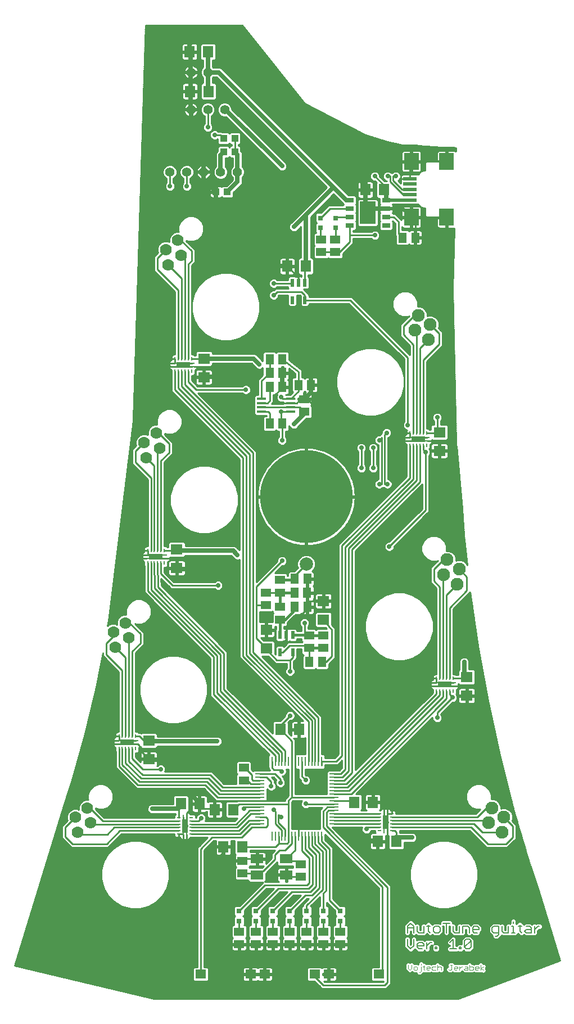
<source format=gbr>
G75*
%MOIN*%
%OFA0B0*%
%FSLAX25Y25*%
%IPPOS*%
%LPD*%
%AMOC8*
5,1,8,0,0,1.08239X$1,22.5*
%
%ADD10C,0.00500*%
%ADD11C,0.00300*%
%ADD12C,0.07000*%
%ADD13C,0.07600*%
%ADD14R,0.01100X0.05800*%
%ADD15R,0.05800X0.01100*%
%ADD16R,0.08661X0.09843*%
%ADD17R,0.07874X0.01969*%
%ADD18R,0.02165X0.04724*%
%ADD19R,0.05906X0.05118*%
%ADD20R,0.05118X0.05906*%
%ADD21C,0.07874*%
%ADD22C,0.55118*%
%ADD23R,0.05709X0.01496*%
%ADD24R,0.03937X0.04331*%
%ADD25C,0.05500*%
%ADD26R,0.04331X0.03937*%
%ADD27R,0.06299X0.07087*%
%ADD28R,0.07480X0.05512*%
%ADD29R,0.05118X0.02756*%
%ADD30R,0.09449X0.13386*%
%ADD31R,0.03150X0.03150*%
%ADD32R,0.07087X0.06299*%
%ADD33R,0.01969X0.01102*%
%ADD34R,0.03543X0.07874*%
%ADD35R,0.00984X0.02756*%
%ADD36R,0.01102X0.01969*%
%ADD37R,0.07874X0.03543*%
%ADD38R,0.02756X0.00984*%
%ADD39R,0.06299X0.05512*%
%ADD40C,0.01600*%
%ADD41C,0.01000*%
%ADD42C,0.02781*%
%ADD43C,0.02000*%
%ADD44C,0.02750*%
%ADD45C,0.01008*%
D10*
X0248335Y0035015D02*
X0250269Y0033081D01*
X0252204Y0035015D01*
X0252204Y0038885D01*
X0255102Y0036950D02*
X0254135Y0035983D01*
X0254135Y0034048D01*
X0255102Y0033081D01*
X0257037Y0033081D01*
X0258004Y0035015D02*
X0254135Y0035015D01*
X0255102Y0036950D02*
X0257037Y0036950D01*
X0258004Y0035983D01*
X0258004Y0035015D01*
X0259935Y0035015D02*
X0261870Y0036950D01*
X0262837Y0036950D01*
X0259935Y0036950D02*
X0259935Y0033081D01*
X0264769Y0033081D02*
X0265736Y0033081D01*
X0265736Y0034048D01*
X0264769Y0034048D01*
X0264769Y0033081D01*
X0273469Y0033081D02*
X0277338Y0033081D01*
X0279269Y0033081D02*
X0280237Y0033081D01*
X0280237Y0034048D01*
X0279269Y0034048D01*
X0279269Y0033081D01*
X0282169Y0034048D02*
X0282169Y0037918D01*
X0283137Y0038885D01*
X0285071Y0038885D01*
X0286039Y0037918D01*
X0282169Y0034048D01*
X0283137Y0033081D01*
X0285071Y0033081D01*
X0286039Y0034048D01*
X0286039Y0037918D01*
X0285072Y0042530D02*
X0285072Y0045432D01*
X0284105Y0046399D01*
X0281203Y0046399D01*
X0281203Y0042530D01*
X0279272Y0042530D02*
X0279272Y0046399D01*
X0279272Y0042530D02*
X0276370Y0042530D01*
X0275402Y0043497D01*
X0275402Y0046399D01*
X0273472Y0048334D02*
X0269602Y0048334D01*
X0271537Y0048334D02*
X0271537Y0042530D01*
X0275404Y0038885D02*
X0273469Y0036950D01*
X0275404Y0038885D02*
X0275404Y0033081D01*
X0266704Y0042530D02*
X0267671Y0043497D01*
X0267671Y0045432D01*
X0266704Y0046399D01*
X0264769Y0046399D01*
X0263802Y0045432D01*
X0263802Y0043497D01*
X0264769Y0042530D01*
X0266704Y0042530D01*
X0261870Y0042530D02*
X0260902Y0043497D01*
X0260902Y0047366D01*
X0259935Y0046399D02*
X0261870Y0046399D01*
X0258004Y0046399D02*
X0258004Y0042530D01*
X0255102Y0042530D01*
X0254135Y0043497D01*
X0254135Y0046399D01*
X0252204Y0046399D02*
X0252204Y0042530D01*
X0252204Y0045432D02*
X0248335Y0045432D01*
X0248335Y0046399D02*
X0250269Y0048334D01*
X0252204Y0046399D01*
X0248335Y0046399D02*
X0248335Y0042530D01*
X0248335Y0038885D02*
X0248335Y0035015D01*
X0287003Y0043497D02*
X0287003Y0045432D01*
X0287970Y0046399D01*
X0289905Y0046399D01*
X0290872Y0045432D01*
X0290872Y0044464D01*
X0287003Y0044464D01*
X0287003Y0043497D02*
X0287970Y0042530D01*
X0289905Y0042530D01*
X0298603Y0043497D02*
X0299571Y0042530D01*
X0302473Y0042530D01*
X0302473Y0041562D02*
X0302473Y0046399D01*
X0299571Y0046399D01*
X0298603Y0045432D01*
X0298603Y0043497D01*
X0300538Y0040595D02*
X0301505Y0040595D01*
X0302473Y0041562D01*
X0304403Y0043497D02*
X0305371Y0042530D01*
X0308273Y0042530D01*
X0308273Y0046399D01*
X0310204Y0046399D02*
X0311171Y0046399D01*
X0311171Y0042530D01*
X0310204Y0042530D02*
X0312138Y0042530D01*
X0315038Y0043497D02*
X0316005Y0042530D01*
X0315038Y0043497D02*
X0315038Y0047366D01*
X0316005Y0046399D02*
X0314070Y0046399D01*
X0311171Y0048334D02*
X0311171Y0049301D01*
X0304403Y0046399D02*
X0304403Y0043497D01*
X0317937Y0043497D02*
X0318905Y0044464D01*
X0321807Y0044464D01*
X0321807Y0045432D02*
X0321807Y0042530D01*
X0318905Y0042530D01*
X0317937Y0043497D01*
X0318905Y0046399D02*
X0320839Y0046399D01*
X0321807Y0045432D01*
X0323738Y0046399D02*
X0323738Y0042530D01*
X0323738Y0044464D02*
X0325672Y0046399D01*
X0326640Y0046399D01*
D11*
X0293390Y0022599D02*
X0291767Y0021517D01*
X0293390Y0020435D01*
X0291767Y0020435D02*
X0291767Y0023682D01*
X0290669Y0022058D02*
X0290669Y0021517D01*
X0288505Y0021517D01*
X0288505Y0020976D02*
X0288505Y0022058D01*
X0289046Y0022599D01*
X0290128Y0022599D01*
X0290669Y0022058D01*
X0290128Y0020435D02*
X0289046Y0020435D01*
X0288505Y0020976D01*
X0287406Y0020976D02*
X0287406Y0022058D01*
X0286865Y0022599D01*
X0285242Y0022599D01*
X0285242Y0023682D02*
X0285242Y0020435D01*
X0286865Y0020435D01*
X0287406Y0020976D01*
X0284144Y0020435D02*
X0282520Y0020435D01*
X0281979Y0020976D01*
X0282520Y0021517D01*
X0284144Y0021517D01*
X0284144Y0022058D02*
X0284144Y0020435D01*
X0284144Y0022058D02*
X0283602Y0022599D01*
X0282520Y0022599D01*
X0280884Y0022599D02*
X0280343Y0022599D01*
X0279261Y0021517D01*
X0279261Y0020435D02*
X0279261Y0022599D01*
X0278162Y0022058D02*
X0278162Y0021517D01*
X0275998Y0021517D01*
X0275998Y0020976D02*
X0275998Y0022058D01*
X0276539Y0022599D01*
X0277621Y0022599D01*
X0278162Y0022058D01*
X0277621Y0020435D02*
X0276539Y0020435D01*
X0275998Y0020976D01*
X0274358Y0020976D02*
X0274358Y0023682D01*
X0273817Y0023682D02*
X0274899Y0023682D01*
X0274358Y0020976D02*
X0273817Y0020435D01*
X0273276Y0020435D01*
X0272735Y0020976D01*
X0268374Y0020435D02*
X0268374Y0022058D01*
X0267833Y0022599D01*
X0266751Y0022599D01*
X0266210Y0022058D01*
X0265112Y0022599D02*
X0263488Y0022599D01*
X0262947Y0022058D01*
X0262947Y0020976D01*
X0263488Y0020435D01*
X0265112Y0020435D01*
X0266210Y0020435D02*
X0266210Y0023682D01*
X0261849Y0022058D02*
X0261849Y0021517D01*
X0259685Y0021517D01*
X0259685Y0020976D02*
X0259685Y0022058D01*
X0260226Y0022599D01*
X0261308Y0022599D01*
X0261849Y0022058D01*
X0261308Y0020435D02*
X0260226Y0020435D01*
X0259685Y0020976D01*
X0258592Y0020435D02*
X0258051Y0020976D01*
X0258051Y0023140D01*
X0257510Y0022599D02*
X0258592Y0022599D01*
X0256417Y0022599D02*
X0256417Y0019894D01*
X0255876Y0019353D01*
X0255335Y0019353D01*
X0254236Y0020976D02*
X0254236Y0022058D01*
X0253695Y0022599D01*
X0252613Y0022599D01*
X0252072Y0022058D01*
X0252072Y0020976D01*
X0252613Y0020435D01*
X0253695Y0020435D01*
X0254236Y0020976D01*
X0250973Y0021517D02*
X0250973Y0023682D01*
X0248809Y0023682D02*
X0248809Y0021517D01*
X0249891Y0020435D01*
X0250973Y0021517D01*
X0256417Y0023682D02*
X0256417Y0024223D01*
D12*
X0083116Y0217465D03*
X0081148Y0226323D03*
X0074061Y0220811D03*
X0075242Y0211756D03*
X0058612Y0116630D03*
X0051526Y0111118D03*
X0052707Y0102063D03*
X0060581Y0107772D03*
X0093479Y0324301D03*
X0092298Y0333356D03*
X0099385Y0338868D03*
X0101353Y0330010D03*
X0106333Y0438654D03*
X0105152Y0447709D03*
X0112238Y0453220D03*
X0114207Y0444362D03*
D13*
X0252833Y0399835D03*
X0254801Y0408693D03*
X0261888Y0403181D03*
X0260707Y0394126D03*
X0271923Y0263732D03*
X0269955Y0254874D03*
X0277829Y0249165D03*
X0279010Y0258220D03*
X0298419Y0116650D03*
X0305506Y0111138D03*
X0304325Y0102083D03*
X0296451Y0107791D03*
D14*
X0197599Y0099894D03*
X0195599Y0099894D03*
X0193599Y0099894D03*
X0191699Y0099894D03*
X0189699Y0099894D03*
X0187699Y0099894D03*
X0185799Y0099894D03*
X0183799Y0099894D03*
X0181799Y0099894D03*
X0179799Y0099894D03*
X0177899Y0099894D03*
X0175899Y0099894D03*
X0173899Y0099894D03*
X0171999Y0099894D03*
X0169999Y0099894D03*
X0167999Y0099894D03*
X0167999Y0144094D03*
X0169999Y0144094D03*
X0171999Y0144094D03*
X0173899Y0144094D03*
X0175899Y0144094D03*
X0177899Y0144094D03*
X0179799Y0144094D03*
X0181799Y0144094D03*
X0183799Y0144094D03*
X0185799Y0144094D03*
X0187699Y0144094D03*
X0189699Y0144094D03*
X0191699Y0144094D03*
X0193599Y0144094D03*
X0195599Y0144094D03*
X0197599Y0144094D03*
D15*
X0204899Y0136794D03*
X0204899Y0134794D03*
X0204899Y0132794D03*
X0204899Y0130894D03*
X0204899Y0128894D03*
X0204899Y0126894D03*
X0204899Y0124994D03*
X0204899Y0122994D03*
X0204899Y0120994D03*
X0204899Y0118994D03*
X0204899Y0117094D03*
X0204899Y0115094D03*
X0204899Y0113094D03*
X0204899Y0111194D03*
X0204899Y0109194D03*
X0204899Y0107194D03*
X0160699Y0107194D03*
X0160699Y0109194D03*
X0160699Y0111194D03*
X0160699Y0113094D03*
X0160699Y0115094D03*
X0160699Y0117094D03*
X0160699Y0118994D03*
X0160699Y0120994D03*
X0160699Y0122994D03*
X0160699Y0124994D03*
X0160699Y0126894D03*
X0160699Y0128894D03*
X0160699Y0130894D03*
X0160699Y0132794D03*
X0160699Y0134794D03*
X0160699Y0136794D03*
D16*
X0250777Y0466732D03*
X0250777Y0499803D03*
X0271643Y0499803D03*
X0271643Y0466732D03*
D17*
X0249792Y0476969D03*
X0249792Y0480118D03*
X0249792Y0483268D03*
X0249792Y0486417D03*
X0249792Y0489567D03*
D18*
X0187575Y0427947D03*
X0183835Y0427947D03*
X0180094Y0427947D03*
X0180094Y0417711D03*
X0187575Y0417711D03*
X0180382Y0219124D03*
X0176642Y0219124D03*
X0172902Y0219124D03*
X0172902Y0208887D03*
X0180382Y0208887D03*
D19*
X0190057Y0211409D03*
X0190057Y0218890D03*
X0198521Y0218874D03*
X0198521Y0211394D03*
X0172827Y0228264D03*
X0172827Y0235744D03*
X0172823Y0244347D03*
X0172823Y0251828D03*
X0164429Y0244275D03*
X0164429Y0236794D03*
X0151370Y0140502D03*
X0151370Y0133022D03*
X0150563Y0085280D03*
X0150563Y0077799D03*
X0148585Y0043319D03*
X0148585Y0035839D03*
X0158585Y0035839D03*
X0158585Y0043319D03*
X0168585Y0043319D03*
X0168585Y0035839D03*
X0178585Y0035839D03*
X0178585Y0043319D03*
X0188585Y0043319D03*
X0188585Y0035839D03*
X0198585Y0035839D03*
X0198585Y0043319D03*
X0208585Y0043319D03*
X0208585Y0035839D03*
X0185063Y0075799D03*
X0185063Y0083280D03*
X0187300Y0351490D03*
X0187300Y0358970D03*
X0197186Y0446152D03*
X0197186Y0453632D03*
X0205561Y0453632D03*
X0205561Y0446152D03*
D20*
X0174173Y0382669D03*
X0166693Y0382669D03*
X0166693Y0374544D03*
X0166746Y0366113D03*
X0174226Y0366113D03*
X0174173Y0374544D03*
X0183746Y0367363D03*
X0191226Y0367363D03*
X0174226Y0344488D03*
X0166746Y0344488D03*
X0181536Y0252423D03*
X0181458Y0244077D03*
X0181518Y0235719D03*
X0188998Y0235719D03*
X0188938Y0244077D03*
X0189017Y0252423D03*
X0190234Y0203106D03*
X0197715Y0203106D03*
X0245579Y0454616D03*
X0253059Y0454616D03*
D21*
X0188413Y0261203D03*
D22*
X0188413Y0301203D03*
D23*
X0179297Y0351582D03*
X0179297Y0354141D03*
X0179297Y0356700D03*
X0179297Y0359259D03*
X0161974Y0359259D03*
X0161974Y0356700D03*
X0161974Y0354141D03*
X0161974Y0351582D03*
D24*
X0146118Y0505430D03*
X0139425Y0505430D03*
X0139426Y0513477D03*
X0146119Y0513477D03*
D25*
X0139998Y0530549D03*
X0129998Y0530549D03*
X0119998Y0530549D03*
X0120085Y0552704D03*
X0130085Y0552704D03*
X0127551Y0493548D03*
X0117551Y0493548D03*
X0107551Y0493548D03*
X0137585Y0493579D03*
X0147585Y0493579D03*
D26*
X0141618Y0481805D03*
X0134925Y0481805D03*
D27*
X0130534Y0541352D03*
X0119511Y0541352D03*
X0119261Y0564852D03*
X0130284Y0564852D03*
X0177094Y0437730D03*
X0188117Y0437730D03*
X0223573Y0483079D03*
X0234596Y0483079D03*
X0184096Y0163079D03*
X0173073Y0163079D03*
X0145096Y0115579D03*
X0134073Y0115579D03*
X0125096Y0119079D03*
X0114073Y0119079D03*
X0139323Y0093579D03*
X0150346Y0093579D03*
X0216880Y0119998D03*
X0227904Y0119998D03*
X0230823Y0096829D03*
X0241846Y0096829D03*
D28*
X0176512Y0086406D03*
X0176512Y0076957D03*
X0159189Y0076957D03*
X0159189Y0086406D03*
D29*
X0214124Y0461886D03*
X0214124Y0466886D03*
X0214124Y0471886D03*
X0214124Y0476886D03*
X0235778Y0476886D03*
X0235778Y0471886D03*
X0235778Y0466886D03*
X0235778Y0461886D03*
D30*
X0224951Y0469386D03*
D31*
X0205811Y0466344D03*
X0205811Y0460439D03*
X0196811Y0460439D03*
X0196811Y0466344D03*
X0198585Y0055531D03*
X0198585Y0049626D03*
X0208585Y0049626D03*
X0208585Y0055531D03*
X0188585Y0055531D03*
X0188585Y0049626D03*
X0178585Y0049626D03*
X0178585Y0055531D03*
X0168585Y0055531D03*
X0168585Y0049626D03*
X0158585Y0049626D03*
X0158585Y0055531D03*
X0148585Y0055531D03*
X0148585Y0049626D03*
D32*
X0095085Y0145567D03*
X0095085Y0156591D03*
X0111618Y0258817D03*
X0111618Y0269841D03*
X0164793Y0222150D03*
X0164793Y0211126D03*
X0198537Y0228204D03*
X0198537Y0239227D03*
X0267335Y0328317D03*
X0267335Y0339341D03*
X0283585Y0194091D03*
X0283585Y0183067D03*
X0127748Y0371937D03*
X0127748Y0382961D03*
D33*
X0120285Y0110959D03*
X0120285Y0108990D03*
X0120285Y0107022D03*
X0120285Y0105053D03*
X0120285Y0103085D03*
X0120285Y0101116D03*
X0112805Y0101116D03*
X0112805Y0103085D03*
X0112805Y0105053D03*
X0112805Y0107022D03*
X0112805Y0108990D03*
X0112805Y0110959D03*
X0231663Y0111161D03*
X0231663Y0109193D03*
X0231663Y0107224D03*
X0231663Y0105256D03*
X0231663Y0103287D03*
X0231663Y0113130D03*
X0239144Y0113130D03*
X0239144Y0111161D03*
X0239144Y0109193D03*
X0239144Y0107224D03*
X0239144Y0105256D03*
X0239144Y0103287D03*
D34*
X0235404Y0108209D03*
X0116545Y0106037D03*
D35*
X0115561Y0100722D03*
X0117530Y0100722D03*
X0117530Y0111352D03*
X0115561Y0111352D03*
X0234419Y0113524D03*
X0236388Y0113524D03*
X0236388Y0102894D03*
X0234419Y0102894D03*
D36*
X0265506Y0186012D03*
X0267474Y0186012D03*
X0269443Y0186012D03*
X0271411Y0186012D03*
X0273380Y0186012D03*
X0275348Y0186012D03*
X0275348Y0193492D03*
X0273380Y0193492D03*
X0271411Y0193492D03*
X0269443Y0193492D03*
X0267474Y0193492D03*
X0265506Y0193492D03*
X0259707Y0331478D03*
X0257738Y0331478D03*
X0255770Y0331478D03*
X0253801Y0331478D03*
X0251833Y0331478D03*
X0249864Y0331478D03*
X0249864Y0338959D03*
X0251833Y0338959D03*
X0253801Y0338959D03*
X0255770Y0338959D03*
X0257738Y0338959D03*
X0259707Y0338959D03*
X0120352Y0375520D03*
X0118384Y0375520D03*
X0116415Y0375520D03*
X0114447Y0375520D03*
X0112478Y0375520D03*
X0110510Y0375520D03*
X0110510Y0383000D03*
X0112478Y0383000D03*
X0114447Y0383000D03*
X0116415Y0383000D03*
X0118384Y0383000D03*
X0120352Y0383000D03*
X0104215Y0269244D03*
X0102246Y0269244D03*
X0100278Y0269244D03*
X0098309Y0269244D03*
X0096341Y0269244D03*
X0094372Y0269244D03*
X0094372Y0261764D03*
X0096341Y0261764D03*
X0098309Y0261764D03*
X0100278Y0261764D03*
X0102246Y0261764D03*
X0104215Y0261764D03*
X0087175Y0159276D03*
X0085207Y0159276D03*
X0083238Y0159276D03*
X0081270Y0159276D03*
X0079301Y0159276D03*
X0077333Y0159276D03*
X0077333Y0151795D03*
X0079301Y0151795D03*
X0081270Y0151795D03*
X0083238Y0151795D03*
X0085207Y0151795D03*
X0087175Y0151795D03*
D37*
X0082254Y0155535D03*
X0099293Y0265504D03*
X0115431Y0379260D03*
X0254785Y0335219D03*
X0270427Y0189752D03*
D38*
X0265112Y0190736D03*
X0265112Y0188768D03*
X0275742Y0188768D03*
X0275742Y0190736D03*
X0260100Y0334234D03*
X0260100Y0336203D03*
X0249470Y0336203D03*
X0249470Y0334234D03*
X0120746Y0378276D03*
X0120746Y0380244D03*
X0110116Y0380244D03*
X0110116Y0378276D03*
X0104608Y0266488D03*
X0104608Y0264520D03*
X0093978Y0264520D03*
X0093978Y0266488D03*
X0087569Y0156520D03*
X0087569Y0154551D03*
X0076939Y0154551D03*
X0076939Y0156520D03*
D39*
X0125821Y0018079D03*
X0155348Y0018079D03*
X0163821Y0018079D03*
X0193348Y0018079D03*
X0201821Y0018079D03*
X0231348Y0018079D03*
D40*
X0198521Y0211394D02*
X0198505Y0211409D01*
X0190057Y0211409D01*
X0190057Y0218890D02*
X0198505Y0218890D01*
X0198521Y0218874D01*
X0190057Y0218890D02*
X0189822Y0219124D01*
X0180382Y0219124D01*
X0175770Y0228264D02*
X0180335Y0232829D01*
X0180335Y0234536D01*
X0181518Y0235719D01*
X0181458Y0244077D02*
X0181187Y0244347D01*
X0172823Y0244347D01*
X0172827Y0244344D01*
X0172827Y0238717D01*
X0172827Y0235744D01*
X0172827Y0228264D02*
X0175770Y0228264D01*
X0172902Y0228189D02*
X0172902Y0219124D01*
X0172902Y0228189D02*
X0172827Y0228264D01*
X0188938Y0235780D02*
X0188998Y0235719D01*
X0188938Y0244077D02*
X0189017Y0244156D01*
X0189017Y0252423D01*
X0181536Y0252423D02*
X0180941Y0251828D01*
X0172823Y0251828D01*
D41*
X0045250Y0119911D02*
X0015435Y0023059D01*
X0098045Y0003500D01*
X0278364Y0003696D01*
X0338756Y0026230D01*
X0325820Y0068749D01*
X0320608Y0084348D01*
X0311287Y0115965D01*
X0303103Y0147896D01*
X0296069Y0180099D01*
X0290191Y0212533D01*
X0285543Y0244709D01*
X0275380Y0234546D01*
X0275380Y0195976D01*
X0276521Y0195976D01*
X0277005Y0195492D01*
X0278541Y0195492D01*
X0278541Y0197861D01*
X0279210Y0198530D01*
X0279210Y0202466D01*
X0279194Y0202504D01*
X0279194Y0203654D01*
X0279634Y0204716D01*
X0280447Y0205529D01*
X0281510Y0205969D01*
X0282660Y0205969D01*
X0283722Y0205529D01*
X0284535Y0204716D01*
X0284975Y0203654D01*
X0284975Y0202504D01*
X0284960Y0202466D01*
X0284960Y0198740D01*
X0287749Y0198740D01*
X0288628Y0197861D01*
X0288628Y0190320D01*
X0287749Y0189441D01*
X0279420Y0189441D01*
X0278620Y0190241D01*
X0278620Y0190047D01*
X0278541Y0189752D01*
X0278620Y0189457D01*
X0278620Y0188768D01*
X0277406Y0188768D01*
X0277405Y0188768D01*
X0278620Y0188768D01*
X0278620Y0188078D01*
X0278518Y0187697D01*
X0278320Y0187355D01*
X0278041Y0187075D01*
X0277699Y0186878D01*
X0277400Y0186798D01*
X0277400Y0184406D01*
X0277122Y0184129D01*
X0277535Y0183716D01*
X0277975Y0182654D01*
X0277975Y0181504D01*
X0277535Y0180441D01*
X0276722Y0179628D01*
X0275660Y0179188D01*
X0275023Y0179188D01*
X0268085Y0172250D01*
X0268085Y0172167D01*
X0268535Y0171716D01*
X0268975Y0170654D01*
X0268975Y0169504D01*
X0268535Y0168441D01*
X0267722Y0167628D01*
X0266660Y0167188D01*
X0265510Y0167188D01*
X0264447Y0167628D01*
X0263634Y0168441D01*
X0263194Y0169504D01*
X0263194Y0170360D01*
X0217876Y0125041D01*
X0220651Y0125041D01*
X0221530Y0124163D01*
X0221530Y0115833D01*
X0220790Y0115094D01*
X0224111Y0115094D01*
X0223833Y0115254D01*
X0223554Y0115534D01*
X0223356Y0115876D01*
X0223254Y0116257D01*
X0223254Y0119498D01*
X0227403Y0119498D01*
X0227403Y0120498D01*
X0223254Y0120498D01*
X0223254Y0123739D01*
X0223356Y0124120D01*
X0223554Y0124462D01*
X0223833Y0124742D01*
X0224175Y0124939D01*
X0224556Y0125041D01*
X0227404Y0125041D01*
X0227404Y0120498D01*
X0228404Y0120498D01*
X0232553Y0120498D01*
X0232553Y0123739D01*
X0232451Y0124120D01*
X0232253Y0124462D01*
X0231974Y0124742D01*
X0231632Y0124939D01*
X0231251Y0125041D01*
X0228404Y0125041D01*
X0228404Y0120498D01*
X0228404Y0119498D01*
X0232553Y0119498D01*
X0232553Y0116257D01*
X0232451Y0115876D01*
X0232253Y0115534D01*
X0231974Y0115254D01*
X0231847Y0115181D01*
X0232449Y0115181D01*
X0232529Y0115481D01*
X0232727Y0115823D01*
X0233006Y0116102D01*
X0233348Y0116299D01*
X0233730Y0116402D01*
X0234419Y0116402D01*
X0234419Y0115187D01*
X0234419Y0115187D01*
X0234419Y0116402D01*
X0235109Y0116402D01*
X0235404Y0116323D01*
X0235698Y0116402D01*
X0236388Y0116402D01*
X0236388Y0115187D01*
X0236388Y0115187D01*
X0236388Y0116402D01*
X0237077Y0116402D01*
X0237459Y0116299D01*
X0237801Y0116102D01*
X0238080Y0115823D01*
X0238278Y0115481D01*
X0238358Y0115181D01*
X0239144Y0115181D01*
X0239144Y0113213D01*
X0239144Y0113213D01*
X0239144Y0115181D01*
X0240325Y0115181D01*
X0240707Y0115079D01*
X0241049Y0114881D01*
X0241328Y0114602D01*
X0241526Y0114260D01*
X0241628Y0113879D01*
X0241628Y0113161D01*
X0288843Y0113161D01*
X0291524Y0115843D01*
X0289053Y0115843D01*
X0286297Y0116984D01*
X0284187Y0119094D01*
X0283045Y0121851D01*
X0283045Y0124834D01*
X0284187Y0127591D01*
X0286297Y0129701D01*
X0289053Y0130843D01*
X0292037Y0130843D01*
X0294794Y0129701D01*
X0296903Y0127591D01*
X0298045Y0124834D01*
X0298045Y0121950D01*
X0299474Y0121950D01*
X0301421Y0121143D01*
X0302912Y0119652D01*
X0303719Y0117704D01*
X0303719Y0116134D01*
X0304452Y0116438D01*
X0306560Y0116438D01*
X0308508Y0115631D01*
X0309999Y0114140D01*
X0310806Y0112192D01*
X0310806Y0110084D01*
X0310356Y0108998D01*
X0312750Y0106604D01*
X0312750Y0098341D01*
X0311578Y0097169D01*
X0307598Y0093189D01*
X0295311Y0093189D01*
X0294140Y0094361D01*
X0285244Y0103256D01*
X0243736Y0103256D01*
X0243835Y0103157D01*
X0243835Y0101954D01*
X0250472Y0101954D01*
X0250510Y0101969D01*
X0251660Y0101969D01*
X0252722Y0101529D01*
X0253535Y0100716D01*
X0253975Y0099654D01*
X0253975Y0098504D01*
X0253535Y0097441D01*
X0252722Y0096628D01*
X0251660Y0096188D01*
X0250510Y0096188D01*
X0250472Y0096204D01*
X0246496Y0096204D01*
X0246496Y0092664D01*
X0245617Y0091785D01*
X0238076Y0091785D01*
X0237197Y0092664D01*
X0237197Y0100048D01*
X0237077Y0100016D01*
X0236388Y0100016D01*
X0236388Y0101230D01*
X0236388Y0101230D01*
X0236388Y0100016D01*
X0235698Y0100016D01*
X0235472Y0100076D01*
X0235472Y0097329D01*
X0231323Y0097329D01*
X0231323Y0096329D01*
X0235472Y0096329D01*
X0235472Y0093088D01*
X0235370Y0092706D01*
X0235173Y0092364D01*
X0234893Y0092085D01*
X0234551Y0091888D01*
X0234170Y0091785D01*
X0231323Y0091785D01*
X0231323Y0096329D01*
X0230323Y0096329D01*
X0226173Y0096329D01*
X0226173Y0093088D01*
X0226275Y0092706D01*
X0226473Y0092364D01*
X0226752Y0092085D01*
X0227094Y0091888D01*
X0227476Y0091785D01*
X0230323Y0091785D01*
X0230323Y0096329D01*
X0230323Y0097329D01*
X0226173Y0097329D01*
X0226173Y0100570D01*
X0226275Y0100951D01*
X0226473Y0101293D01*
X0226752Y0101572D01*
X0227094Y0101770D01*
X0227476Y0101872D01*
X0229422Y0101872D01*
X0229179Y0102115D01*
X0229179Y0103256D01*
X0226873Y0103256D01*
X0226535Y0102441D01*
X0225722Y0101628D01*
X0224660Y0101188D01*
X0223510Y0101188D01*
X0222447Y0101628D01*
X0221634Y0102441D01*
X0221194Y0103504D01*
X0221194Y0104654D01*
X0221430Y0105224D01*
X0208501Y0105224D01*
X0208421Y0105144D01*
X0203848Y0105144D01*
X0237413Y0071579D01*
X0238585Y0070407D01*
X0238585Y0012500D01*
X0237413Y0011329D01*
X0235663Y0009579D01*
X0197506Y0009579D01*
X0196335Y0010750D01*
X0193262Y0013823D01*
X0189577Y0013823D01*
X0188699Y0014702D01*
X0188699Y0021456D01*
X0189577Y0022335D01*
X0197119Y0022335D01*
X0197585Y0021869D01*
X0197750Y0022035D01*
X0198092Y0022232D01*
X0198474Y0022335D01*
X0201321Y0022335D01*
X0201321Y0018579D01*
X0202321Y0018579D01*
X0202321Y0022335D01*
X0205168Y0022335D01*
X0205549Y0022232D01*
X0205891Y0022035D01*
X0206171Y0021756D01*
X0206368Y0021414D01*
X0206470Y0021032D01*
X0206470Y0018579D01*
X0202321Y0018579D01*
X0202321Y0017579D01*
X0206470Y0017579D01*
X0206470Y0015125D01*
X0206368Y0014744D01*
X0206171Y0014402D01*
X0205891Y0014123D01*
X0205549Y0013925D01*
X0205168Y0013823D01*
X0202321Y0013823D01*
X0202321Y0017579D01*
X0201321Y0017579D01*
X0197998Y0017579D01*
X0197998Y0018579D01*
X0201321Y0018579D01*
X0201321Y0017579D01*
X0201321Y0013823D01*
X0198919Y0013823D01*
X0199163Y0013579D01*
X0234006Y0013579D01*
X0234250Y0013823D01*
X0227577Y0013823D01*
X0226699Y0014702D01*
X0226699Y0021456D01*
X0227577Y0022335D01*
X0231585Y0022335D01*
X0231585Y0069000D01*
X0199649Y0100936D01*
X0199649Y0097593D01*
X0204085Y0093157D01*
X0204085Y0062860D01*
X0208338Y0058606D01*
X0210781Y0058606D01*
X0211659Y0057728D01*
X0211659Y0053335D01*
X0210903Y0052579D01*
X0211659Y0051822D01*
X0211659Y0047430D01*
X0211608Y0047378D01*
X0212159Y0047378D01*
X0213037Y0046499D01*
X0213037Y0040139D01*
X0212478Y0039579D01*
X0212738Y0039319D01*
X0212935Y0038977D01*
X0213037Y0038595D01*
X0213037Y0036339D01*
X0209085Y0036339D01*
X0209085Y0035339D01*
X0213037Y0035339D01*
X0213037Y0033082D01*
X0212935Y0032701D01*
X0212738Y0032359D01*
X0212458Y0032079D01*
X0212116Y0031882D01*
X0211735Y0031780D01*
X0209085Y0031780D01*
X0209085Y0035339D01*
X0208085Y0035339D01*
X0204132Y0035339D01*
X0204132Y0033082D01*
X0204234Y0032701D01*
X0204432Y0032359D01*
X0204711Y0032079D01*
X0205053Y0031882D01*
X0205434Y0031780D01*
X0208085Y0031780D01*
X0208085Y0035339D01*
X0208085Y0036339D01*
X0204132Y0036339D01*
X0204132Y0038595D01*
X0204234Y0038977D01*
X0204432Y0039319D01*
X0204692Y0039579D01*
X0204132Y0040139D01*
X0204132Y0046499D01*
X0205011Y0047378D01*
X0205562Y0047378D01*
X0205510Y0047430D01*
X0205510Y0051822D01*
X0206266Y0052579D01*
X0205510Y0053335D01*
X0205510Y0055778D01*
X0201256Y0060031D01*
X0200585Y0060703D01*
X0200585Y0058606D01*
X0200781Y0058606D01*
X0201659Y0057728D01*
X0201659Y0053335D01*
X0200903Y0052579D01*
X0201659Y0051822D01*
X0201659Y0047430D01*
X0201608Y0047378D01*
X0202159Y0047378D01*
X0203037Y0046499D01*
X0203037Y0040139D01*
X0202478Y0039579D01*
X0202738Y0039319D01*
X0202935Y0038977D01*
X0203037Y0038595D01*
X0203037Y0036339D01*
X0199085Y0036339D01*
X0199085Y0035339D01*
X0203037Y0035339D01*
X0203037Y0033082D01*
X0202935Y0032701D01*
X0202738Y0032359D01*
X0202458Y0032079D01*
X0202116Y0031882D01*
X0201735Y0031780D01*
X0199085Y0031780D01*
X0199085Y0035339D01*
X0198085Y0035339D01*
X0194132Y0035339D01*
X0194132Y0033082D01*
X0194234Y0032701D01*
X0194432Y0032359D01*
X0194711Y0032079D01*
X0195053Y0031882D01*
X0195434Y0031780D01*
X0198085Y0031780D01*
X0198085Y0035339D01*
X0198085Y0036339D01*
X0194132Y0036339D01*
X0194132Y0038595D01*
X0194234Y0038977D01*
X0194432Y0039319D01*
X0194692Y0039579D01*
X0194132Y0040139D01*
X0194132Y0046499D01*
X0195011Y0047378D01*
X0195562Y0047378D01*
X0195510Y0047430D01*
X0195510Y0051822D01*
X0196266Y0052579D01*
X0195510Y0053335D01*
X0195510Y0057728D01*
X0196389Y0058606D01*
X0196585Y0058606D01*
X0196585Y0064000D01*
X0190986Y0058401D01*
X0191659Y0057728D01*
X0191659Y0053335D01*
X0190903Y0052579D01*
X0191659Y0051822D01*
X0191659Y0047430D01*
X0191608Y0047378D01*
X0192159Y0047378D01*
X0193037Y0046499D01*
X0193037Y0040139D01*
X0192478Y0039579D01*
X0192738Y0039319D01*
X0192935Y0038977D01*
X0193037Y0038595D01*
X0193037Y0036339D01*
X0189085Y0036339D01*
X0189085Y0035339D01*
X0193037Y0035339D01*
X0193037Y0033082D01*
X0192935Y0032701D01*
X0192738Y0032359D01*
X0192458Y0032079D01*
X0192116Y0031882D01*
X0191735Y0031780D01*
X0189085Y0031780D01*
X0189085Y0035339D01*
X0188085Y0035339D01*
X0184132Y0035339D01*
X0184132Y0033082D01*
X0184234Y0032701D01*
X0184432Y0032359D01*
X0184711Y0032079D01*
X0185053Y0031882D01*
X0185434Y0031780D01*
X0188085Y0031780D01*
X0188085Y0035339D01*
X0188085Y0036339D01*
X0184132Y0036339D01*
X0184132Y0038595D01*
X0184234Y0038977D01*
X0184432Y0039319D01*
X0184692Y0039579D01*
X0184132Y0040139D01*
X0184132Y0046499D01*
X0185011Y0047378D01*
X0185562Y0047378D01*
X0185510Y0047430D01*
X0185510Y0051822D01*
X0186266Y0052579D01*
X0185510Y0053335D01*
X0185510Y0057728D01*
X0186389Y0058606D01*
X0186585Y0058606D01*
X0186585Y0059657D01*
X0187756Y0060829D01*
X0189756Y0062829D01*
X0188710Y0062829D01*
X0181659Y0055778D01*
X0181659Y0053335D01*
X0180903Y0052579D01*
X0181659Y0051822D01*
X0181659Y0047430D01*
X0181608Y0047378D01*
X0182159Y0047378D01*
X0183037Y0046499D01*
X0183037Y0040139D01*
X0182478Y0039579D01*
X0182738Y0039319D01*
X0182935Y0038977D01*
X0183037Y0038595D01*
X0183037Y0036339D01*
X0179085Y0036339D01*
X0179085Y0035339D01*
X0183037Y0035339D01*
X0183037Y0033082D01*
X0182935Y0032701D01*
X0182738Y0032359D01*
X0182458Y0032079D01*
X0182116Y0031882D01*
X0181735Y0031780D01*
X0179085Y0031780D01*
X0179085Y0035339D01*
X0178085Y0035339D01*
X0174132Y0035339D01*
X0174132Y0033082D01*
X0174234Y0032701D01*
X0174432Y0032359D01*
X0174711Y0032079D01*
X0175053Y0031882D01*
X0175434Y0031780D01*
X0178085Y0031780D01*
X0178085Y0035339D01*
X0178085Y0036339D01*
X0174132Y0036339D01*
X0174132Y0038595D01*
X0174234Y0038977D01*
X0174432Y0039319D01*
X0174692Y0039579D01*
X0174132Y0040139D01*
X0174132Y0046499D01*
X0175011Y0047378D01*
X0175562Y0047378D01*
X0175510Y0047430D01*
X0175510Y0051822D01*
X0176266Y0052579D01*
X0175510Y0053335D01*
X0175510Y0057728D01*
X0176389Y0058606D01*
X0178831Y0058606D01*
X0185053Y0064829D01*
X0180710Y0064829D01*
X0171659Y0055778D01*
X0171659Y0053335D01*
X0170903Y0052579D01*
X0171659Y0051822D01*
X0171659Y0047430D01*
X0171608Y0047378D01*
X0172159Y0047378D01*
X0173037Y0046499D01*
X0173037Y0040139D01*
X0172478Y0039579D01*
X0172738Y0039319D01*
X0172935Y0038977D01*
X0173037Y0038595D01*
X0173037Y0036339D01*
X0169085Y0036339D01*
X0169085Y0035339D01*
X0173037Y0035339D01*
X0173037Y0033082D01*
X0172935Y0032701D01*
X0172738Y0032359D01*
X0172458Y0032079D01*
X0172116Y0031882D01*
X0171735Y0031780D01*
X0169085Y0031780D01*
X0169085Y0035339D01*
X0168085Y0035339D01*
X0164132Y0035339D01*
X0164132Y0033082D01*
X0164234Y0032701D01*
X0164432Y0032359D01*
X0164711Y0032079D01*
X0165053Y0031882D01*
X0165434Y0031780D01*
X0168085Y0031780D01*
X0168085Y0035339D01*
X0168085Y0036339D01*
X0164132Y0036339D01*
X0164132Y0038595D01*
X0164234Y0038977D01*
X0164432Y0039319D01*
X0164692Y0039579D01*
X0164132Y0040139D01*
X0164132Y0046499D01*
X0165011Y0047378D01*
X0165562Y0047378D01*
X0165510Y0047430D01*
X0165510Y0051822D01*
X0166266Y0052579D01*
X0165510Y0053335D01*
X0165510Y0057728D01*
X0166389Y0058606D01*
X0168831Y0058606D01*
X0177053Y0066829D01*
X0172710Y0066829D01*
X0161659Y0055778D01*
X0161659Y0053335D01*
X0160903Y0052579D01*
X0161659Y0051822D01*
X0161659Y0047430D01*
X0161608Y0047378D01*
X0162159Y0047378D01*
X0163037Y0046499D01*
X0163037Y0040139D01*
X0162478Y0039579D01*
X0162738Y0039319D01*
X0162935Y0038977D01*
X0163037Y0038595D01*
X0163037Y0036339D01*
X0159085Y0036339D01*
X0159085Y0035339D01*
X0163037Y0035339D01*
X0163037Y0033082D01*
X0162935Y0032701D01*
X0162738Y0032359D01*
X0162458Y0032079D01*
X0162116Y0031882D01*
X0161735Y0031780D01*
X0159085Y0031780D01*
X0159085Y0035339D01*
X0158085Y0035339D01*
X0154132Y0035339D01*
X0154132Y0033082D01*
X0154234Y0032701D01*
X0154432Y0032359D01*
X0154711Y0032079D01*
X0155053Y0031882D01*
X0155434Y0031780D01*
X0158085Y0031780D01*
X0158085Y0035339D01*
X0158085Y0036339D01*
X0154132Y0036339D01*
X0154132Y0038595D01*
X0154234Y0038977D01*
X0154432Y0039319D01*
X0154692Y0039579D01*
X0154132Y0040139D01*
X0154132Y0046499D01*
X0155011Y0047378D01*
X0155562Y0047378D01*
X0155510Y0047430D01*
X0155510Y0051822D01*
X0156266Y0052579D01*
X0155510Y0053335D01*
X0155510Y0057728D01*
X0156389Y0058606D01*
X0158831Y0058606D01*
X0169053Y0068829D01*
X0164710Y0068829D01*
X0151659Y0055778D01*
X0151659Y0053335D01*
X0150903Y0052579D01*
X0151659Y0051822D01*
X0151659Y0047430D01*
X0151608Y0047378D01*
X0152159Y0047378D01*
X0153037Y0046499D01*
X0153037Y0040139D01*
X0152478Y0039579D01*
X0152738Y0039319D01*
X0152935Y0038977D01*
X0153037Y0038595D01*
X0153037Y0036339D01*
X0149085Y0036339D01*
X0149085Y0035339D01*
X0153037Y0035339D01*
X0153037Y0033082D01*
X0152935Y0032701D01*
X0152738Y0032359D01*
X0152458Y0032079D01*
X0152116Y0031882D01*
X0151735Y0031780D01*
X0149085Y0031780D01*
X0149085Y0035339D01*
X0148085Y0035339D01*
X0144132Y0035339D01*
X0144132Y0033082D01*
X0144234Y0032701D01*
X0144432Y0032359D01*
X0144711Y0032079D01*
X0145053Y0031882D01*
X0145434Y0031780D01*
X0148085Y0031780D01*
X0148085Y0035339D01*
X0148085Y0036339D01*
X0144132Y0036339D01*
X0144132Y0038595D01*
X0144234Y0038977D01*
X0144432Y0039319D01*
X0144692Y0039579D01*
X0144132Y0040139D01*
X0144132Y0046499D01*
X0145011Y0047378D01*
X0145562Y0047378D01*
X0145510Y0047430D01*
X0145510Y0051822D01*
X0146266Y0052579D01*
X0145510Y0053335D01*
X0145510Y0057728D01*
X0146389Y0058606D01*
X0148831Y0058606D01*
X0162926Y0072701D01*
X0154827Y0072701D01*
X0153949Y0073579D01*
X0153949Y0073740D01*
X0146989Y0073740D01*
X0146110Y0074619D01*
X0146110Y0080980D01*
X0146670Y0081539D01*
X0146410Y0081799D01*
X0146212Y0082141D01*
X0146110Y0082523D01*
X0146110Y0084780D01*
X0150063Y0084780D01*
X0150063Y0085779D01*
X0146110Y0085779D01*
X0146110Y0088036D01*
X0146212Y0088418D01*
X0146389Y0088722D01*
X0145697Y0089414D01*
X0145697Y0097079D01*
X0143972Y0097079D01*
X0143972Y0094079D01*
X0139823Y0094079D01*
X0139823Y0093079D01*
X0143972Y0093079D01*
X0143972Y0089838D01*
X0143870Y0089456D01*
X0143673Y0089114D01*
X0143393Y0088835D01*
X0143051Y0088638D01*
X0142670Y0088535D01*
X0139823Y0088535D01*
X0139823Y0093079D01*
X0138823Y0093079D01*
X0134673Y0093079D01*
X0134673Y0089838D01*
X0134775Y0089456D01*
X0134973Y0089114D01*
X0135252Y0088835D01*
X0135594Y0088638D01*
X0135976Y0088535D01*
X0138823Y0088535D01*
X0138823Y0093079D01*
X0138823Y0094079D01*
X0134673Y0094079D01*
X0134673Y0097079D01*
X0133413Y0097079D01*
X0127821Y0091487D01*
X0127821Y0022335D01*
X0129592Y0022335D01*
X0130470Y0021456D01*
X0130470Y0014702D01*
X0129592Y0013823D01*
X0122050Y0013823D01*
X0121171Y0014702D01*
X0121171Y0021456D01*
X0122050Y0022335D01*
X0123821Y0022335D01*
X0123821Y0093143D01*
X0124992Y0094315D01*
X0129794Y0099116D01*
X0121942Y0099116D01*
X0121891Y0099065D01*
X0119500Y0099065D01*
X0119419Y0098766D01*
X0119222Y0098423D01*
X0118943Y0098144D01*
X0118601Y0097947D01*
X0118219Y0097844D01*
X0117530Y0097844D01*
X0117530Y0099059D01*
X0117529Y0099059D01*
X0117529Y0097844D01*
X0116840Y0097844D01*
X0116545Y0097923D01*
X0116251Y0097844D01*
X0115561Y0097844D01*
X0115561Y0099059D01*
X0115561Y0099059D01*
X0115561Y0097844D01*
X0114871Y0097844D01*
X0114490Y0097947D01*
X0114148Y0098144D01*
X0113869Y0098423D01*
X0113671Y0098766D01*
X0113591Y0099065D01*
X0112805Y0099065D01*
X0112805Y0101033D01*
X0112805Y0101033D01*
X0112805Y0099065D01*
X0111623Y0099065D01*
X0111242Y0099167D01*
X0110900Y0099365D01*
X0110621Y0099644D01*
X0110423Y0099986D01*
X0110321Y0100367D01*
X0110321Y0101085D01*
X0078669Y0101085D01*
X0072085Y0094500D01*
X0070913Y0093329D01*
X0049006Y0093329D01*
X0044756Y0097579D01*
X0043585Y0098750D01*
X0043585Y0106006D01*
X0046870Y0109291D01*
X0046526Y0110124D01*
X0046526Y0112113D01*
X0047287Y0113950D01*
X0048693Y0115357D01*
X0050531Y0116118D01*
X0052520Y0116118D01*
X0053612Y0115666D01*
X0053612Y0117624D01*
X0054373Y0119462D01*
X0055780Y0120869D01*
X0057618Y0121630D01*
X0059070Y0121630D01*
X0058986Y0121831D01*
X0058986Y0124815D01*
X0060128Y0127571D01*
X0062238Y0129681D01*
X0064994Y0130823D01*
X0067978Y0130823D01*
X0070735Y0129681D01*
X0072844Y0127571D01*
X0073986Y0124815D01*
X0073986Y0121831D01*
X0072844Y0119074D01*
X0070735Y0116965D01*
X0067978Y0115823D01*
X0064994Y0115823D01*
X0063612Y0116395D01*
X0063612Y0115880D01*
X0068502Y0110990D01*
X0110321Y0110990D01*
X0110321Y0112131D01*
X0110805Y0112615D01*
X0110805Y0113204D01*
X0097697Y0113204D01*
X0097660Y0113188D01*
X0096510Y0113188D01*
X0095447Y0113628D01*
X0094634Y0114441D01*
X0094194Y0115504D01*
X0094194Y0116654D01*
X0094634Y0117716D01*
X0095447Y0118529D01*
X0096510Y0118969D01*
X0097660Y0118969D01*
X0097697Y0118954D01*
X0109423Y0118954D01*
X0109423Y0123243D01*
X0110302Y0124122D01*
X0117844Y0124122D01*
X0118722Y0123243D01*
X0118722Y0114914D01*
X0118039Y0114230D01*
X0118219Y0114230D01*
X0118601Y0114128D01*
X0118943Y0113931D01*
X0119222Y0113651D01*
X0119419Y0113309D01*
X0119500Y0113010D01*
X0121891Y0113010D01*
X0122770Y0112131D01*
X0122770Y0110990D01*
X0123194Y0110990D01*
X0123194Y0111154D01*
X0123634Y0112216D01*
X0124447Y0113029D01*
X0125510Y0113469D01*
X0126660Y0113469D01*
X0127722Y0113029D01*
X0128535Y0112216D01*
X0128975Y0111154D01*
X0128975Y0110004D01*
X0128568Y0109022D01*
X0145949Y0109022D01*
X0147463Y0110535D01*
X0141326Y0110535D01*
X0140447Y0111414D01*
X0140447Y0119743D01*
X0141326Y0120622D01*
X0147311Y0120622D01*
X0147683Y0120994D01*
X0157128Y0120994D01*
X0157128Y0120994D01*
X0134841Y0120994D01*
X0127756Y0128079D01*
X0087756Y0128079D01*
X0075333Y0140502D01*
X0075333Y0150139D01*
X0075281Y0150190D01*
X0075281Y0152581D01*
X0074982Y0152661D01*
X0074640Y0152859D01*
X0074361Y0153138D01*
X0074163Y0153480D01*
X0074061Y0153862D01*
X0074061Y0154551D01*
X0075276Y0154551D01*
X0075275Y0154551D01*
X0074061Y0154551D01*
X0074061Y0155241D01*
X0074140Y0155535D01*
X0074061Y0155830D01*
X0074061Y0156520D01*
X0075276Y0156520D01*
X0075275Y0156520D01*
X0074061Y0156520D01*
X0074061Y0157209D01*
X0074163Y0157591D01*
X0074361Y0157933D01*
X0074640Y0158212D01*
X0074982Y0158410D01*
X0075281Y0158490D01*
X0075281Y0159276D01*
X0077250Y0159276D01*
X0077250Y0159276D01*
X0075281Y0159276D01*
X0075281Y0160457D01*
X0075384Y0160839D01*
X0075581Y0161181D01*
X0075860Y0161460D01*
X0076203Y0161658D01*
X0076584Y0161760D01*
X0077301Y0161760D01*
X0077301Y0197368D01*
X0069004Y0205665D01*
X0067833Y0206837D01*
X0067833Y0208683D01*
X0063782Y0188104D01*
X0057229Y0160588D01*
X0049596Y0133351D01*
X0045250Y0119911D01*
X0045283Y0120015D02*
X0054926Y0120015D01*
X0054189Y0119016D02*
X0044974Y0119016D01*
X0044667Y0118018D02*
X0053775Y0118018D01*
X0053612Y0117019D02*
X0044359Y0117019D01*
X0044052Y0116021D02*
X0050296Y0116021D01*
X0048359Y0115022D02*
X0043745Y0115022D01*
X0043437Y0114024D02*
X0047360Y0114024D01*
X0046904Y0113025D02*
X0043130Y0113025D01*
X0042823Y0112027D02*
X0046526Y0112027D01*
X0046526Y0111028D02*
X0042515Y0111028D01*
X0042208Y0110030D02*
X0046564Y0110030D01*
X0046610Y0109031D02*
X0041900Y0109031D01*
X0041593Y0108033D02*
X0045612Y0108033D01*
X0044613Y0107034D02*
X0041286Y0107034D01*
X0040978Y0106036D02*
X0043615Y0106036D01*
X0043585Y0105037D02*
X0040671Y0105037D01*
X0040363Y0104039D02*
X0043585Y0104039D01*
X0043585Y0103040D02*
X0040056Y0103040D01*
X0039749Y0102042D02*
X0043585Y0102042D01*
X0043585Y0101043D02*
X0039441Y0101043D01*
X0039134Y0100045D02*
X0043585Y0100045D01*
X0043585Y0099046D02*
X0038827Y0099046D01*
X0038519Y0098047D02*
X0044287Y0098047D01*
X0045286Y0097049D02*
X0038212Y0097049D01*
X0037904Y0096050D02*
X0046284Y0096050D01*
X0047283Y0095052D02*
X0037597Y0095052D01*
X0037290Y0094053D02*
X0048282Y0094053D01*
X0049835Y0095329D02*
X0045585Y0099579D01*
X0045585Y0105177D01*
X0051526Y0111118D01*
X0052755Y0116021D02*
X0053612Y0116021D01*
X0058612Y0116630D02*
X0059413Y0115829D01*
X0060835Y0115829D01*
X0067673Y0108990D01*
X0112805Y0108990D01*
X0112805Y0107022D02*
X0061331Y0107022D01*
X0060581Y0107772D01*
X0053941Y0100829D02*
X0052707Y0102063D01*
X0053941Y0100829D02*
X0070335Y0100829D01*
X0074559Y0105053D01*
X0112805Y0105053D01*
X0112805Y0103085D02*
X0077841Y0103085D01*
X0070085Y0095329D01*
X0049835Y0095329D01*
X0036982Y0093055D02*
X0074478Y0093055D01*
X0074664Y0093240D02*
X0070900Y0089476D01*
X0068238Y0084866D01*
X0066860Y0079725D01*
X0066860Y0074401D01*
X0068238Y0069260D01*
X0070900Y0064650D01*
X0074664Y0060886D01*
X0079273Y0058224D01*
X0084415Y0056846D01*
X0089738Y0056846D01*
X0094880Y0058224D01*
X0099490Y0060886D01*
X0103254Y0064650D01*
X0105916Y0069260D01*
X0107293Y0074401D01*
X0107293Y0079725D01*
X0105916Y0084866D01*
X0103254Y0089476D01*
X0099490Y0093240D01*
X0094880Y0095902D01*
X0089738Y0097280D01*
X0084415Y0097280D01*
X0079273Y0095902D01*
X0074664Y0093240D01*
X0076072Y0094053D02*
X0071638Y0094053D01*
X0072636Y0095052D02*
X0077802Y0095052D01*
X0079828Y0096050D02*
X0073635Y0096050D01*
X0074633Y0097049D02*
X0083555Y0097049D01*
X0078627Y0101043D02*
X0110321Y0101043D01*
X0110407Y0100045D02*
X0077629Y0100045D01*
X0076630Y0099046D02*
X0113596Y0099046D01*
X0114315Y0098047D02*
X0075632Y0098047D01*
X0073480Y0092056D02*
X0036675Y0092056D01*
X0036367Y0091058D02*
X0072481Y0091058D01*
X0071483Y0090059D02*
X0036060Y0090059D01*
X0035753Y0089061D02*
X0070660Y0089061D01*
X0070083Y0088062D02*
X0035445Y0088062D01*
X0035138Y0087064D02*
X0069507Y0087064D01*
X0068930Y0086065D02*
X0034831Y0086065D01*
X0034523Y0085067D02*
X0068354Y0085067D01*
X0068024Y0084068D02*
X0034216Y0084068D01*
X0033908Y0083070D02*
X0067757Y0083070D01*
X0067489Y0082071D02*
X0033601Y0082071D01*
X0033294Y0081073D02*
X0067222Y0081073D01*
X0066954Y0080074D02*
X0032986Y0080074D01*
X0032679Y0079076D02*
X0066860Y0079076D01*
X0066860Y0078077D02*
X0032371Y0078077D01*
X0032064Y0077079D02*
X0066860Y0077079D01*
X0066860Y0076080D02*
X0031757Y0076080D01*
X0031449Y0075082D02*
X0066860Y0075082D01*
X0066945Y0074083D02*
X0031142Y0074083D01*
X0030835Y0073085D02*
X0067213Y0073085D01*
X0067481Y0072086D02*
X0030527Y0072086D01*
X0030220Y0071088D02*
X0067748Y0071088D01*
X0068016Y0070089D02*
X0029912Y0070089D01*
X0029605Y0069091D02*
X0068336Y0069091D01*
X0068912Y0068092D02*
X0029298Y0068092D01*
X0028990Y0067094D02*
X0069489Y0067094D01*
X0070065Y0066095D02*
X0028683Y0066095D01*
X0028376Y0065097D02*
X0070642Y0065097D01*
X0071451Y0064098D02*
X0028068Y0064098D01*
X0027761Y0063100D02*
X0072450Y0063100D01*
X0073448Y0062101D02*
X0027453Y0062101D01*
X0027146Y0061103D02*
X0074447Y0061103D01*
X0076017Y0060104D02*
X0026839Y0060104D01*
X0026531Y0059106D02*
X0077747Y0059106D01*
X0079711Y0058107D02*
X0026224Y0058107D01*
X0025916Y0057109D02*
X0083437Y0057109D01*
X0090716Y0057109D02*
X0123821Y0057109D01*
X0123821Y0058107D02*
X0094443Y0058107D01*
X0096407Y0059106D02*
X0123821Y0059106D01*
X0123821Y0060104D02*
X0098136Y0060104D01*
X0099707Y0061103D02*
X0123821Y0061103D01*
X0123821Y0062101D02*
X0100705Y0062101D01*
X0101704Y0063100D02*
X0123821Y0063100D01*
X0123821Y0064098D02*
X0102702Y0064098D01*
X0103512Y0065097D02*
X0123821Y0065097D01*
X0123821Y0066095D02*
X0104088Y0066095D01*
X0104665Y0067094D02*
X0123821Y0067094D01*
X0123821Y0068092D02*
X0105241Y0068092D01*
X0105818Y0069091D02*
X0123821Y0069091D01*
X0123821Y0070089D02*
X0106138Y0070089D01*
X0106405Y0071088D02*
X0123821Y0071088D01*
X0123821Y0072086D02*
X0106673Y0072086D01*
X0106940Y0073085D02*
X0123821Y0073085D01*
X0123821Y0074083D02*
X0107208Y0074083D01*
X0107293Y0075082D02*
X0123821Y0075082D01*
X0123821Y0076080D02*
X0107293Y0076080D01*
X0107293Y0077079D02*
X0123821Y0077079D01*
X0123821Y0078077D02*
X0107293Y0078077D01*
X0107293Y0079076D02*
X0123821Y0079076D01*
X0123821Y0080074D02*
X0107200Y0080074D01*
X0106932Y0081073D02*
X0123821Y0081073D01*
X0123821Y0082071D02*
X0106664Y0082071D01*
X0106397Y0083070D02*
X0123821Y0083070D01*
X0123821Y0084068D02*
X0106129Y0084068D01*
X0105800Y0085067D02*
X0123821Y0085067D01*
X0123821Y0086065D02*
X0105223Y0086065D01*
X0104647Y0087064D02*
X0123821Y0087064D01*
X0123821Y0088062D02*
X0104070Y0088062D01*
X0103494Y0089061D02*
X0123821Y0089061D01*
X0123821Y0090059D02*
X0102671Y0090059D01*
X0101672Y0091058D02*
X0123821Y0091058D01*
X0123821Y0092056D02*
X0100674Y0092056D01*
X0099675Y0093055D02*
X0123821Y0093055D01*
X0124731Y0094053D02*
X0098082Y0094053D01*
X0096352Y0095052D02*
X0125729Y0095052D01*
X0126728Y0096050D02*
X0094325Y0096050D01*
X0090599Y0097049D02*
X0127726Y0097049D01*
X0128725Y0098047D02*
X0118775Y0098047D01*
X0119495Y0099046D02*
X0129723Y0099046D01*
X0132585Y0099079D02*
X0125821Y0092315D01*
X0125821Y0018079D01*
X0130470Y0018167D02*
X0154848Y0018167D01*
X0154848Y0018579D02*
X0154848Y0017579D01*
X0150699Y0017579D01*
X0150699Y0015125D01*
X0150801Y0014744D01*
X0150999Y0014402D01*
X0151278Y0014123D01*
X0151620Y0013925D01*
X0152001Y0013823D01*
X0154848Y0013823D01*
X0154848Y0017579D01*
X0155848Y0017579D01*
X0155848Y0013823D01*
X0158696Y0013823D01*
X0159077Y0013925D01*
X0159419Y0014123D01*
X0159585Y0014288D01*
X0159750Y0014123D01*
X0160092Y0013925D01*
X0160474Y0013823D01*
X0163321Y0013823D01*
X0163321Y0017579D01*
X0159171Y0017579D01*
X0155848Y0017579D01*
X0155848Y0018579D01*
X0154848Y0018579D01*
X0150699Y0018579D01*
X0150699Y0021032D01*
X0150801Y0021414D01*
X0150999Y0021756D01*
X0151278Y0022035D01*
X0151620Y0022232D01*
X0152001Y0022335D01*
X0154848Y0022335D01*
X0154848Y0018579D01*
X0154848Y0019165D02*
X0155848Y0019165D01*
X0155848Y0018579D02*
X0155848Y0022335D01*
X0158696Y0022335D01*
X0159077Y0022232D01*
X0159419Y0022035D01*
X0159585Y0021869D01*
X0159750Y0022035D01*
X0160092Y0022232D01*
X0160474Y0022335D01*
X0163321Y0022335D01*
X0163321Y0018579D01*
X0164321Y0018579D01*
X0164321Y0022335D01*
X0167168Y0022335D01*
X0167549Y0022232D01*
X0167891Y0022035D01*
X0168171Y0021756D01*
X0168368Y0021414D01*
X0168470Y0021032D01*
X0168470Y0018579D01*
X0164321Y0018579D01*
X0164321Y0017579D01*
X0168470Y0017579D01*
X0168470Y0015125D01*
X0168368Y0014744D01*
X0168171Y0014402D01*
X0167891Y0014123D01*
X0167549Y0013925D01*
X0167168Y0013823D01*
X0164321Y0013823D01*
X0164321Y0017579D01*
X0163321Y0017579D01*
X0163321Y0018579D01*
X0155848Y0018579D01*
X0155848Y0018167D02*
X0163321Y0018167D01*
X0163821Y0018079D02*
X0155348Y0018079D01*
X0155348Y0024343D01*
X0158585Y0027579D01*
X0158585Y0035839D01*
X0188585Y0035839D01*
X0198585Y0035839D01*
X0198585Y0027579D01*
X0201821Y0024343D01*
X0201821Y0018079D01*
X0200835Y0018079D01*
X0201321Y0018167D02*
X0197998Y0018167D01*
X0201321Y0019165D02*
X0202321Y0019165D01*
X0202321Y0018167D02*
X0226699Y0018167D01*
X0226699Y0019165D02*
X0206470Y0019165D01*
X0206470Y0020164D02*
X0226699Y0020164D01*
X0226699Y0021162D02*
X0206436Y0021162D01*
X0205674Y0022161D02*
X0227403Y0022161D01*
X0231585Y0023159D02*
X0127821Y0023159D01*
X0127821Y0024158D02*
X0231585Y0024158D01*
X0231585Y0025156D02*
X0127821Y0025156D01*
X0127821Y0026155D02*
X0231585Y0026155D01*
X0231585Y0027153D02*
X0127821Y0027153D01*
X0127821Y0028152D02*
X0231585Y0028152D01*
X0231585Y0029150D02*
X0127821Y0029150D01*
X0127821Y0030149D02*
X0231585Y0030149D01*
X0231585Y0031147D02*
X0127821Y0031147D01*
X0127821Y0032146D02*
X0144644Y0032146D01*
X0144132Y0033144D02*
X0127821Y0033144D01*
X0127821Y0034143D02*
X0144132Y0034143D01*
X0144132Y0035141D02*
X0127821Y0035141D01*
X0127821Y0036140D02*
X0148085Y0036140D01*
X0148585Y0035839D02*
X0143825Y0035839D01*
X0138585Y0041079D01*
X0138585Y0088079D01*
X0138585Y0093579D01*
X0139323Y0093579D01*
X0139823Y0094053D02*
X0145697Y0094053D01*
X0145697Y0093055D02*
X0143972Y0093055D01*
X0143972Y0092056D02*
X0145697Y0092056D01*
X0145697Y0091058D02*
X0143972Y0091058D01*
X0143972Y0090059D02*
X0145697Y0090059D01*
X0146050Y0089061D02*
X0143619Y0089061D01*
X0146117Y0088062D02*
X0127821Y0088062D01*
X0127821Y0087064D02*
X0146110Y0087064D01*
X0146110Y0086065D02*
X0127821Y0086065D01*
X0127821Y0085067D02*
X0150063Y0085067D01*
X0150563Y0085280D02*
X0151189Y0086406D01*
X0149258Y0086406D01*
X0149085Y0086579D01*
X0151189Y0086406D02*
X0159189Y0086406D01*
X0159689Y0086065D02*
X0166993Y0086065D01*
X0167835Y0086907D02*
X0164429Y0083502D01*
X0164429Y0085906D01*
X0159689Y0085906D01*
X0159689Y0086905D01*
X0164429Y0086905D01*
X0164429Y0089359D01*
X0164327Y0089740D01*
X0164129Y0090082D01*
X0163850Y0090362D01*
X0163508Y0090559D01*
X0163127Y0090661D01*
X0159689Y0090661D01*
X0159689Y0086906D01*
X0158689Y0086906D01*
X0158689Y0090661D01*
X0155251Y0090661D01*
X0154996Y0090593D01*
X0154996Y0091579D01*
X0169756Y0091579D01*
X0167835Y0089657D01*
X0167835Y0086907D01*
X0167835Y0087064D02*
X0164429Y0087064D01*
X0164429Y0088062D02*
X0167835Y0088062D01*
X0167835Y0089061D02*
X0164429Y0089061D01*
X0164143Y0090059D02*
X0168237Y0090059D01*
X0169235Y0091058D02*
X0154996Y0091058D01*
X0158689Y0090059D02*
X0159689Y0090059D01*
X0159689Y0089061D02*
X0158689Y0089061D01*
X0158689Y0088062D02*
X0159689Y0088062D01*
X0159689Y0087064D02*
X0158689Y0087064D01*
X0158689Y0085905D02*
X0159689Y0085905D01*
X0159689Y0082150D01*
X0163077Y0082150D01*
X0162140Y0081213D01*
X0154827Y0081213D01*
X0154805Y0081190D01*
X0154456Y0081539D01*
X0154716Y0081799D01*
X0154914Y0082141D01*
X0154938Y0082234D01*
X0155251Y0082150D01*
X0158689Y0082150D01*
X0158689Y0085905D01*
X0158689Y0085067D02*
X0159689Y0085067D01*
X0159689Y0084068D02*
X0158689Y0084068D01*
X0158689Y0083070D02*
X0159689Y0083070D01*
X0162999Y0082071D02*
X0154873Y0082071D01*
X0158346Y0077799D02*
X0150563Y0077799D01*
X0146646Y0074083D02*
X0127821Y0074083D01*
X0127821Y0073085D02*
X0154444Y0073085D01*
X0158346Y0077799D02*
X0159189Y0076957D01*
X0162963Y0079207D01*
X0169835Y0086079D01*
X0169835Y0088829D01*
X0172585Y0091579D01*
X0175920Y0091579D01*
X0179835Y0095493D01*
X0179835Y0097829D01*
X0179799Y0097864D01*
X0179799Y0099894D01*
X0177899Y0099894D02*
X0177899Y0096393D01*
X0177085Y0095579D01*
X0171999Y0095579D01*
X0169999Y0093579D01*
X0150346Y0093579D01*
X0150085Y0099079D02*
X0132585Y0099079D01*
X0133383Y0097049D02*
X0134673Y0097049D01*
X0134673Y0096050D02*
X0132385Y0096050D01*
X0131386Y0095052D02*
X0134673Y0095052D01*
X0134673Y0093055D02*
X0129389Y0093055D01*
X0128391Y0092056D02*
X0134673Y0092056D01*
X0134673Y0091058D02*
X0127821Y0091058D01*
X0127821Y0090059D02*
X0134673Y0090059D01*
X0135026Y0089061D02*
X0127821Y0089061D01*
X0127821Y0084068D02*
X0146110Y0084068D01*
X0146110Y0083070D02*
X0127821Y0083070D01*
X0127821Y0082071D02*
X0146253Y0082071D01*
X0146203Y0081073D02*
X0127821Y0081073D01*
X0127821Y0080074D02*
X0146110Y0080074D01*
X0146110Y0079076D02*
X0127821Y0079076D01*
X0127821Y0078077D02*
X0146110Y0078077D01*
X0146110Y0077079D02*
X0127821Y0077079D01*
X0127821Y0076080D02*
X0146110Y0076080D01*
X0146110Y0075082D02*
X0127821Y0075082D01*
X0127821Y0072086D02*
X0162311Y0072086D01*
X0161312Y0071088D02*
X0127821Y0071088D01*
X0127821Y0070089D02*
X0160314Y0070089D01*
X0159315Y0069091D02*
X0127821Y0069091D01*
X0127821Y0068092D02*
X0158317Y0068092D01*
X0157318Y0067094D02*
X0127821Y0067094D01*
X0127821Y0066095D02*
X0156320Y0066095D01*
X0155321Y0065097D02*
X0127821Y0065097D01*
X0127821Y0064098D02*
X0154323Y0064098D01*
X0153324Y0063100D02*
X0127821Y0063100D01*
X0127821Y0062101D02*
X0152326Y0062101D01*
X0151327Y0061103D02*
X0127821Y0061103D01*
X0127821Y0060104D02*
X0150329Y0060104D01*
X0149330Y0059106D02*
X0127821Y0059106D01*
X0127821Y0058107D02*
X0145889Y0058107D01*
X0145510Y0057109D02*
X0127821Y0057109D01*
X0127821Y0056110D02*
X0145510Y0056110D01*
X0145510Y0055111D02*
X0127821Y0055111D01*
X0127821Y0054113D02*
X0145510Y0054113D01*
X0145731Y0053114D02*
X0127821Y0053114D01*
X0127821Y0052116D02*
X0145804Y0052116D01*
X0145510Y0051117D02*
X0127821Y0051117D01*
X0127821Y0050119D02*
X0145510Y0050119D01*
X0145510Y0049120D02*
X0127821Y0049120D01*
X0127821Y0048122D02*
X0145510Y0048122D01*
X0144756Y0047123D02*
X0127821Y0047123D01*
X0127821Y0046125D02*
X0144132Y0046125D01*
X0144132Y0045126D02*
X0127821Y0045126D01*
X0127821Y0044128D02*
X0144132Y0044128D01*
X0144132Y0043129D02*
X0127821Y0043129D01*
X0127821Y0042131D02*
X0144132Y0042131D01*
X0144132Y0041132D02*
X0127821Y0041132D01*
X0127821Y0040134D02*
X0144137Y0040134D01*
X0144326Y0039135D02*
X0127821Y0039135D01*
X0127821Y0038137D02*
X0144132Y0038137D01*
X0144132Y0037138D02*
X0127821Y0037138D01*
X0123821Y0037138D02*
X0019769Y0037138D01*
X0019461Y0036140D02*
X0123821Y0036140D01*
X0123821Y0035141D02*
X0019154Y0035141D01*
X0018847Y0034143D02*
X0123821Y0034143D01*
X0123821Y0033144D02*
X0018539Y0033144D01*
X0018232Y0032146D02*
X0123821Y0032146D01*
X0123821Y0031147D02*
X0017924Y0031147D01*
X0017617Y0030149D02*
X0123821Y0030149D01*
X0123821Y0029150D02*
X0017310Y0029150D01*
X0017002Y0028152D02*
X0123821Y0028152D01*
X0123821Y0027153D02*
X0016695Y0027153D01*
X0016388Y0026155D02*
X0123821Y0026155D01*
X0123821Y0025156D02*
X0016080Y0025156D01*
X0015773Y0024158D02*
X0123821Y0024158D01*
X0123821Y0023159D02*
X0015465Y0023159D01*
X0019228Y0022161D02*
X0121876Y0022161D01*
X0121171Y0021162D02*
X0023446Y0021162D01*
X0027663Y0020164D02*
X0121171Y0020164D01*
X0121171Y0019165D02*
X0031881Y0019165D01*
X0036098Y0018167D02*
X0121171Y0018167D01*
X0121171Y0017168D02*
X0040316Y0017168D01*
X0044533Y0016170D02*
X0121171Y0016170D01*
X0121171Y0015171D02*
X0048750Y0015171D01*
X0052968Y0014173D02*
X0121700Y0014173D01*
X0129941Y0014173D02*
X0151228Y0014173D01*
X0150699Y0015171D02*
X0130470Y0015171D01*
X0130470Y0016170D02*
X0150699Y0016170D01*
X0150699Y0017168D02*
X0130470Y0017168D01*
X0130470Y0019165D02*
X0150699Y0019165D01*
X0150699Y0020164D02*
X0130470Y0020164D01*
X0130470Y0021162D02*
X0150734Y0021162D01*
X0151495Y0022161D02*
X0129766Y0022161D01*
X0123821Y0038137D02*
X0020076Y0038137D01*
X0020384Y0039135D02*
X0123821Y0039135D01*
X0123821Y0040134D02*
X0020691Y0040134D01*
X0020998Y0041132D02*
X0123821Y0041132D01*
X0123821Y0042131D02*
X0021306Y0042131D01*
X0021613Y0043129D02*
X0123821Y0043129D01*
X0123821Y0044128D02*
X0021920Y0044128D01*
X0022228Y0045126D02*
X0123821Y0045126D01*
X0123821Y0046125D02*
X0022535Y0046125D01*
X0022843Y0047123D02*
X0123821Y0047123D01*
X0123821Y0048122D02*
X0023150Y0048122D01*
X0023457Y0049120D02*
X0123821Y0049120D01*
X0123821Y0050119D02*
X0023765Y0050119D01*
X0024072Y0051117D02*
X0123821Y0051117D01*
X0123821Y0052116D02*
X0024380Y0052116D01*
X0024687Y0053114D02*
X0123821Y0053114D01*
X0123821Y0054113D02*
X0024994Y0054113D01*
X0025302Y0055111D02*
X0123821Y0055111D01*
X0123821Y0056110D02*
X0025609Y0056110D01*
X0057185Y0013174D02*
X0193911Y0013174D01*
X0194909Y0012176D02*
X0061403Y0012176D01*
X0065620Y0011177D02*
X0195908Y0011177D01*
X0196906Y0010178D02*
X0069838Y0010178D01*
X0074055Y0009180D02*
X0293061Y0009180D01*
X0295737Y0010178D02*
X0236263Y0010178D01*
X0237261Y0011177D02*
X0298413Y0011177D01*
X0301089Y0012176D02*
X0238260Y0012176D01*
X0238585Y0013174D02*
X0303765Y0013174D01*
X0306441Y0014173D02*
X0238585Y0014173D01*
X0238585Y0015171D02*
X0309117Y0015171D01*
X0311793Y0016170D02*
X0238585Y0016170D01*
X0238585Y0017168D02*
X0314470Y0017168D01*
X0317146Y0018167D02*
X0257022Y0018167D01*
X0257100Y0018244D02*
X0256559Y0017703D01*
X0254651Y0017703D01*
X0253685Y0018670D01*
X0253685Y0018785D01*
X0251930Y0018785D01*
X0251252Y0019463D01*
X0250575Y0018785D01*
X0249208Y0018785D01*
X0248241Y0019752D01*
X0247159Y0020834D01*
X0247159Y0024365D01*
X0248126Y0025331D01*
X0249493Y0025331D01*
X0249891Y0024933D01*
X0250290Y0025331D01*
X0251657Y0025331D01*
X0252623Y0024365D01*
X0252623Y0024249D01*
X0253297Y0024249D01*
X0253297Y0024249D01*
X0254379Y0024249D01*
X0254767Y0023861D01*
X0254767Y0024906D01*
X0255733Y0025873D01*
X0257100Y0025873D01*
X0258067Y0024906D01*
X0258067Y0024790D01*
X0258734Y0024790D01*
X0259275Y0024249D01*
X0259275Y0024249D01*
X0259409Y0024116D01*
X0259542Y0024249D01*
X0259542Y0024249D01*
X0259542Y0024249D01*
X0259980Y0024249D01*
X0260909Y0024249D01*
X0260909Y0024249D01*
X0261991Y0024249D01*
X0262398Y0023843D01*
X0262794Y0024239D01*
X0262805Y0024249D01*
X0262805Y0024249D01*
X0263481Y0024249D01*
X0264172Y0024249D01*
X0264172Y0024249D01*
X0264560Y0024249D01*
X0264560Y0024365D01*
X0265527Y0025331D01*
X0266894Y0025331D01*
X0267860Y0024365D01*
X0267860Y0024249D01*
X0268517Y0024249D01*
X0269058Y0023708D01*
X0270024Y0022742D01*
X0270024Y0019752D01*
X0269058Y0018785D01*
X0267691Y0018785D01*
X0267292Y0019184D01*
X0266894Y0018785D01*
X0262805Y0018785D01*
X0262398Y0019192D01*
X0261991Y0018785D01*
X0259542Y0018785D01*
X0259409Y0018919D01*
X0259275Y0018785D01*
X0257908Y0018785D01*
X0257775Y0018919D01*
X0257100Y0018244D01*
X0254188Y0018167D02*
X0238585Y0018167D01*
X0238585Y0019165D02*
X0248828Y0019165D01*
X0247830Y0020164D02*
X0238585Y0020164D01*
X0238585Y0021162D02*
X0247159Y0021162D01*
X0247159Y0022161D02*
X0238585Y0022161D01*
X0238585Y0023159D02*
X0247159Y0023159D01*
X0247159Y0024158D02*
X0238585Y0024158D01*
X0238585Y0025156D02*
X0247951Y0025156D01*
X0249668Y0025156D02*
X0250115Y0025156D01*
X0251832Y0025156D02*
X0255017Y0025156D01*
X0254767Y0024158D02*
X0254470Y0024158D01*
X0257817Y0025156D02*
X0265351Y0025156D01*
X0267069Y0025156D02*
X0272959Y0025156D01*
X0273134Y0025331D02*
X0272167Y0024365D01*
X0272167Y0022998D01*
X0272539Y0022626D01*
X0272052Y0022626D01*
X0271085Y0021660D01*
X0271085Y0020293D01*
X0271626Y0019752D01*
X0272593Y0018785D01*
X0274501Y0018785D01*
X0275042Y0019326D01*
X0275178Y0019463D01*
X0275315Y0019326D01*
X0275856Y0018785D01*
X0278304Y0018785D01*
X0278441Y0018922D01*
X0278577Y0018785D01*
X0279944Y0018785D01*
X0280891Y0019732D01*
X0281837Y0018785D01*
X0286858Y0018785D01*
X0287549Y0018785D01*
X0287955Y0019192D01*
X0288362Y0018785D01*
X0290811Y0018785D01*
X0290948Y0018922D01*
X0291084Y0018785D01*
X0292451Y0018785D01*
X0292627Y0018961D01*
X0293044Y0018683D01*
X0294384Y0018952D01*
X0295142Y0020089D01*
X0294874Y0021429D01*
X0294742Y0021517D01*
X0294874Y0021606D01*
X0295142Y0022946D01*
X0294384Y0024083D01*
X0293417Y0024277D01*
X0293417Y0024365D01*
X0292451Y0025331D01*
X0291084Y0025331D01*
X0290117Y0024365D01*
X0290117Y0024249D01*
X0289729Y0024249D01*
X0289729Y0024249D01*
X0289053Y0024249D01*
X0288362Y0024249D01*
X0287955Y0023843D01*
X0287549Y0024249D01*
X0286892Y0024249D01*
X0286892Y0024365D01*
X0285926Y0025331D01*
X0284559Y0025331D01*
X0283592Y0024365D01*
X0283592Y0024249D01*
X0281837Y0024249D01*
X0281702Y0024115D01*
X0281567Y0024249D01*
X0278577Y0024249D01*
X0278441Y0024113D01*
X0278304Y0024249D01*
X0277222Y0024249D01*
X0276549Y0024249D01*
X0276549Y0024365D01*
X0275583Y0025331D01*
X0273134Y0025331D01*
X0272167Y0024158D02*
X0268608Y0024158D01*
X0269607Y0023159D02*
X0272167Y0023159D01*
X0271586Y0022161D02*
X0270024Y0022161D01*
X0270024Y0021162D02*
X0271085Y0021162D01*
X0271215Y0020164D02*
X0270024Y0020164D01*
X0269437Y0019165D02*
X0272213Y0019165D01*
X0274880Y0019165D02*
X0275476Y0019165D01*
X0280324Y0019165D02*
X0281457Y0019165D01*
X0281659Y0024158D02*
X0281745Y0024158D01*
X0284383Y0025156D02*
X0275758Y0025156D01*
X0277222Y0024249D02*
X0277222Y0024249D01*
X0278396Y0024158D02*
X0278485Y0024158D01*
X0278544Y0031331D02*
X0278304Y0031571D01*
X0278063Y0031331D01*
X0272744Y0031331D01*
X0271719Y0032356D01*
X0271719Y0033806D01*
X0272744Y0034831D01*
X0273654Y0034831D01*
X0273654Y0035200D01*
X0272744Y0035200D01*
X0271719Y0036225D01*
X0271719Y0037675D01*
X0274679Y0040635D01*
X0274679Y0040635D01*
X0276129Y0040635D01*
X0276143Y0040620D01*
X0277154Y0039610D01*
X0277154Y0034831D01*
X0277577Y0034831D01*
X0278544Y0035798D01*
X0280419Y0035798D01*
X0280419Y0038642D01*
X0281387Y0039610D01*
X0282412Y0040635D01*
X0285796Y0040635D01*
X0286764Y0039668D01*
X0286764Y0039668D01*
X0287789Y0038642D01*
X0287789Y0033323D01*
X0286821Y0032356D01*
X0285796Y0031331D01*
X0282412Y0031331D01*
X0281687Y0032056D01*
X0280961Y0031331D01*
X0278544Y0031331D01*
X0277888Y0035141D02*
X0277154Y0035141D01*
X0277154Y0036140D02*
X0280419Y0036140D01*
X0280419Y0037138D02*
X0277154Y0037138D01*
X0277154Y0038137D02*
X0280419Y0038137D01*
X0280912Y0039135D02*
X0277154Y0039135D01*
X0276630Y0040134D02*
X0281911Y0040134D01*
X0281927Y0040780D02*
X0282953Y0041805D01*
X0282953Y0044649D01*
X0283322Y0044649D01*
X0283322Y0041805D01*
X0284347Y0040780D01*
X0285797Y0040780D01*
X0286521Y0041504D01*
X0287245Y0040780D01*
X0290630Y0040780D01*
X0291655Y0041805D01*
X0291655Y0042772D01*
X0292622Y0043739D01*
X0292622Y0046156D01*
X0291597Y0047182D01*
X0290630Y0048149D01*
X0287245Y0048149D01*
X0286220Y0047124D01*
X0286037Y0046941D01*
X0285797Y0047182D01*
X0284830Y0048149D01*
X0280478Y0048149D01*
X0280237Y0047908D01*
X0279997Y0048149D01*
X0278547Y0048149D01*
X0277522Y0047124D01*
X0277522Y0044280D01*
X0277152Y0044280D01*
X0277152Y0047124D01*
X0276127Y0048149D01*
X0275222Y0048149D01*
X0275222Y0049059D01*
X0274196Y0050084D01*
X0268877Y0050084D01*
X0267852Y0049059D01*
X0267852Y0047726D01*
X0267429Y0048149D01*
X0264044Y0048149D01*
X0263320Y0047424D01*
X0262652Y0048091D01*
X0261627Y0049116D01*
X0260178Y0049116D01*
X0259152Y0048091D01*
X0258970Y0047908D01*
X0258729Y0048149D01*
X0257279Y0048149D01*
X0256254Y0047124D01*
X0256254Y0044280D01*
X0255885Y0044280D01*
X0255885Y0047124D01*
X0254860Y0048149D01*
X0253410Y0048149D01*
X0253169Y0047908D01*
X0252019Y0049059D01*
X0251609Y0049469D01*
X0250994Y0050084D01*
X0249544Y0050084D01*
X0248948Y0049487D01*
X0248519Y0049059D01*
X0246585Y0047124D01*
X0246585Y0041805D01*
X0247610Y0040780D01*
X0249060Y0040780D01*
X0250085Y0041805D01*
X0250085Y0043682D01*
X0250454Y0043682D01*
X0250454Y0041805D01*
X0251479Y0040780D01*
X0252929Y0040780D01*
X0253653Y0041504D01*
X0254377Y0040780D01*
X0258729Y0040780D01*
X0259754Y0041805D01*
X0259754Y0042170D01*
X0261145Y0040780D01*
X0262595Y0040780D01*
X0263320Y0041504D01*
X0264044Y0040780D01*
X0267429Y0040780D01*
X0268396Y0041747D01*
X0269421Y0042772D01*
X0269421Y0046156D01*
X0268994Y0046584D01*
X0269787Y0046584D01*
X0269787Y0041805D01*
X0270812Y0040780D01*
X0272262Y0040780D01*
X0273287Y0041805D01*
X0273287Y0046584D01*
X0273652Y0046584D01*
X0273652Y0042772D01*
X0274620Y0041805D01*
X0275645Y0040780D01*
X0279997Y0040780D01*
X0280237Y0041020D01*
X0280478Y0040780D01*
X0281927Y0040780D01*
X0282280Y0041132D02*
X0283994Y0041132D01*
X0283322Y0042131D02*
X0282953Y0042131D01*
X0282953Y0043129D02*
X0283322Y0043129D01*
X0283322Y0044128D02*
X0282953Y0044128D01*
X0285855Y0047123D02*
X0286220Y0047123D01*
X0287218Y0048122D02*
X0284857Y0048122D01*
X0280451Y0048122D02*
X0280024Y0048122D01*
X0278520Y0048122D02*
X0276154Y0048122D01*
X0275160Y0049120D02*
X0309421Y0049120D01*
X0309421Y0050026D02*
X0309421Y0048091D01*
X0309238Y0047908D01*
X0308998Y0048149D01*
X0307548Y0048149D01*
X0306523Y0047124D01*
X0306523Y0044280D01*
X0306153Y0044280D01*
X0306153Y0047124D01*
X0305128Y0048149D01*
X0303679Y0048149D01*
X0303438Y0047908D01*
X0303198Y0048149D01*
X0298846Y0048149D01*
X0297878Y0047182D01*
X0296853Y0046156D01*
X0296853Y0042772D01*
X0297821Y0041805D01*
X0298788Y0040837D01*
X0298788Y0039870D01*
X0299813Y0038845D01*
X0302230Y0038845D01*
X0303198Y0039812D01*
X0304223Y0040837D01*
X0304223Y0041203D01*
X0304646Y0040780D01*
X0308998Y0040780D01*
X0309238Y0041020D01*
X0309479Y0040780D01*
X0312863Y0040780D01*
X0313888Y0041805D01*
X0313888Y0042171D01*
X0315280Y0040780D01*
X0316730Y0040780D01*
X0317455Y0041504D01*
X0318180Y0040780D01*
X0322532Y0040780D01*
X0322772Y0041020D01*
X0323013Y0040780D01*
X0324462Y0040780D01*
X0325488Y0041805D01*
X0325488Y0043739D01*
X0326397Y0044649D01*
X0327364Y0044649D01*
X0328390Y0045674D01*
X0328390Y0047124D01*
X0327364Y0048149D01*
X0324947Y0048149D01*
X0324705Y0047906D01*
X0324462Y0048149D01*
X0323013Y0048149D01*
X0322288Y0047425D01*
X0321564Y0048149D01*
X0318180Y0048149D01*
X0317455Y0047424D01*
X0316788Y0048091D01*
X0316788Y0048091D01*
X0315763Y0049116D01*
X0314313Y0049116D01*
X0313288Y0048091D01*
X0312921Y0047724D01*
X0312921Y0050026D01*
X0311896Y0051051D01*
X0310446Y0051051D01*
X0309421Y0050026D01*
X0309514Y0050119D02*
X0238585Y0050119D01*
X0238585Y0051117D02*
X0331185Y0051117D01*
X0331488Y0050119D02*
X0312828Y0050119D01*
X0312921Y0049120D02*
X0331792Y0049120D01*
X0332096Y0048122D02*
X0327392Y0048122D01*
X0328390Y0047123D02*
X0332400Y0047123D01*
X0332703Y0046125D02*
X0328390Y0046125D01*
X0327842Y0045126D02*
X0333007Y0045126D01*
X0333311Y0044128D02*
X0325876Y0044128D01*
X0325488Y0043129D02*
X0333615Y0043129D01*
X0333919Y0042131D02*
X0325488Y0042131D01*
X0324815Y0041132D02*
X0334222Y0041132D01*
X0334526Y0040134D02*
X0303519Y0040134D01*
X0304223Y0041132D02*
X0304293Y0041132D01*
X0302521Y0039135D02*
X0334830Y0039135D01*
X0335134Y0038137D02*
X0287789Y0038137D01*
X0287789Y0037138D02*
X0335438Y0037138D01*
X0335741Y0036140D02*
X0287789Y0036140D01*
X0287789Y0035141D02*
X0336045Y0035141D01*
X0336349Y0034143D02*
X0287789Y0034143D01*
X0287610Y0033144D02*
X0336653Y0033144D01*
X0336956Y0032146D02*
X0286611Y0032146D01*
X0286101Y0025156D02*
X0290909Y0025156D01*
X0292626Y0025156D02*
X0335878Y0025156D01*
X0333202Y0024158D02*
X0294013Y0024158D01*
X0295000Y0023159D02*
X0330526Y0023159D01*
X0327850Y0022161D02*
X0294985Y0022161D01*
X0294928Y0021162D02*
X0325174Y0021162D01*
X0322498Y0020164D02*
X0295127Y0020164D01*
X0294526Y0019165D02*
X0319822Y0019165D01*
X0317827Y0041132D02*
X0317083Y0041132D01*
X0314928Y0041132D02*
X0313216Y0041132D01*
X0313888Y0042131D02*
X0313929Y0042131D01*
X0313288Y0048091D02*
X0313288Y0048091D01*
X0313319Y0048122D02*
X0312921Y0048122D01*
X0309421Y0048122D02*
X0309025Y0048122D01*
X0307521Y0048122D02*
X0305155Y0048122D01*
X0306153Y0047123D02*
X0306523Y0047123D01*
X0306523Y0046125D02*
X0306153Y0046125D01*
X0306153Y0045126D02*
X0306523Y0045126D01*
X0303652Y0048122D02*
X0303225Y0048122D01*
X0298819Y0048122D02*
X0290657Y0048122D01*
X0291655Y0047123D02*
X0297820Y0047123D01*
X0296853Y0046125D02*
X0292622Y0046125D01*
X0292622Y0045126D02*
X0296853Y0045126D01*
X0296853Y0044128D02*
X0292622Y0044128D01*
X0292012Y0043129D02*
X0296853Y0043129D01*
X0297494Y0042131D02*
X0291655Y0042131D01*
X0290983Y0041132D02*
X0298493Y0041132D01*
X0298788Y0040134D02*
X0286297Y0040134D01*
X0286150Y0041132D02*
X0286892Y0041132D01*
X0287296Y0039135D02*
X0299523Y0039135D01*
X0288270Y0024158D02*
X0287640Y0024158D01*
X0287928Y0019165D02*
X0287983Y0019165D01*
X0287549Y0018785D02*
X0287549Y0018785D01*
X0287549Y0018785D01*
X0290385Y0008181D02*
X0078273Y0008181D01*
X0082490Y0007183D02*
X0287709Y0007183D01*
X0285033Y0006184D02*
X0086707Y0006184D01*
X0090925Y0005186D02*
X0282357Y0005186D01*
X0279680Y0004187D02*
X0095142Y0004187D01*
X0138823Y0089061D02*
X0139823Y0089061D01*
X0139823Y0090059D02*
X0138823Y0090059D01*
X0138823Y0091058D02*
X0139823Y0091058D01*
X0139823Y0092056D02*
X0138823Y0092056D01*
X0138823Y0093055D02*
X0139823Y0093055D01*
X0138823Y0094053D02*
X0130388Y0094053D01*
X0123335Y0094829D02*
X0120335Y0094829D01*
X0117530Y0097634D01*
X0117474Y0097579D01*
X0115585Y0097579D01*
X0115561Y0097602D01*
X0115561Y0100722D01*
X0115167Y0101116D01*
X0112805Y0101116D01*
X0112805Y0100045D02*
X0112805Y0100045D01*
X0115561Y0099046D02*
X0115561Y0099046D01*
X0115561Y0098047D02*
X0115561Y0098047D01*
X0117529Y0098047D02*
X0117530Y0098047D01*
X0117530Y0097634D02*
X0117530Y0100722D01*
X0117529Y0099046D02*
X0117530Y0099046D01*
X0120285Y0101116D02*
X0149122Y0101116D01*
X0155200Y0107194D01*
X0160699Y0107194D01*
X0160699Y0109194D02*
X0154450Y0109194D01*
X0148341Y0103085D01*
X0120285Y0103085D01*
X0120285Y0105053D02*
X0147559Y0105053D01*
X0155600Y0113094D01*
X0160699Y0113094D01*
X0160699Y0111194D02*
X0164469Y0111194D01*
X0165585Y0110079D01*
X0165585Y0106079D01*
X0164585Y0105079D01*
X0156085Y0105079D01*
X0150085Y0099079D01*
X0146778Y0107022D02*
X0154850Y0115094D01*
X0160699Y0115094D01*
X0160699Y0117094D02*
X0152600Y0117094D01*
X0151585Y0116079D01*
X0152585Y0117079D01*
X0148512Y0118994D02*
X0145096Y0115579D01*
X0140447Y0116021D02*
X0134573Y0116021D01*
X0134573Y0116079D02*
X0138722Y0116079D01*
X0138722Y0119320D01*
X0138620Y0119701D01*
X0138423Y0120043D01*
X0138143Y0120322D01*
X0137801Y0120520D01*
X0137420Y0120622D01*
X0134573Y0120622D01*
X0134573Y0116079D01*
X0133573Y0116079D01*
X0133573Y0120622D01*
X0130726Y0120622D01*
X0130344Y0120520D01*
X0130002Y0120322D01*
X0129746Y0120066D01*
X0129746Y0122820D01*
X0129644Y0123201D01*
X0129446Y0123543D01*
X0129167Y0123822D01*
X0128825Y0124020D01*
X0128444Y0124122D01*
X0125596Y0124122D01*
X0125596Y0119579D01*
X0124596Y0119579D01*
X0124596Y0118579D01*
X0120447Y0118579D01*
X0120447Y0115338D01*
X0120549Y0114956D01*
X0120747Y0114614D01*
X0121026Y0114335D01*
X0121368Y0114138D01*
X0121749Y0114035D01*
X0124596Y0114035D01*
X0124596Y0118579D01*
X0125596Y0118579D01*
X0125596Y0114035D01*
X0128444Y0114035D01*
X0128825Y0114138D01*
X0129167Y0114335D01*
X0129423Y0114591D01*
X0129423Y0111838D01*
X0129525Y0111456D01*
X0129723Y0111114D01*
X0130002Y0110835D01*
X0130344Y0110638D01*
X0130726Y0110535D01*
X0133573Y0110535D01*
X0133573Y0115079D01*
X0134573Y0115079D01*
X0134573Y0116079D01*
X0134085Y0115591D02*
X0134073Y0115579D01*
X0133573Y0116079D01*
X0124596Y0116079D01*
X0125096Y0119079D01*
X0119585Y0119079D01*
X0119085Y0115079D01*
X0117585Y0113579D01*
X0117530Y0112524D01*
X0117530Y0111352D01*
X0117530Y0106524D01*
X0117085Y0106079D01*
X0116585Y0106579D01*
X0116931Y0106423D02*
X0116931Y0108474D01*
X0116840Y0108474D01*
X0116545Y0108553D01*
X0116251Y0108474D01*
X0116159Y0108474D01*
X0116159Y0106423D01*
X0116931Y0106423D01*
X0117801Y0106423D01*
X0117801Y0105652D01*
X0116931Y0105652D01*
X0116931Y0106423D01*
X0116931Y0106036D02*
X0117801Y0106036D01*
X0117530Y0107022D02*
X0116545Y0106037D01*
X0115561Y0105053D01*
X0116545Y0106037D02*
X0115561Y0107022D01*
X0115561Y0111352D01*
X0117530Y0111352D02*
X0117530Y0107022D01*
X0116931Y0107034D02*
X0116159Y0107034D01*
X0116159Y0108033D02*
X0116931Y0108033D01*
X0120285Y0108990D02*
X0124496Y0108990D01*
X0126085Y0110579D01*
X0128614Y0112027D02*
X0129423Y0112027D01*
X0129423Y0113025D02*
X0127726Y0113025D01*
X0129423Y0114024D02*
X0118781Y0114024D01*
X0118722Y0115022D02*
X0120531Y0115022D01*
X0120447Y0116021D02*
X0118722Y0116021D01*
X0118722Y0117019D02*
X0120447Y0117019D01*
X0120447Y0118018D02*
X0118722Y0118018D01*
X0118722Y0119016D02*
X0124596Y0119016D01*
X0124596Y0119579D02*
X0120447Y0119579D01*
X0120447Y0122820D01*
X0120549Y0123201D01*
X0120747Y0123543D01*
X0121026Y0123822D01*
X0121368Y0124020D01*
X0121749Y0124122D01*
X0124596Y0124122D01*
X0124596Y0119579D01*
X0124596Y0120015D02*
X0125596Y0120015D01*
X0125596Y0121013D02*
X0124596Y0121013D01*
X0124596Y0122012D02*
X0125596Y0122012D01*
X0125596Y0123010D02*
X0124596Y0123010D01*
X0124596Y0124009D02*
X0125596Y0124009D01*
X0128844Y0124009D02*
X0131826Y0124009D01*
X0130828Y0125007D02*
X0073906Y0125007D01*
X0073986Y0124009D02*
X0110189Y0124009D01*
X0109423Y0123010D02*
X0073986Y0123010D01*
X0073986Y0122012D02*
X0109423Y0122012D01*
X0109423Y0121013D02*
X0073647Y0121013D01*
X0073234Y0120015D02*
X0109423Y0120015D01*
X0109423Y0119016D02*
X0072786Y0119016D01*
X0071788Y0118018D02*
X0094936Y0118018D01*
X0094345Y0117019D02*
X0070789Y0117019D01*
X0068456Y0116021D02*
X0094194Y0116021D01*
X0094394Y0115022D02*
X0064470Y0115022D01*
X0064517Y0116021D02*
X0063612Y0116021D01*
X0065468Y0114024D02*
X0095052Y0114024D01*
X0086834Y0129001D02*
X0071414Y0129001D01*
X0072413Y0128003D02*
X0127832Y0128003D01*
X0128831Y0127004D02*
X0073079Y0127004D01*
X0073493Y0126006D02*
X0129829Y0126006D01*
X0129695Y0123010D02*
X0132825Y0123010D01*
X0133823Y0122012D02*
X0129746Y0122012D01*
X0129746Y0121013D02*
X0134822Y0121013D01*
X0134500Y0120994D02*
X0158044Y0120994D01*
X0158085Y0120954D01*
X0168335Y0120954D01*
X0168585Y0121204D01*
X0165099Y0121013D02*
X0175899Y0121013D01*
X0175899Y0120994D02*
X0164271Y0120994D01*
X0165099Y0120994D01*
X0165099Y0121742D01*
X0165082Y0121806D01*
X0165099Y0121823D01*
X0165099Y0128026D01*
X0165134Y0127941D01*
X0165947Y0127128D01*
X0167010Y0126688D01*
X0168160Y0126688D01*
X0169222Y0127128D01*
X0170035Y0127941D01*
X0170475Y0129004D01*
X0170475Y0130154D01*
X0170035Y0131216D01*
X0169589Y0131663D01*
X0169589Y0132909D01*
X0168415Y0134083D01*
X0167707Y0134790D01*
X0169039Y0134790D01*
X0170628Y0133201D01*
X0170194Y0132154D01*
X0170194Y0131004D01*
X0170634Y0129941D01*
X0171447Y0129128D01*
X0172510Y0128688D01*
X0173660Y0128688D01*
X0174722Y0129128D01*
X0175535Y0129941D01*
X0175975Y0131004D01*
X0175975Y0132154D01*
X0175535Y0133216D01*
X0175089Y0133663D01*
X0175089Y0134409D01*
X0174059Y0135438D01*
X0174410Y0135438D01*
X0175472Y0135878D01*
X0176285Y0136691D01*
X0176725Y0137754D01*
X0176725Y0138904D01*
X0176398Y0139694D01*
X0177799Y0139694D01*
X0177799Y0123872D01*
X0177071Y0123143D01*
X0175899Y0121972D01*
X0175899Y0120994D01*
X0175939Y0122012D02*
X0165099Y0122012D01*
X0165099Y0123010D02*
X0176938Y0123010D01*
X0177799Y0124009D02*
X0165099Y0124009D01*
X0165099Y0125007D02*
X0177799Y0125007D01*
X0177799Y0126006D02*
X0165099Y0126006D01*
X0165099Y0127004D02*
X0166246Y0127004D01*
X0165109Y0128003D02*
X0165099Y0128003D01*
X0168923Y0127004D02*
X0177799Y0127004D01*
X0177799Y0128003D02*
X0170061Y0128003D01*
X0170474Y0129001D02*
X0171754Y0129001D01*
X0170610Y0130000D02*
X0170475Y0130000D01*
X0170196Y0130998D02*
X0170125Y0130998D01*
X0170194Y0131997D02*
X0169589Y0131997D01*
X0169502Y0132995D02*
X0170543Y0132995D01*
X0169835Y0133994D02*
X0168503Y0133994D01*
X0166946Y0138798D02*
X0165999Y0139745D01*
X0165999Y0140523D01*
X0165949Y0140573D01*
X0165949Y0147615D01*
X0166459Y0148126D01*
X0131585Y0183000D01*
X0131585Y0205250D01*
X0093023Y0243812D01*
X0092438Y0244392D01*
X0092438Y0244397D01*
X0092435Y0244400D01*
X0092435Y0245226D01*
X0092378Y0260101D01*
X0092321Y0260158D01*
X0092321Y0262550D01*
X0092021Y0262630D01*
X0091679Y0262827D01*
X0091400Y0263107D01*
X0091203Y0263449D01*
X0091100Y0263830D01*
X0091100Y0264520D01*
X0092315Y0264520D01*
X0091100Y0264520D01*
X0091100Y0265209D01*
X0091179Y0265504D01*
X0091100Y0265799D01*
X0091100Y0266488D01*
X0092315Y0266488D01*
X0092315Y0266488D01*
X0091100Y0266488D01*
X0091100Y0267178D01*
X0091203Y0267559D01*
X0091400Y0267901D01*
X0091679Y0268181D01*
X0092021Y0268378D01*
X0092321Y0268458D01*
X0092321Y0269244D01*
X0094289Y0269244D01*
X0094289Y0269244D01*
X0092321Y0269244D01*
X0092321Y0270426D01*
X0092423Y0270807D01*
X0092621Y0271149D01*
X0092900Y0271429D01*
X0093242Y0271626D01*
X0093623Y0271728D01*
X0094341Y0271728D01*
X0094341Y0311298D01*
X0086189Y0319449D01*
X0085018Y0320620D01*
X0085018Y0328904D01*
X0086189Y0330076D01*
X0087643Y0331529D01*
X0087298Y0332362D01*
X0087298Y0334351D01*
X0088059Y0336189D01*
X0089466Y0337595D01*
X0091304Y0338356D01*
X0093293Y0338356D01*
X0094385Y0337904D01*
X0094385Y0339863D01*
X0095146Y0341700D01*
X0096553Y0343107D01*
X0098390Y0343868D01*
X0099842Y0343868D01*
X0099759Y0344069D01*
X0099759Y0347053D01*
X0100901Y0349809D01*
X0103010Y0351919D01*
X0105767Y0353061D01*
X0108751Y0353061D01*
X0111507Y0351919D01*
X0113617Y0349809D01*
X0114759Y0347053D01*
X0114759Y0344069D01*
X0113617Y0341313D01*
X0111507Y0339203D01*
X0108751Y0338061D01*
X0105767Y0338061D01*
X0104385Y0338634D01*
X0104385Y0337981D01*
X0109132Y0333234D01*
X0109132Y0326494D01*
X0107960Y0325323D01*
X0104246Y0321609D01*
X0104246Y0271728D01*
X0105387Y0271728D01*
X0105871Y0271244D01*
X0106575Y0271244D01*
X0106575Y0273611D01*
X0107453Y0274490D01*
X0115783Y0274490D01*
X0116661Y0273611D01*
X0116661Y0271954D01*
X0145657Y0271954D01*
X0146713Y0271516D01*
X0147522Y0270707D01*
X0148835Y0269395D01*
X0148835Y0323284D01*
X0108510Y0363609D01*
X0108510Y0373863D01*
X0108459Y0373914D01*
X0108459Y0376305D01*
X0108159Y0376386D01*
X0107817Y0376583D01*
X0107538Y0376862D01*
X0107340Y0377204D01*
X0107238Y0377586D01*
X0107238Y0378276D01*
X0108452Y0378276D01*
X0108453Y0378276D01*
X0107238Y0378276D01*
X0107238Y0378965D01*
X0107317Y0379260D01*
X0107238Y0379554D01*
X0107238Y0380244D01*
X0108452Y0380244D01*
X0108453Y0380244D01*
X0107238Y0380244D01*
X0107238Y0380934D01*
X0107340Y0381315D01*
X0107538Y0381657D01*
X0107817Y0381937D01*
X0108159Y0382134D01*
X0108459Y0382214D01*
X0108459Y0383000D01*
X0110427Y0383000D01*
X0110427Y0383000D01*
X0108459Y0383000D01*
X0108459Y0384182D01*
X0108561Y0384563D01*
X0108758Y0384905D01*
X0109038Y0385185D01*
X0109380Y0385382D01*
X0109761Y0385484D01*
X0110478Y0385484D01*
X0110478Y0422553D01*
X0098128Y0434904D01*
X0098128Y0443513D01*
X0099300Y0444685D01*
X0100496Y0445882D01*
X0100152Y0446714D01*
X0100152Y0448703D01*
X0100913Y0450541D01*
X0102319Y0451947D01*
X0104157Y0452709D01*
X0106146Y0452709D01*
X0107238Y0452256D01*
X0107238Y0454215D01*
X0107999Y0456053D01*
X0109406Y0457459D01*
X0111244Y0458220D01*
X0112695Y0458220D01*
X0112612Y0458422D01*
X0112612Y0461405D01*
X0113754Y0464162D01*
X0115864Y0466272D01*
X0118620Y0467413D01*
X0121604Y0467413D01*
X0124361Y0466272D01*
X0126470Y0464162D01*
X0127612Y0461405D01*
X0127612Y0458422D01*
X0126470Y0455665D01*
X0124361Y0453555D01*
X0121604Y0452413D01*
X0118620Y0452413D01*
X0117238Y0452986D01*
X0117238Y0452659D01*
X0121157Y0448740D01*
X0122329Y0447569D01*
X0122329Y0440207D01*
X0120384Y0438262D01*
X0120384Y0385484D01*
X0121525Y0385484D01*
X0122009Y0385000D01*
X0122705Y0385000D01*
X0122705Y0386732D01*
X0123583Y0387610D01*
X0131913Y0387610D01*
X0132791Y0386732D01*
X0132791Y0385836D01*
X0157775Y0385836D01*
X0158831Y0385398D01*
X0162184Y0382045D01*
X0162222Y0382029D01*
X0162634Y0381617D01*
X0162634Y0386243D01*
X0163513Y0387122D01*
X0169873Y0387122D01*
X0170433Y0386562D01*
X0170993Y0387122D01*
X0177354Y0387122D01*
X0178232Y0386243D01*
X0178232Y0382082D01*
X0184423Y0377346D01*
X0184574Y0377346D01*
X0185067Y0376854D01*
X0185619Y0376432D01*
X0185639Y0376282D01*
X0185746Y0376175D01*
X0185746Y0375479D01*
X0185838Y0374789D01*
X0185746Y0374669D01*
X0185746Y0371816D01*
X0186926Y0371816D01*
X0187486Y0371256D01*
X0187746Y0371516D01*
X0188088Y0371714D01*
X0188470Y0371816D01*
X0190726Y0371816D01*
X0190726Y0367863D01*
X0191726Y0367863D01*
X0191726Y0371816D01*
X0193983Y0371816D01*
X0194364Y0371714D01*
X0194706Y0371516D01*
X0194986Y0371237D01*
X0195183Y0370895D01*
X0195285Y0370513D01*
X0195285Y0367863D01*
X0191726Y0367863D01*
X0191726Y0366863D01*
X0191726Y0362910D01*
X0193983Y0362910D01*
X0194364Y0363013D01*
X0194706Y0363210D01*
X0194986Y0363489D01*
X0195183Y0363831D01*
X0195285Y0364213D01*
X0195285Y0366863D01*
X0191726Y0366863D01*
X0190726Y0366863D01*
X0190726Y0362956D01*
X0190832Y0362927D01*
X0191174Y0362730D01*
X0191453Y0362451D01*
X0191651Y0362109D01*
X0191753Y0361727D01*
X0191753Y0359470D01*
X0187800Y0359470D01*
X0187800Y0358470D01*
X0191753Y0358470D01*
X0191753Y0356214D01*
X0191651Y0355832D01*
X0191453Y0355490D01*
X0191193Y0355230D01*
X0191753Y0354671D01*
X0191753Y0348310D01*
X0190874Y0347431D01*
X0188503Y0347431D01*
X0183551Y0342479D01*
X0183535Y0342441D01*
X0182722Y0341628D01*
X0181660Y0341188D01*
X0180510Y0341188D01*
X0179447Y0341628D01*
X0178634Y0342441D01*
X0178285Y0343283D01*
X0178285Y0340914D01*
X0177407Y0340035D01*
X0176085Y0340035D01*
X0176085Y0336667D01*
X0176535Y0336216D01*
X0176975Y0335154D01*
X0176975Y0334004D01*
X0176535Y0332941D01*
X0175722Y0332128D01*
X0174660Y0331688D01*
X0173510Y0331688D01*
X0172447Y0332128D01*
X0171634Y0332941D01*
X0171194Y0334004D01*
X0171194Y0335154D01*
X0171634Y0336216D01*
X0172085Y0336667D01*
X0172085Y0340035D01*
X0171046Y0340035D01*
X0170486Y0340595D01*
X0169926Y0340035D01*
X0163566Y0340035D01*
X0162687Y0340914D01*
X0162687Y0348062D01*
X0163566Y0348941D01*
X0164746Y0348941D01*
X0164746Y0349334D01*
X0158499Y0349334D01*
X0157620Y0350212D01*
X0157620Y0360628D01*
X0158499Y0361507D01*
X0159974Y0361507D01*
X0159974Y0370654D01*
X0162634Y0373314D01*
X0162634Y0377540D01*
X0162222Y0377128D01*
X0161160Y0376688D01*
X0160010Y0376688D01*
X0158947Y0377128D01*
X0158134Y0377941D01*
X0158119Y0377979D01*
X0156012Y0380086D01*
X0132791Y0380086D01*
X0132791Y0379190D01*
X0131913Y0378311D01*
X0123624Y0378311D01*
X0123624Y0378276D01*
X0122410Y0378276D01*
X0122409Y0378276D01*
X0123624Y0378276D01*
X0123624Y0377586D01*
X0123522Y0377204D01*
X0123324Y0376862D01*
X0123045Y0376583D01*
X0122703Y0376386D01*
X0122404Y0376305D01*
X0122404Y0373914D01*
X0121525Y0373035D01*
X0120384Y0373035D01*
X0120384Y0370108D01*
X0123913Y0366579D01*
X0150497Y0366579D01*
X0150947Y0367029D01*
X0152010Y0367469D01*
X0153160Y0367469D01*
X0154222Y0367029D01*
X0155035Y0366216D01*
X0155475Y0365154D01*
X0155475Y0364004D01*
X0155035Y0362941D01*
X0154222Y0362128D01*
X0153160Y0361688D01*
X0152010Y0361688D01*
X0150947Y0362128D01*
X0150497Y0362579D01*
X0124197Y0362579D01*
X0158835Y0327941D01*
X0158835Y0250657D01*
X0171194Y0263017D01*
X0171194Y0263654D01*
X0171634Y0264716D01*
X0172447Y0265529D01*
X0173510Y0265969D01*
X0174660Y0265969D01*
X0175722Y0265529D01*
X0176535Y0264716D01*
X0176975Y0263654D01*
X0176975Y0262504D01*
X0176535Y0261441D01*
X0175722Y0260628D01*
X0174660Y0260188D01*
X0174023Y0260188D01*
X0169721Y0255887D01*
X0176397Y0255887D01*
X0177276Y0255008D01*
X0177276Y0254128D01*
X0177477Y0254128D01*
X0177477Y0255997D01*
X0178356Y0256876D01*
X0181258Y0256876D01*
X0183424Y0259041D01*
X0182976Y0260121D01*
X0182976Y0262284D01*
X0183804Y0264283D01*
X0185334Y0265812D01*
X0187332Y0266640D01*
X0189495Y0266640D01*
X0191493Y0265812D01*
X0193023Y0264283D01*
X0193850Y0262284D01*
X0193850Y0260121D01*
X0193023Y0258123D01*
X0191775Y0256875D01*
X0192155Y0256774D01*
X0192497Y0256576D01*
X0192776Y0256297D01*
X0192974Y0255955D01*
X0193076Y0255573D01*
X0193076Y0252923D01*
X0189517Y0252923D01*
X0189517Y0251923D01*
X0193076Y0251923D01*
X0193076Y0249273D01*
X0192974Y0248891D01*
X0192776Y0248549D01*
X0192497Y0248270D01*
X0192421Y0248227D01*
X0192697Y0247951D01*
X0192895Y0247609D01*
X0192997Y0247227D01*
X0192997Y0244577D01*
X0189438Y0244577D01*
X0188438Y0244577D01*
X0188438Y0247970D01*
X0188517Y0247970D01*
X0188517Y0251923D01*
X0189517Y0251923D01*
X0189517Y0248530D01*
X0189438Y0248530D01*
X0189438Y0244577D01*
X0189438Y0243577D01*
X0192997Y0243577D01*
X0192997Y0240927D01*
X0192895Y0240545D01*
X0192697Y0240203D01*
X0192418Y0239924D01*
X0192404Y0239915D01*
X0192478Y0239873D01*
X0192757Y0239593D01*
X0192955Y0239251D01*
X0193057Y0238870D01*
X0193057Y0236219D01*
X0189498Y0236219D01*
X0189498Y0235220D01*
X0193057Y0235220D01*
X0193057Y0232569D01*
X0192955Y0232188D01*
X0192757Y0231846D01*
X0192478Y0231566D01*
X0192136Y0231369D01*
X0191755Y0231267D01*
X0189498Y0231267D01*
X0189498Y0235219D01*
X0188498Y0235219D01*
X0188498Y0231267D01*
X0186241Y0231267D01*
X0185860Y0231369D01*
X0185518Y0231566D01*
X0185258Y0231827D01*
X0184698Y0231267D01*
X0182025Y0231267D01*
X0181287Y0230529D01*
X0177280Y0226521D01*
X0177280Y0225083D01*
X0176401Y0224205D01*
X0175202Y0224205D01*
X0175202Y0222944D01*
X0175362Y0222987D01*
X0176600Y0222987D01*
X0176600Y0219166D01*
X0176683Y0219166D01*
X0176683Y0222987D01*
X0177922Y0222987D01*
X0178303Y0222884D01*
X0178476Y0222785D01*
X0178678Y0222987D01*
X0182086Y0222987D01*
X0182965Y0222108D01*
X0182965Y0221424D01*
X0185335Y0221424D01*
X0185335Y0224241D01*
X0184884Y0224691D01*
X0184444Y0225754D01*
X0184444Y0226904D01*
X0184884Y0227966D01*
X0185697Y0228779D01*
X0186760Y0229219D01*
X0187910Y0229219D01*
X0188972Y0228779D01*
X0189785Y0227966D01*
X0190225Y0226904D01*
X0190225Y0225754D01*
X0189785Y0224691D01*
X0189335Y0224241D01*
X0189335Y0222949D01*
X0193631Y0222949D01*
X0194297Y0222283D01*
X0194947Y0222933D01*
X0200331Y0222933D01*
X0199813Y0223554D01*
X0194373Y0223554D01*
X0193494Y0224433D01*
X0193494Y0231975D01*
X0194373Y0232853D01*
X0202702Y0232853D01*
X0203581Y0231975D01*
X0203581Y0225282D01*
X0205062Y0223507D01*
X0205585Y0222985D01*
X0205585Y0222881D01*
X0205651Y0222802D01*
X0205585Y0222067D01*
X0205585Y0205750D01*
X0204413Y0204579D01*
X0201774Y0201939D01*
X0201774Y0199532D01*
X0200895Y0198654D01*
X0194534Y0198654D01*
X0193974Y0199213D01*
X0193415Y0198654D01*
X0187054Y0198654D01*
X0186175Y0199532D01*
X0186175Y0206680D01*
X0186845Y0207350D01*
X0186483Y0207350D01*
X0185604Y0208229D01*
X0185604Y0210829D01*
X0182965Y0210829D01*
X0182965Y0205904D01*
X0182335Y0205274D01*
X0182335Y0205000D01*
X0181163Y0203829D01*
X0180835Y0203500D01*
X0180835Y0199667D01*
X0181285Y0199216D01*
X0181725Y0198154D01*
X0181725Y0197004D01*
X0181285Y0195941D01*
X0180472Y0195128D01*
X0179410Y0194688D01*
X0178260Y0194688D01*
X0177197Y0195128D01*
X0176384Y0195941D01*
X0175944Y0197004D01*
X0175944Y0198154D01*
X0176384Y0199216D01*
X0176835Y0199667D01*
X0176835Y0202329D01*
X0170006Y0202329D01*
X0165859Y0206476D01*
X0162015Y0206476D01*
X0197599Y0170893D01*
X0197599Y0148494D01*
X0198771Y0148494D01*
X0199649Y0147615D01*
X0199649Y0146094D01*
X0205272Y0146094D01*
X0207585Y0148407D01*
X0207585Y0272907D01*
X0208756Y0274079D01*
X0247864Y0313187D01*
X0247864Y0329822D01*
X0247813Y0329873D01*
X0247813Y0332264D01*
X0247514Y0332344D01*
X0247171Y0332542D01*
X0246892Y0332821D01*
X0246695Y0333163D01*
X0246593Y0333545D01*
X0246593Y0334234D01*
X0247807Y0334234D01*
X0247807Y0334234D01*
X0246593Y0334234D01*
X0246593Y0334924D01*
X0246671Y0335219D01*
X0246593Y0335513D01*
X0246593Y0336203D01*
X0247807Y0336203D01*
X0247807Y0336203D01*
X0246593Y0336203D01*
X0246593Y0336892D01*
X0246695Y0337274D01*
X0246892Y0337616D01*
X0247171Y0337895D01*
X0247514Y0338093D01*
X0247813Y0338173D01*
X0247813Y0338959D01*
X0249781Y0338959D01*
X0249781Y0338959D01*
X0247813Y0338959D01*
X0247813Y0340140D01*
X0247915Y0340522D01*
X0248011Y0340688D01*
X0248010Y0340688D01*
X0246947Y0341128D01*
X0246134Y0341941D01*
X0245694Y0343004D01*
X0245694Y0344154D01*
X0246134Y0345216D01*
X0246585Y0345667D01*
X0246585Y0382750D01*
X0213624Y0415711D01*
X0190157Y0415711D01*
X0190157Y0414727D01*
X0189279Y0413848D01*
X0185871Y0413848D01*
X0184992Y0414727D01*
X0184992Y0420343D01*
X0184756Y0420579D01*
X0182677Y0420579D01*
X0182677Y0414727D01*
X0181798Y0413848D01*
X0178390Y0413848D01*
X0177512Y0414727D01*
X0177512Y0420579D01*
X0171975Y0420579D01*
X0171975Y0420004D01*
X0171535Y0418941D01*
X0170722Y0418128D01*
X0169660Y0417688D01*
X0168510Y0417688D01*
X0167447Y0418128D01*
X0166634Y0418941D01*
X0166194Y0420004D01*
X0166194Y0421154D01*
X0166634Y0422216D01*
X0167447Y0423029D01*
X0168510Y0423469D01*
X0169147Y0423469D01*
X0170256Y0424579D01*
X0177896Y0424579D01*
X0177512Y0424963D01*
X0177512Y0425575D01*
X0171169Y0425575D01*
X0170722Y0425128D01*
X0169660Y0424688D01*
X0168510Y0424688D01*
X0167447Y0425128D01*
X0166634Y0425941D01*
X0166194Y0427004D01*
X0166194Y0428154D01*
X0166634Y0429216D01*
X0167447Y0430029D01*
X0168510Y0430469D01*
X0169660Y0430469D01*
X0170722Y0430029D01*
X0171169Y0429583D01*
X0177512Y0429583D01*
X0177512Y0430930D01*
X0178390Y0431809D01*
X0181798Y0431809D01*
X0182000Y0431607D01*
X0182173Y0431707D01*
X0182554Y0431809D01*
X0183793Y0431809D01*
X0183793Y0427988D01*
X0183876Y0427988D01*
X0183876Y0431809D01*
X0185115Y0431809D01*
X0185496Y0431707D01*
X0185575Y0431661D01*
X0185575Y0432687D01*
X0184346Y0432687D01*
X0183468Y0433566D01*
X0183468Y0441895D01*
X0184346Y0442774D01*
X0185242Y0442774D01*
X0185242Y0461138D01*
X0182746Y0458641D01*
X0182728Y0458634D01*
X0182722Y0458628D01*
X0181660Y0458188D01*
X0180510Y0458188D01*
X0179447Y0458628D01*
X0178634Y0459441D01*
X0178194Y0460504D01*
X0178194Y0461654D01*
X0178634Y0462716D01*
X0179447Y0463529D01*
X0179540Y0463568D01*
X0185657Y0469684D01*
X0185680Y0469740D01*
X0186489Y0470549D01*
X0186489Y0470549D01*
X0200519Y0484579D01*
X0135269Y0549829D01*
X0133220Y0549829D01*
X0132960Y0549568D01*
X0132960Y0546396D01*
X0134305Y0546396D01*
X0135184Y0545517D01*
X0135184Y0537188D01*
X0134305Y0536309D01*
X0126764Y0536309D01*
X0125885Y0537188D01*
X0125885Y0545517D01*
X0126764Y0546396D01*
X0127210Y0546396D01*
X0127210Y0549568D01*
X0126482Y0550296D01*
X0125835Y0551858D01*
X0125835Y0553549D01*
X0126482Y0555111D01*
X0127210Y0555839D01*
X0127210Y0559809D01*
X0126514Y0559809D01*
X0125635Y0560688D01*
X0125635Y0569017D01*
X0126514Y0569896D01*
X0134055Y0569896D01*
X0134934Y0569017D01*
X0134934Y0560688D01*
X0134055Y0559809D01*
X0132960Y0559809D01*
X0132960Y0555839D01*
X0133220Y0555579D01*
X0137032Y0555579D01*
X0138088Y0555141D01*
X0207022Y0486207D01*
X0213465Y0479764D01*
X0217304Y0479764D01*
X0218183Y0478885D01*
X0218183Y0474887D01*
X0217682Y0474386D01*
X0218183Y0473885D01*
X0218183Y0469887D01*
X0217682Y0469386D01*
X0218183Y0468885D01*
X0218183Y0464887D01*
X0217682Y0464386D01*
X0218183Y0463885D01*
X0218183Y0459887D01*
X0217304Y0459008D01*
X0216124Y0459008D01*
X0216124Y0458079D01*
X0226997Y0458079D01*
X0227447Y0458529D01*
X0228510Y0458969D01*
X0229660Y0458969D01*
X0230722Y0458529D01*
X0231535Y0457716D01*
X0231975Y0456654D01*
X0231975Y0455504D01*
X0231535Y0454441D01*
X0230722Y0453628D01*
X0229660Y0453188D01*
X0228510Y0453188D01*
X0227447Y0453628D01*
X0226997Y0454079D01*
X0216124Y0454079D01*
X0216124Y0451290D01*
X0210085Y0445250D01*
X0210014Y0445179D01*
X0210014Y0442971D01*
X0209135Y0442093D01*
X0201987Y0442093D01*
X0201374Y0442706D01*
X0200760Y0442093D01*
X0193612Y0442093D01*
X0192733Y0442971D01*
X0192733Y0449332D01*
X0193293Y0449892D01*
X0192733Y0450452D01*
X0192733Y0456812D01*
X0193612Y0457691D01*
X0194288Y0457691D01*
X0193736Y0458243D01*
X0193736Y0462635D01*
X0194493Y0463392D01*
X0193736Y0464148D01*
X0193736Y0468541D01*
X0194615Y0469419D01*
X0197057Y0469419D01*
X0201524Y0473886D01*
X0210066Y0473886D01*
X0210566Y0474386D01*
X0210065Y0474887D01*
X0210065Y0475033D01*
X0204585Y0480513D01*
X0190992Y0466920D01*
X0190992Y0442774D01*
X0191888Y0442774D01*
X0192767Y0441895D01*
X0192767Y0433566D01*
X0191888Y0432687D01*
X0189575Y0432687D01*
X0189575Y0431513D01*
X0190157Y0430930D01*
X0190157Y0424963D01*
X0189279Y0424085D01*
X0186907Y0424085D01*
X0187585Y0423407D01*
X0189575Y0421417D01*
X0189575Y0421277D01*
X0190157Y0420694D01*
X0190157Y0419711D01*
X0215281Y0419711D01*
X0216453Y0418539D01*
X0216453Y0418539D01*
X0249413Y0385579D01*
X0249413Y0385579D01*
X0249833Y0385159D01*
X0249833Y0390502D01*
X0244085Y0396250D01*
X0244085Y0402907D01*
X0245256Y0404079D01*
X0249501Y0408324D01*
X0249501Y0408334D01*
X0248419Y0407886D01*
X0245435Y0407886D01*
X0242679Y0409028D01*
X0240569Y0411137D01*
X0239427Y0413894D01*
X0239427Y0416878D01*
X0240569Y0419634D01*
X0242679Y0421744D01*
X0245435Y0422886D01*
X0248419Y0422886D01*
X0251176Y0421744D01*
X0253285Y0419634D01*
X0254427Y0416878D01*
X0254427Y0413993D01*
X0255855Y0413993D01*
X0257803Y0413186D01*
X0259294Y0411695D01*
X0260101Y0409747D01*
X0260101Y0408178D01*
X0260834Y0408481D01*
X0262942Y0408481D01*
X0264890Y0407674D01*
X0266381Y0406183D01*
X0267188Y0404235D01*
X0267188Y0402127D01*
X0266773Y0401125D01*
X0267913Y0399984D01*
X0269085Y0398813D01*
X0269085Y0390597D01*
X0259738Y0381250D01*
X0259738Y0341443D01*
X0260879Y0341443D01*
X0261363Y0340959D01*
X0262291Y0340959D01*
X0262291Y0343111D01*
X0263170Y0343990D01*
X0264085Y0343990D01*
X0264085Y0345991D01*
X0263634Y0346441D01*
X0263194Y0347504D01*
X0263194Y0348654D01*
X0263634Y0349716D01*
X0264447Y0350529D01*
X0265510Y0350969D01*
X0266660Y0350969D01*
X0267722Y0350529D01*
X0268535Y0349716D01*
X0268975Y0348654D01*
X0268975Y0347504D01*
X0268535Y0346441D01*
X0268085Y0345991D01*
X0268085Y0343990D01*
X0271499Y0343990D01*
X0272378Y0343111D01*
X0272378Y0335570D01*
X0271499Y0334691D01*
X0263170Y0334691D01*
X0262978Y0334883D01*
X0262978Y0334234D01*
X0261764Y0334234D01*
X0262978Y0334234D01*
X0262978Y0333545D01*
X0262876Y0333163D01*
X0262679Y0332821D01*
X0262399Y0332542D01*
X0262057Y0332344D01*
X0261758Y0332264D01*
X0261758Y0329873D01*
X0261318Y0329433D01*
X0261535Y0329216D01*
X0261975Y0328154D01*
X0261975Y0327004D01*
X0261535Y0325941D01*
X0261085Y0325491D01*
X0261085Y0292250D01*
X0259913Y0291079D01*
X0240475Y0271641D01*
X0240475Y0271004D01*
X0240035Y0269941D01*
X0239222Y0269128D01*
X0238160Y0268688D01*
X0237010Y0268688D01*
X0235947Y0269128D01*
X0235134Y0269941D01*
X0234694Y0271004D01*
X0234694Y0272154D01*
X0235134Y0273216D01*
X0235947Y0274029D01*
X0237010Y0274469D01*
X0237647Y0274469D01*
X0257085Y0293907D01*
X0257085Y0308500D01*
X0256598Y0308014D01*
X0217585Y0269000D01*
X0217585Y0139157D01*
X0263455Y0185027D01*
X0263455Y0186798D01*
X0263155Y0186878D01*
X0262813Y0187075D01*
X0262534Y0187355D01*
X0262336Y0187697D01*
X0262234Y0188078D01*
X0262234Y0188768D01*
X0263448Y0188768D01*
X0263449Y0188768D01*
X0262234Y0188768D01*
X0262234Y0189457D01*
X0262313Y0189752D01*
X0262234Y0190047D01*
X0262234Y0190736D01*
X0263448Y0190736D01*
X0263449Y0190736D01*
X0262234Y0190736D01*
X0262234Y0191426D01*
X0262336Y0191807D01*
X0262534Y0192149D01*
X0262813Y0192429D01*
X0263155Y0192626D01*
X0263455Y0192706D01*
X0263455Y0193492D01*
X0265423Y0193492D01*
X0265423Y0193492D01*
X0263455Y0193492D01*
X0263455Y0194674D01*
X0263557Y0195055D01*
X0263754Y0195397D01*
X0264034Y0195677D01*
X0264376Y0195874D01*
X0264757Y0195976D01*
X0265474Y0195976D01*
X0265474Y0246861D01*
X0263256Y0249079D01*
X0263256Y0249079D01*
X0262085Y0250250D01*
X0262085Y0258907D01*
X0263256Y0260079D01*
X0266500Y0263322D01*
X0265541Y0262925D01*
X0262557Y0262925D01*
X0259801Y0264067D01*
X0257691Y0266177D01*
X0256549Y0268933D01*
X0256549Y0271917D01*
X0257691Y0274674D01*
X0259801Y0276783D01*
X0262557Y0277925D01*
X0265541Y0277925D01*
X0268298Y0276783D01*
X0270407Y0274674D01*
X0271549Y0271917D01*
X0271549Y0269032D01*
X0272977Y0269032D01*
X0274925Y0268225D01*
X0276416Y0266734D01*
X0277223Y0264787D01*
X0277223Y0263217D01*
X0277956Y0263520D01*
X0280064Y0263520D01*
X0282012Y0262714D01*
X0283503Y0261223D01*
X0283827Y0260441D01*
X0281937Y0277929D01*
X0280756Y0294342D01*
X0277334Y0331375D01*
X0277297Y0331457D01*
X0277288Y0331868D01*
X0277250Y0332277D01*
X0277277Y0332362D01*
X0275194Y0423453D01*
X0275173Y0423507D01*
X0275182Y0423948D01*
X0275172Y0424389D01*
X0275193Y0424443D01*
X0275992Y0460311D01*
X0272143Y0460311D01*
X0272143Y0466232D01*
X0271143Y0466232D01*
X0271143Y0460311D01*
X0267115Y0460311D01*
X0266733Y0460413D01*
X0266391Y0460611D01*
X0266112Y0460890D01*
X0265914Y0461232D01*
X0265812Y0461614D01*
X0265812Y0466232D01*
X0271143Y0466232D01*
X0271143Y0467232D01*
X0268457Y0467232D01*
X0267835Y0466610D01*
X0259801Y0466610D01*
X0258922Y0467489D01*
X0258922Y0472106D01*
X0257801Y0472106D01*
X0256231Y0472757D01*
X0255029Y0473958D01*
X0254811Y0474484D01*
X0250328Y0474484D01*
X0250290Y0474469D01*
X0239419Y0474469D01*
X0239336Y0474386D01*
X0239537Y0474185D01*
X0239734Y0473843D01*
X0239837Y0473461D01*
X0239837Y0472075D01*
X0235967Y0472075D01*
X0235967Y0471697D01*
X0239837Y0471697D01*
X0239837Y0470310D01*
X0239734Y0469929D01*
X0239537Y0469587D01*
X0239336Y0469386D01*
X0239836Y0468886D01*
X0241106Y0468886D01*
X0242278Y0467714D01*
X0242278Y0467714D01*
X0243913Y0466079D01*
X0243913Y0466079D01*
X0244946Y0465046D01*
X0244946Y0466232D01*
X0250277Y0466232D01*
X0251277Y0466232D01*
X0251277Y0467232D01*
X0256607Y0467232D01*
X0256607Y0471851D01*
X0256505Y0472233D01*
X0256308Y0472575D01*
X0256028Y0472854D01*
X0255686Y0473051D01*
X0255305Y0473154D01*
X0251277Y0473154D01*
X0251277Y0467232D01*
X0250277Y0467232D01*
X0250277Y0473154D01*
X0246248Y0473154D01*
X0245867Y0473051D01*
X0245525Y0472854D01*
X0245246Y0472575D01*
X0245048Y0472233D01*
X0244946Y0471851D01*
X0244946Y0467232D01*
X0250277Y0467232D01*
X0250277Y0466232D01*
X0250277Y0460311D01*
X0246248Y0460311D01*
X0245867Y0460413D01*
X0245525Y0460611D01*
X0245246Y0460890D01*
X0245085Y0461169D01*
X0245085Y0459069D01*
X0248759Y0459069D01*
X0249319Y0458509D01*
X0249579Y0458769D01*
X0249921Y0458967D01*
X0250303Y0459069D01*
X0252559Y0459069D01*
X0252559Y0455116D01*
X0253559Y0455116D01*
X0257118Y0455116D01*
X0257118Y0457766D01*
X0257016Y0458148D01*
X0256818Y0458490D01*
X0256539Y0458769D01*
X0256197Y0458967D01*
X0255816Y0459069D01*
X0253559Y0459069D01*
X0253559Y0455116D01*
X0253559Y0454116D01*
X0253559Y0450163D01*
X0255816Y0450163D01*
X0256197Y0450266D01*
X0256539Y0450463D01*
X0256818Y0450742D01*
X0257016Y0451084D01*
X0257118Y0451466D01*
X0257118Y0454116D01*
X0253559Y0454116D01*
X0252559Y0454116D01*
X0252559Y0450163D01*
X0250303Y0450163D01*
X0249921Y0450266D01*
X0249579Y0450463D01*
X0249319Y0450723D01*
X0248759Y0450163D01*
X0242398Y0450163D01*
X0241520Y0451042D01*
X0241520Y0455847D01*
X0241085Y0456282D01*
X0241085Y0463250D01*
X0239643Y0464692D01*
X0239336Y0464386D01*
X0239837Y0463885D01*
X0239837Y0459887D01*
X0238958Y0459008D01*
X0232597Y0459008D01*
X0231719Y0459887D01*
X0231719Y0463885D01*
X0232219Y0464386D01*
X0231719Y0464887D01*
X0231719Y0468885D01*
X0232219Y0469386D01*
X0232018Y0469587D01*
X0231821Y0469929D01*
X0231719Y0470310D01*
X0231719Y0471697D01*
X0235588Y0471697D01*
X0235588Y0472075D01*
X0231719Y0472075D01*
X0231719Y0473461D01*
X0231821Y0473843D01*
X0232018Y0474185D01*
X0232219Y0474386D01*
X0231719Y0474887D01*
X0231719Y0478035D01*
X0230826Y0478035D01*
X0229947Y0478914D01*
X0229947Y0487243D01*
X0230019Y0487316D01*
X0229147Y0488188D01*
X0228510Y0488188D01*
X0227447Y0488628D01*
X0226634Y0489441D01*
X0226194Y0490504D01*
X0226194Y0491654D01*
X0226634Y0492716D01*
X0227447Y0493529D01*
X0228510Y0493969D01*
X0229660Y0493969D01*
X0230722Y0493529D01*
X0231535Y0492716D01*
X0231975Y0491654D01*
X0231975Y0491017D01*
X0234870Y0488122D01*
X0236185Y0488122D01*
X0236185Y0488188D01*
X0236110Y0488188D01*
X0235047Y0488628D01*
X0234234Y0489441D01*
X0233794Y0490504D01*
X0233794Y0491654D01*
X0234234Y0492716D01*
X0235047Y0493529D01*
X0236110Y0493969D01*
X0237260Y0493969D01*
X0238322Y0493529D01*
X0238772Y0493079D01*
X0239013Y0493079D01*
X0239085Y0493007D01*
X0239156Y0493079D01*
X0239397Y0493079D01*
X0239847Y0493529D01*
X0240910Y0493969D01*
X0242060Y0493969D01*
X0243122Y0493529D01*
X0243935Y0492716D01*
X0244375Y0491654D01*
X0244375Y0490823D01*
X0244458Y0491130D01*
X0244655Y0491472D01*
X0244934Y0491751D01*
X0245276Y0491949D01*
X0245658Y0492051D01*
X0249792Y0492051D01*
X0249792Y0489567D01*
X0249792Y0489567D01*
X0244355Y0489567D01*
X0244355Y0490456D01*
X0243935Y0489441D01*
X0243122Y0488628D01*
X0242843Y0488513D01*
X0244355Y0487000D01*
X0244355Y0488023D01*
X0244432Y0488099D01*
X0244355Y0488385D01*
X0244355Y0489567D01*
X0249792Y0489567D01*
X0249792Y0489567D01*
X0249792Y0498819D01*
X0250777Y0499803D01*
X0271643Y0499803D01*
X0271143Y0499449D02*
X0268311Y0499449D01*
X0268457Y0499303D02*
X0267835Y0499925D01*
X0259801Y0499925D01*
X0258922Y0499047D01*
X0258922Y0494429D01*
X0257801Y0494429D01*
X0256231Y0493779D01*
X0255029Y0492577D01*
X0254811Y0492051D01*
X0249792Y0492051D01*
X0249792Y0489567D01*
X0249792Y0490462D02*
X0249792Y0490462D01*
X0249792Y0491461D02*
X0249792Y0491461D01*
X0250277Y0493382D02*
X0250277Y0499303D01*
X0251277Y0499303D01*
X0251277Y0500303D01*
X0256607Y0500303D01*
X0256607Y0504922D01*
X0256505Y0505303D01*
X0256308Y0505645D01*
X0256028Y0505925D01*
X0255686Y0506122D01*
X0255305Y0506224D01*
X0251277Y0506224D01*
X0251277Y0500303D01*
X0250277Y0500303D01*
X0250277Y0506224D01*
X0246248Y0506224D01*
X0245867Y0506122D01*
X0245525Y0505925D01*
X0245246Y0505645D01*
X0245048Y0505303D01*
X0244946Y0504922D01*
X0244946Y0500303D01*
X0250277Y0500303D01*
X0250277Y0499303D01*
X0244946Y0499303D01*
X0244946Y0494684D01*
X0245048Y0494303D01*
X0245246Y0493961D01*
X0245525Y0493682D01*
X0245867Y0493484D01*
X0246248Y0493382D01*
X0250277Y0493382D01*
X0250277Y0493458D02*
X0251277Y0493458D01*
X0251277Y0493382D02*
X0255305Y0493382D01*
X0255686Y0493484D01*
X0256028Y0493682D01*
X0256308Y0493961D01*
X0256505Y0494303D01*
X0256607Y0494684D01*
X0256607Y0499303D01*
X0251277Y0499303D01*
X0251277Y0493382D01*
X0251277Y0494456D02*
X0250277Y0494456D01*
X0250277Y0495455D02*
X0251277Y0495455D01*
X0251277Y0496453D02*
X0250277Y0496453D01*
X0250277Y0497452D02*
X0251277Y0497452D01*
X0251277Y0498451D02*
X0250277Y0498451D01*
X0250277Y0499449D02*
X0193780Y0499449D01*
X0192782Y0500448D02*
X0244946Y0500448D01*
X0244946Y0501446D02*
X0191783Y0501446D01*
X0190785Y0502445D02*
X0244946Y0502445D01*
X0244946Y0503443D02*
X0189786Y0503443D01*
X0188788Y0504442D02*
X0244946Y0504442D01*
X0245127Y0505440D02*
X0187789Y0505440D01*
X0186791Y0506439D02*
X0277018Y0506439D01*
X0276894Y0505925D02*
X0276552Y0506122D01*
X0276171Y0506224D01*
X0272143Y0506224D01*
X0272143Y0500303D01*
X0271143Y0500303D01*
X0271143Y0506224D01*
X0267115Y0506224D01*
X0266733Y0506122D01*
X0266391Y0505925D01*
X0266112Y0505645D01*
X0265914Y0505303D01*
X0265812Y0504922D01*
X0265812Y0500303D01*
X0271143Y0500303D01*
X0271143Y0499303D01*
X0268457Y0499303D01*
X0265812Y0500448D02*
X0256607Y0500448D01*
X0256607Y0501446D02*
X0265812Y0501446D01*
X0265812Y0502445D02*
X0256607Y0502445D01*
X0256607Y0503443D02*
X0265812Y0503443D01*
X0265812Y0504442D02*
X0256607Y0504442D01*
X0256426Y0505440D02*
X0265993Y0505440D01*
X0264595Y0508436D02*
X0184794Y0508436D01*
X0185792Y0507437D02*
X0277040Y0507437D01*
X0277054Y0508038D02*
X0277004Y0505815D01*
X0276894Y0505925D01*
X0277054Y0508038D02*
X0275632Y0508189D01*
X0268747Y0508066D01*
X0268747Y0508066D01*
X0254722Y0509316D01*
X0254721Y0509316D01*
X0253394Y0509579D01*
X0245585Y0509579D01*
X0236585Y0511579D01*
X0223585Y0515579D01*
X0187585Y0534079D01*
X0150585Y0580579D01*
X0093057Y0580579D01*
X0085883Y0347353D01*
X0085914Y0347240D01*
X0085867Y0346860D01*
X0085856Y0346477D01*
X0085807Y0346370D01*
X0071548Y0230358D01*
X0071562Y0230072D01*
X0071488Y0229869D01*
X0071462Y0229655D01*
X0071374Y0229500D01*
X0070578Y0224399D01*
X0071229Y0225050D01*
X0073066Y0225811D01*
X0075056Y0225811D01*
X0076148Y0225359D01*
X0076148Y0227317D01*
X0076909Y0229155D01*
X0078315Y0230562D01*
X0080153Y0231323D01*
X0081605Y0231323D01*
X0081522Y0231524D01*
X0081522Y0234508D01*
X0082663Y0237264D01*
X0084773Y0239374D01*
X0087530Y0240516D01*
X0090513Y0240516D01*
X0093270Y0239374D01*
X0095380Y0237264D01*
X0096522Y0234508D01*
X0096522Y0231524D01*
X0095380Y0228767D01*
X0093270Y0226658D01*
X0090513Y0225516D01*
X0087530Y0225516D01*
X0086894Y0225779D01*
X0090929Y0221744D01*
X0092100Y0220573D01*
X0092100Y0213546D01*
X0087207Y0208652D01*
X0087207Y0161760D01*
X0088348Y0161760D01*
X0088832Y0161276D01*
X0090216Y0161276D01*
X0090586Y0160906D01*
X0090920Y0161240D01*
X0099249Y0161240D01*
X0100128Y0160361D01*
X0100128Y0158954D01*
X0134972Y0158954D01*
X0135010Y0158969D01*
X0136160Y0158969D01*
X0137222Y0158529D01*
X0138035Y0157716D01*
X0138475Y0156654D01*
X0138475Y0155504D01*
X0138035Y0154441D01*
X0137222Y0153628D01*
X0136160Y0153188D01*
X0135010Y0153188D01*
X0134972Y0153204D01*
X0100128Y0153204D01*
X0100128Y0152820D01*
X0099249Y0151941D01*
X0090920Y0151941D01*
X0090041Y0152820D01*
X0090041Y0153032D01*
X0089868Y0152859D01*
X0089526Y0152661D01*
X0089226Y0152581D01*
X0089226Y0150190D01*
X0088348Y0149311D01*
X0087207Y0149311D01*
X0087207Y0146785D01*
X0090041Y0143950D01*
X0090041Y0145067D01*
X0094585Y0145067D01*
X0094585Y0146067D01*
X0094585Y0150217D01*
X0091344Y0150217D01*
X0090962Y0150114D01*
X0090620Y0149917D01*
X0090341Y0149638D01*
X0090144Y0149296D01*
X0090041Y0148914D01*
X0090041Y0146067D01*
X0094585Y0146067D01*
X0095585Y0146067D01*
X0100128Y0146067D01*
X0100128Y0148914D01*
X0100026Y0149296D01*
X0099828Y0149638D01*
X0099549Y0149917D01*
X0099207Y0150114D01*
X0098825Y0150217D01*
X0095585Y0150217D01*
X0095585Y0146067D01*
X0095585Y0145067D01*
X0100128Y0145067D01*
X0100128Y0142220D01*
X0100026Y0141838D01*
X0099876Y0141579D01*
X0099997Y0141579D01*
X0100447Y0142029D01*
X0101510Y0142469D01*
X0102660Y0142469D01*
X0103722Y0142029D01*
X0104535Y0141216D01*
X0104975Y0140154D01*
X0104975Y0139004D01*
X0104592Y0138079D01*
X0132413Y0138079D01*
X0139598Y0130894D01*
X0146917Y0130894D01*
X0146917Y0136202D01*
X0147477Y0136762D01*
X0146917Y0137322D01*
X0146917Y0143682D01*
X0147796Y0144561D01*
X0154944Y0144561D01*
X0155823Y0143682D01*
X0155823Y0139419D01*
X0156788Y0138454D01*
X0157178Y0138844D01*
X0164221Y0138844D01*
X0164267Y0138798D01*
X0166946Y0138798D01*
X0166758Y0138986D02*
X0156255Y0138986D01*
X0155823Y0139985D02*
X0165999Y0139985D01*
X0165949Y0140983D02*
X0155823Y0140983D01*
X0155823Y0141982D02*
X0165949Y0141982D01*
X0165949Y0142980D02*
X0155823Y0142980D01*
X0155526Y0143979D02*
X0165949Y0143979D01*
X0165949Y0144978D02*
X0100128Y0144978D01*
X0100128Y0143979D02*
X0147214Y0143979D01*
X0146917Y0142980D02*
X0100128Y0142980D01*
X0100064Y0141982D02*
X0100400Y0141982D01*
X0102085Y0139579D02*
X0091585Y0139579D01*
X0085207Y0145957D01*
X0085207Y0151795D01*
X0083238Y0151795D02*
X0083238Y0144175D01*
X0091335Y0136079D01*
X0131585Y0136079D01*
X0138769Y0128894D01*
X0160699Y0128894D01*
X0160699Y0126894D02*
X0137769Y0126894D01*
X0130585Y0134079D01*
X0090335Y0134079D01*
X0081270Y0143144D01*
X0081270Y0151795D01*
X0079301Y0151795D02*
X0079301Y0142112D01*
X0089335Y0132079D01*
X0129585Y0132079D01*
X0136669Y0124994D01*
X0160699Y0124994D01*
X0160699Y0122994D02*
X0135669Y0122994D01*
X0128585Y0130079D01*
X0088585Y0130079D01*
X0077333Y0141331D01*
X0077333Y0151795D01*
X0075281Y0151967D02*
X0054813Y0151967D01*
X0054533Y0150969D02*
X0075281Y0150969D01*
X0075333Y0149970D02*
X0054253Y0149970D01*
X0053974Y0148972D02*
X0075333Y0148972D01*
X0075333Y0147973D02*
X0053694Y0147973D01*
X0053414Y0146975D02*
X0075333Y0146975D01*
X0075333Y0145976D02*
X0053134Y0145976D01*
X0052854Y0144978D02*
X0075333Y0144978D01*
X0075333Y0143979D02*
X0052574Y0143979D01*
X0052294Y0142980D02*
X0075333Y0142980D01*
X0075333Y0141982D02*
X0052015Y0141982D01*
X0051735Y0140983D02*
X0075333Y0140983D01*
X0075850Y0139985D02*
X0051455Y0139985D01*
X0051175Y0138986D02*
X0076849Y0138986D01*
X0077847Y0137988D02*
X0050895Y0137988D01*
X0050615Y0136989D02*
X0078846Y0136989D01*
X0079844Y0135991D02*
X0050335Y0135991D01*
X0050056Y0134992D02*
X0080843Y0134992D01*
X0081841Y0133994D02*
X0049776Y0133994D01*
X0049481Y0132995D02*
X0082840Y0132995D01*
X0083838Y0131997D02*
X0049158Y0131997D01*
X0048835Y0130998D02*
X0084837Y0130998D01*
X0085835Y0130000D02*
X0069965Y0130000D01*
X0063008Y0130000D02*
X0048512Y0130000D01*
X0048189Y0129001D02*
X0061558Y0129001D01*
X0060560Y0128003D02*
X0047866Y0128003D01*
X0047543Y0127004D02*
X0059893Y0127004D01*
X0059480Y0126006D02*
X0047220Y0126006D01*
X0046898Y0125007D02*
X0059066Y0125007D01*
X0058986Y0124009D02*
X0046575Y0124009D01*
X0046252Y0123010D02*
X0058986Y0123010D01*
X0058986Y0122012D02*
X0045929Y0122012D01*
X0045606Y0121013D02*
X0056129Y0121013D01*
X0066467Y0113025D02*
X0110805Y0113025D01*
X0110321Y0112027D02*
X0067465Y0112027D01*
X0068464Y0111028D02*
X0110321Y0111028D01*
X0112805Y0110959D02*
X0112805Y0116311D01*
X0114073Y0119079D01*
X0118722Y0120015D02*
X0120447Y0120015D01*
X0120447Y0121013D02*
X0118722Y0121013D01*
X0118722Y0122012D02*
X0120447Y0122012D01*
X0120498Y0123010D02*
X0118722Y0123010D01*
X0117957Y0124009D02*
X0121349Y0124009D01*
X0124596Y0118018D02*
X0125596Y0118018D01*
X0125596Y0117019D02*
X0124596Y0117019D01*
X0124596Y0116021D02*
X0125596Y0116021D01*
X0125596Y0115022D02*
X0124596Y0115022D01*
X0124443Y0113025D02*
X0119496Y0113025D01*
X0122770Y0112027D02*
X0123556Y0112027D01*
X0123194Y0111028D02*
X0122770Y0111028D01*
X0120285Y0107022D02*
X0146778Y0107022D01*
X0145959Y0109031D02*
X0128572Y0109031D01*
X0128975Y0110030D02*
X0146957Y0110030D01*
X0148512Y0118994D02*
X0160699Y0118994D01*
X0177734Y0118994D01*
X0177899Y0118829D01*
X0177899Y0121143D01*
X0179750Y0122994D01*
X0179835Y0122994D01*
X0204899Y0122994D01*
X0204899Y0120994D02*
X0216880Y0120994D01*
X0216880Y0119998D01*
X0215000Y0124994D02*
X0271411Y0181406D01*
X0271411Y0186012D01*
X0269443Y0186012D02*
X0269443Y0182437D01*
X0213900Y0126894D01*
X0204899Y0126894D01*
X0204899Y0124994D02*
X0215000Y0124994D01*
X0218840Y0126006D02*
X0283531Y0126006D01*
X0283944Y0127004D02*
X0219839Y0127004D01*
X0220837Y0128003D02*
X0284599Y0128003D01*
X0285597Y0129001D02*
X0221836Y0129001D01*
X0222834Y0130000D02*
X0287019Y0130000D01*
X0283117Y0125007D02*
X0231378Y0125007D01*
X0232481Y0124009D02*
X0283045Y0124009D01*
X0283045Y0123010D02*
X0232553Y0123010D01*
X0232553Y0122012D02*
X0283045Y0122012D01*
X0283392Y0121013D02*
X0232553Y0121013D01*
X0233165Y0119998D02*
X0234419Y0118744D01*
X0234419Y0113524D01*
X0234419Y0109193D01*
X0235404Y0108209D01*
X0236388Y0108209D01*
X0236388Y0102894D01*
X0236388Y0097276D01*
X0236585Y0097079D02*
X0236085Y0096579D01*
X0231073Y0096579D01*
X0230823Y0096829D01*
X0232085Y0098091D01*
X0232085Y0098579D01*
X0231323Y0097049D02*
X0237197Y0097049D01*
X0237197Y0098047D02*
X0235472Y0098047D01*
X0235472Y0099046D02*
X0237197Y0099046D01*
X0237185Y0100045D02*
X0237197Y0100045D01*
X0236388Y0100045D02*
X0236388Y0100045D01*
X0235591Y0100045D02*
X0235472Y0100045D01*
X0236388Y0101043D02*
X0236388Y0101043D01*
X0239144Y0103287D02*
X0240876Y0103287D01*
X0241835Y0102329D01*
X0241835Y0096841D01*
X0241846Y0096829D01*
X0237197Y0096050D02*
X0235472Y0096050D01*
X0235472Y0095052D02*
X0237197Y0095052D01*
X0237197Y0094053D02*
X0235472Y0094053D01*
X0235464Y0093055D02*
X0237197Y0093055D01*
X0237805Y0092056D02*
X0234844Y0092056D01*
X0231323Y0092056D02*
X0230323Y0092056D01*
X0230323Y0093055D02*
X0231323Y0093055D01*
X0231323Y0094053D02*
X0230323Y0094053D01*
X0230323Y0095052D02*
X0231323Y0095052D01*
X0231323Y0096050D02*
X0230323Y0096050D01*
X0230323Y0097049D02*
X0211943Y0097049D01*
X0212941Y0096050D02*
X0226173Y0096050D01*
X0226173Y0095052D02*
X0213940Y0095052D01*
X0214938Y0094053D02*
X0226173Y0094053D01*
X0226182Y0093055D02*
X0215937Y0093055D01*
X0216935Y0092056D02*
X0226802Y0092056D01*
X0226173Y0098047D02*
X0210944Y0098047D01*
X0209946Y0099046D02*
X0226173Y0099046D01*
X0226173Y0100045D02*
X0208947Y0100045D01*
X0207949Y0101043D02*
X0226329Y0101043D01*
X0226135Y0102042D02*
X0229252Y0102042D01*
X0229179Y0103040D02*
X0226783Y0103040D01*
X0225262Y0105256D02*
X0224085Y0104079D01*
X0225262Y0105256D02*
X0231663Y0105256D01*
X0231663Y0107224D02*
X0204930Y0107224D01*
X0204899Y0107194D01*
X0204900Y0109193D02*
X0204899Y0109194D01*
X0204900Y0109193D02*
X0231663Y0109193D01*
X0231663Y0111161D02*
X0231631Y0111194D01*
X0204899Y0111194D01*
X0204899Y0113094D02*
X0231628Y0113094D01*
X0231663Y0113130D01*
X0234419Y0113524D02*
X0234419Y0114994D01*
X0234419Y0116021D02*
X0234419Y0116021D01*
X0232925Y0116021D02*
X0232490Y0116021D01*
X0232553Y0117019D02*
X0286262Y0117019D01*
X0285263Y0118018D02*
X0232553Y0118018D01*
X0232553Y0119016D02*
X0284265Y0119016D01*
X0283806Y0120015D02*
X0228404Y0120015D01*
X0228085Y0120179D02*
X0227904Y0119998D01*
X0233165Y0119998D01*
X0234585Y0118579D02*
X0236335Y0116829D01*
X0236335Y0110329D01*
X0235404Y0109398D01*
X0235404Y0108209D01*
X0236388Y0109193D01*
X0236388Y0113524D01*
X0236388Y0113130D01*
X0239144Y0113130D01*
X0239144Y0114024D02*
X0239144Y0114024D01*
X0239144Y0115022D02*
X0239144Y0115022D01*
X0237882Y0116021D02*
X0288623Y0116021D01*
X0289705Y0114024D02*
X0241589Y0114024D01*
X0240805Y0115022D02*
X0290704Y0115022D01*
X0289671Y0111161D02*
X0295187Y0116677D01*
X0298419Y0116650D01*
X0303176Y0119016D02*
X0310505Y0119016D01*
X0310761Y0118018D02*
X0303589Y0118018D01*
X0303719Y0117019D02*
X0311016Y0117019D01*
X0311272Y0116021D02*
X0307567Y0116021D01*
X0309117Y0115022D02*
X0311565Y0115022D01*
X0311859Y0114024D02*
X0310047Y0114024D01*
X0310461Y0113025D02*
X0312153Y0113025D01*
X0312448Y0112027D02*
X0310806Y0112027D01*
X0310806Y0111028D02*
X0312742Y0111028D01*
X0313036Y0110030D02*
X0310784Y0110030D01*
X0310370Y0109031D02*
X0313331Y0109031D01*
X0313625Y0108033D02*
X0311321Y0108033D01*
X0312320Y0107034D02*
X0313920Y0107034D01*
X0314214Y0106036D02*
X0312750Y0106036D01*
X0312750Y0105037D02*
X0314508Y0105037D01*
X0314803Y0104039D02*
X0312750Y0104039D01*
X0312750Y0103040D02*
X0315097Y0103040D01*
X0315391Y0102042D02*
X0312750Y0102042D01*
X0312750Y0101043D02*
X0315686Y0101043D01*
X0315980Y0100045D02*
X0312750Y0100045D01*
X0312750Y0099046D02*
X0316275Y0099046D01*
X0316569Y0098047D02*
X0312457Y0098047D01*
X0311458Y0097049D02*
X0316863Y0097049D01*
X0317158Y0096050D02*
X0310460Y0096050D01*
X0309461Y0095052D02*
X0317452Y0095052D01*
X0317746Y0094053D02*
X0308463Y0094053D01*
X0306770Y0095189D02*
X0310750Y0099169D01*
X0310750Y0105776D01*
X0305360Y0111165D01*
X0302549Y0120015D02*
X0310249Y0120015D01*
X0309993Y0121013D02*
X0301551Y0121013D01*
X0298045Y0122012D02*
X0309737Y0122012D01*
X0309481Y0123010D02*
X0298045Y0123010D01*
X0298045Y0124009D02*
X0309225Y0124009D01*
X0308969Y0125007D02*
X0297974Y0125007D01*
X0297560Y0126006D02*
X0308713Y0126006D01*
X0308457Y0127004D02*
X0297146Y0127004D01*
X0296492Y0128003D02*
X0308202Y0128003D01*
X0307946Y0129001D02*
X0295493Y0129001D01*
X0294071Y0130000D02*
X0307690Y0130000D01*
X0307434Y0130998D02*
X0223833Y0130998D01*
X0224831Y0131997D02*
X0307178Y0131997D01*
X0306922Y0132995D02*
X0225830Y0132995D01*
X0226828Y0133994D02*
X0306666Y0133994D01*
X0306410Y0134992D02*
X0227827Y0134992D01*
X0228825Y0135991D02*
X0306154Y0135991D01*
X0305898Y0136989D02*
X0229824Y0136989D01*
X0230822Y0137988D02*
X0305643Y0137988D01*
X0305387Y0138986D02*
X0231821Y0138986D01*
X0232819Y0139985D02*
X0305131Y0139985D01*
X0304875Y0140983D02*
X0233818Y0140983D01*
X0234816Y0141982D02*
X0304619Y0141982D01*
X0304363Y0142980D02*
X0235815Y0142980D01*
X0236813Y0143979D02*
X0304107Y0143979D01*
X0303851Y0144978D02*
X0237812Y0144978D01*
X0238810Y0145976D02*
X0303595Y0145976D01*
X0303339Y0146975D02*
X0239809Y0146975D01*
X0240807Y0147973D02*
X0303086Y0147973D01*
X0302868Y0148972D02*
X0241806Y0148972D01*
X0242804Y0149970D02*
X0302650Y0149970D01*
X0302432Y0150969D02*
X0243803Y0150969D01*
X0244801Y0151967D02*
X0302214Y0151967D01*
X0301996Y0152966D02*
X0245800Y0152966D01*
X0246798Y0153964D02*
X0301778Y0153964D01*
X0301560Y0154963D02*
X0247797Y0154963D01*
X0248795Y0155961D02*
X0301341Y0155961D01*
X0301123Y0156960D02*
X0249794Y0156960D01*
X0250792Y0157958D02*
X0300905Y0157958D01*
X0300687Y0158957D02*
X0251791Y0158957D01*
X0252789Y0159955D02*
X0300469Y0159955D01*
X0300251Y0160954D02*
X0253788Y0160954D01*
X0254787Y0161952D02*
X0300033Y0161952D01*
X0299815Y0162951D02*
X0255785Y0162951D01*
X0256784Y0163949D02*
X0299596Y0163949D01*
X0299378Y0164948D02*
X0257782Y0164948D01*
X0258781Y0165946D02*
X0299160Y0165946D01*
X0298942Y0166945D02*
X0259779Y0166945D01*
X0260778Y0167943D02*
X0264132Y0167943D01*
X0263427Y0168942D02*
X0261776Y0168942D01*
X0262775Y0169940D02*
X0263194Y0169940D01*
X0266085Y0170079D02*
X0266085Y0173079D01*
X0275085Y0182079D01*
X0273380Y0183783D01*
X0273380Y0186012D01*
X0272085Y0188768D02*
X0274053Y0190736D01*
X0275742Y0190736D01*
X0275742Y0188768D02*
X0283396Y0188768D01*
X0283585Y0188579D01*
X0283585Y0177079D01*
X0277585Y0177079D01*
X0274585Y0174079D01*
X0271766Y0175931D02*
X0296979Y0175931D01*
X0297197Y0174933D02*
X0270767Y0174933D01*
X0269769Y0173934D02*
X0297415Y0173934D01*
X0297633Y0172936D02*
X0268770Y0172936D01*
X0268314Y0171937D02*
X0297851Y0171937D01*
X0298070Y0170939D02*
X0268857Y0170939D01*
X0268975Y0169940D02*
X0298288Y0169940D01*
X0298506Y0168942D02*
X0268742Y0168942D01*
X0268037Y0167943D02*
X0298724Y0167943D01*
X0296761Y0176930D02*
X0272764Y0176930D01*
X0273763Y0177928D02*
X0296543Y0177928D01*
X0296325Y0178927D02*
X0288259Y0178927D01*
X0288328Y0178996D02*
X0288526Y0179338D01*
X0288628Y0179720D01*
X0288628Y0182567D01*
X0284085Y0182567D01*
X0284085Y0183567D01*
X0288628Y0183567D01*
X0288628Y0186414D01*
X0288526Y0186796D01*
X0288328Y0187138D01*
X0288049Y0187417D01*
X0287707Y0187614D01*
X0287325Y0187717D01*
X0284085Y0187717D01*
X0284085Y0183567D01*
X0283085Y0183567D01*
X0283085Y0187717D01*
X0279844Y0187717D01*
X0279462Y0187614D01*
X0279120Y0187417D01*
X0278841Y0187138D01*
X0278644Y0186796D01*
X0278541Y0186414D01*
X0278541Y0183567D01*
X0283085Y0183567D01*
X0283085Y0182567D01*
X0284085Y0182567D01*
X0284085Y0178417D01*
X0287325Y0178417D01*
X0287707Y0178520D01*
X0288049Y0178717D01*
X0288328Y0178996D01*
X0288628Y0179925D02*
X0296106Y0179925D01*
X0295919Y0180924D02*
X0288628Y0180924D01*
X0288628Y0181922D02*
X0295738Y0181922D01*
X0295557Y0182921D02*
X0284085Y0182921D01*
X0284085Y0183919D02*
X0283085Y0183919D01*
X0283085Y0182921D02*
X0277864Y0182921D01*
X0278541Y0182567D02*
X0278541Y0179720D01*
X0278644Y0179338D01*
X0278841Y0178996D01*
X0279120Y0178717D01*
X0279462Y0178520D01*
X0279844Y0178417D01*
X0283085Y0178417D01*
X0283085Y0182567D01*
X0278541Y0182567D01*
X0278541Y0181922D02*
X0277975Y0181922D01*
X0277735Y0180924D02*
X0278541Y0180924D01*
X0278541Y0179925D02*
X0277019Y0179925D01*
X0278910Y0178927D02*
X0274761Y0178927D01*
X0277332Y0183919D02*
X0278541Y0183919D01*
X0278541Y0184918D02*
X0277400Y0184918D01*
X0277400Y0185916D02*
X0278541Y0185916D01*
X0278713Y0186915D02*
X0277763Y0186915D01*
X0278576Y0187913D02*
X0294652Y0187913D01*
X0294833Y0186915D02*
X0288457Y0186915D01*
X0288628Y0185916D02*
X0295014Y0185916D01*
X0295195Y0184918D02*
X0288628Y0184918D01*
X0288628Y0183919D02*
X0295376Y0183919D01*
X0294471Y0188912D02*
X0278620Y0188912D01*
X0278584Y0189911D02*
X0278950Y0189911D01*
X0275742Y0188768D02*
X0272085Y0188768D01*
X0271411Y0188768D01*
X0270427Y0189752D01*
X0269443Y0188768D01*
X0265112Y0188768D01*
X0261896Y0188768D01*
X0261085Y0189579D01*
X0261085Y0190579D01*
X0261242Y0190736D01*
X0265112Y0190736D01*
X0265506Y0191130D01*
X0265506Y0193492D01*
X0267474Y0193492D02*
X0267474Y0247689D01*
X0264085Y0251079D01*
X0264085Y0258079D01*
X0269085Y0263079D01*
X0271270Y0263079D01*
X0271923Y0263732D01*
X0276805Y0265797D02*
X0283248Y0265797D01*
X0283356Y0264799D02*
X0277218Y0264799D01*
X0277223Y0263800D02*
X0283464Y0263800D01*
X0283572Y0262802D02*
X0281799Y0262802D01*
X0282922Y0261803D02*
X0283680Y0261803D01*
X0283676Y0260805D02*
X0283788Y0260805D01*
X0279010Y0258220D02*
X0283585Y0253646D01*
X0283585Y0245579D01*
X0273380Y0235374D01*
X0273380Y0193492D01*
X0275348Y0193492D02*
X0281671Y0193492D01*
X0282085Y0193079D01*
X0281986Y0193492D02*
X0283585Y0194091D01*
X0282085Y0194079D02*
X0281498Y0193492D01*
X0275348Y0193492D01*
X0281986Y0193492D01*
X0278541Y0195902D02*
X0276596Y0195902D01*
X0275380Y0196900D02*
X0278541Y0196900D01*
X0278578Y0197899D02*
X0275380Y0197899D01*
X0275380Y0198897D02*
X0279210Y0198897D01*
X0279210Y0199896D02*
X0275380Y0199896D01*
X0275380Y0200894D02*
X0279210Y0200894D01*
X0279210Y0201893D02*
X0275380Y0201893D01*
X0275380Y0202891D02*
X0279194Y0202891D01*
X0279292Y0203890D02*
X0275380Y0203890D01*
X0275380Y0204888D02*
X0279806Y0204888D01*
X0281310Y0205887D02*
X0275380Y0205887D01*
X0275380Y0206885D02*
X0291215Y0206885D01*
X0291395Y0205887D02*
X0282859Y0205887D01*
X0284363Y0204888D02*
X0291576Y0204888D01*
X0291757Y0203890D02*
X0284877Y0203890D01*
X0284975Y0202891D02*
X0291938Y0202891D01*
X0292119Y0201893D02*
X0284960Y0201893D01*
X0284960Y0200894D02*
X0292300Y0200894D01*
X0292481Y0199896D02*
X0284960Y0199896D01*
X0284960Y0198897D02*
X0292662Y0198897D01*
X0292843Y0197899D02*
X0288591Y0197899D01*
X0288628Y0196900D02*
X0293024Y0196900D01*
X0293205Y0195902D02*
X0288628Y0195902D01*
X0288628Y0194903D02*
X0293386Y0194903D01*
X0293567Y0193905D02*
X0288628Y0193905D01*
X0288628Y0192906D02*
X0293748Y0192906D01*
X0293929Y0191908D02*
X0288628Y0191908D01*
X0288628Y0190909D02*
X0294110Y0190909D01*
X0294291Y0189911D02*
X0288219Y0189911D01*
X0284085Y0186915D02*
X0283085Y0186915D01*
X0283085Y0185916D02*
X0284085Y0185916D01*
X0284085Y0184918D02*
X0283085Y0184918D01*
X0283085Y0181922D02*
X0284085Y0181922D01*
X0284085Y0180924D02*
X0283085Y0180924D01*
X0283085Y0179925D02*
X0284085Y0179925D01*
X0284085Y0178927D02*
X0283085Y0178927D01*
X0271411Y0193492D02*
X0271411Y0242748D01*
X0277829Y0249165D01*
X0283666Y0242832D02*
X0285814Y0242832D01*
X0285670Y0243830D02*
X0284664Y0243830D01*
X0285959Y0241833D02*
X0282667Y0241833D01*
X0281669Y0240835D02*
X0286103Y0240835D01*
X0286247Y0239836D02*
X0280670Y0239836D01*
X0279672Y0238838D02*
X0286391Y0238838D01*
X0286536Y0237839D02*
X0278673Y0237839D01*
X0277675Y0236841D02*
X0286680Y0236841D01*
X0286824Y0235842D02*
X0276676Y0235842D01*
X0275678Y0234844D02*
X0286968Y0234844D01*
X0287113Y0233845D02*
X0275380Y0233845D01*
X0275380Y0232847D02*
X0287257Y0232847D01*
X0287401Y0231848D02*
X0275380Y0231848D01*
X0275380Y0230849D02*
X0287545Y0230849D01*
X0287689Y0229851D02*
X0275380Y0229851D01*
X0275380Y0228852D02*
X0287834Y0228852D01*
X0287978Y0227854D02*
X0275380Y0227854D01*
X0275380Y0226855D02*
X0288122Y0226855D01*
X0288266Y0225857D02*
X0275380Y0225857D01*
X0275380Y0224858D02*
X0288411Y0224858D01*
X0288555Y0223860D02*
X0275380Y0223860D01*
X0275380Y0222861D02*
X0288699Y0222861D01*
X0288843Y0221863D02*
X0275380Y0221863D01*
X0275380Y0220864D02*
X0288988Y0220864D01*
X0289132Y0219866D02*
X0275380Y0219866D01*
X0275380Y0218867D02*
X0289276Y0218867D01*
X0289420Y0217869D02*
X0275380Y0217869D01*
X0275380Y0216870D02*
X0289565Y0216870D01*
X0289709Y0215872D02*
X0275380Y0215872D01*
X0275380Y0214873D02*
X0289853Y0214873D01*
X0289997Y0213875D02*
X0275380Y0213875D01*
X0275380Y0212876D02*
X0290141Y0212876D01*
X0290310Y0211878D02*
X0275380Y0211878D01*
X0275380Y0210879D02*
X0290491Y0210879D01*
X0290672Y0209881D02*
X0275380Y0209881D01*
X0275380Y0208882D02*
X0290853Y0208882D01*
X0291034Y0207884D02*
X0275380Y0207884D01*
X0269443Y0193492D02*
X0269443Y0253618D01*
X0269955Y0254874D01*
X0264981Y0261803D02*
X0217585Y0261803D01*
X0217585Y0260805D02*
X0263982Y0260805D01*
X0262984Y0259806D02*
X0217585Y0259806D01*
X0217585Y0258808D02*
X0262085Y0258808D01*
X0262085Y0257809D02*
X0217585Y0257809D01*
X0217585Y0256811D02*
X0262085Y0256811D01*
X0262085Y0255812D02*
X0217585Y0255812D01*
X0217585Y0254814D02*
X0262085Y0254814D01*
X0262085Y0253815D02*
X0217585Y0253815D01*
X0217585Y0252817D02*
X0262085Y0252817D01*
X0262085Y0251818D02*
X0217585Y0251818D01*
X0217585Y0250820D02*
X0262085Y0250820D01*
X0262514Y0249821D02*
X0217585Y0249821D01*
X0217585Y0248823D02*
X0263512Y0248823D01*
X0264511Y0247824D02*
X0217585Y0247824D01*
X0217585Y0246826D02*
X0265474Y0246826D01*
X0265474Y0245827D02*
X0217585Y0245827D01*
X0217585Y0244829D02*
X0265474Y0244829D01*
X0265474Y0243830D02*
X0248179Y0243830D01*
X0246120Y0244382D02*
X0240797Y0244382D01*
X0235655Y0243004D01*
X0231045Y0240343D01*
X0227281Y0236579D01*
X0224620Y0231969D01*
X0223242Y0226827D01*
X0223242Y0221504D01*
X0224620Y0216362D01*
X0227281Y0211752D01*
X0231045Y0207988D01*
X0235655Y0205327D01*
X0240797Y0203949D01*
X0246120Y0203949D01*
X0251262Y0205327D01*
X0255872Y0207988D01*
X0259636Y0211752D01*
X0262297Y0216362D01*
X0263675Y0221504D01*
X0263675Y0226827D01*
X0262297Y0231969D01*
X0259636Y0236579D01*
X0255872Y0240343D01*
X0251262Y0243004D01*
X0246120Y0244382D01*
X0251561Y0242832D02*
X0265474Y0242832D01*
X0265474Y0241833D02*
X0253290Y0241833D01*
X0255020Y0240835D02*
X0265474Y0240835D01*
X0265474Y0239836D02*
X0256378Y0239836D01*
X0257377Y0238838D02*
X0265474Y0238838D01*
X0265474Y0237839D02*
X0258375Y0237839D01*
X0259374Y0236841D02*
X0265474Y0236841D01*
X0265474Y0235842D02*
X0260061Y0235842D01*
X0260638Y0234844D02*
X0265474Y0234844D01*
X0265474Y0233845D02*
X0261214Y0233845D01*
X0261791Y0232847D02*
X0265474Y0232847D01*
X0265474Y0231848D02*
X0262330Y0231848D01*
X0262597Y0230849D02*
X0265474Y0230849D01*
X0265474Y0229851D02*
X0262865Y0229851D01*
X0263132Y0228852D02*
X0265474Y0228852D01*
X0265474Y0227854D02*
X0263400Y0227854D01*
X0263668Y0226855D02*
X0265474Y0226855D01*
X0265474Y0225857D02*
X0263675Y0225857D01*
X0263675Y0224858D02*
X0265474Y0224858D01*
X0265474Y0223860D02*
X0263675Y0223860D01*
X0263675Y0222861D02*
X0265474Y0222861D01*
X0265474Y0221863D02*
X0263675Y0221863D01*
X0263504Y0220864D02*
X0265474Y0220864D01*
X0265474Y0219866D02*
X0263236Y0219866D01*
X0262969Y0218867D02*
X0265474Y0218867D01*
X0265474Y0217869D02*
X0262701Y0217869D01*
X0262434Y0216870D02*
X0265474Y0216870D01*
X0265474Y0215872D02*
X0262014Y0215872D01*
X0261438Y0214873D02*
X0265474Y0214873D01*
X0265474Y0213875D02*
X0260861Y0213875D01*
X0260285Y0212876D02*
X0265474Y0212876D01*
X0265474Y0211878D02*
X0259708Y0211878D01*
X0258763Y0210879D02*
X0265474Y0210879D01*
X0265474Y0209881D02*
X0257765Y0209881D01*
X0256766Y0208882D02*
X0265474Y0208882D01*
X0265474Y0207884D02*
X0255691Y0207884D01*
X0253962Y0206885D02*
X0265474Y0206885D01*
X0265474Y0205887D02*
X0252232Y0205887D01*
X0249626Y0204888D02*
X0265474Y0204888D01*
X0265474Y0203890D02*
X0217585Y0203890D01*
X0217585Y0204888D02*
X0237291Y0204888D01*
X0234685Y0205887D02*
X0217585Y0205887D01*
X0217585Y0206885D02*
X0232956Y0206885D01*
X0231226Y0207884D02*
X0217585Y0207884D01*
X0217585Y0208882D02*
X0230151Y0208882D01*
X0229153Y0209881D02*
X0217585Y0209881D01*
X0217585Y0210879D02*
X0228154Y0210879D01*
X0227209Y0211878D02*
X0217585Y0211878D01*
X0217585Y0212876D02*
X0226632Y0212876D01*
X0226056Y0213875D02*
X0217585Y0213875D01*
X0217585Y0214873D02*
X0225479Y0214873D01*
X0224903Y0215872D02*
X0217585Y0215872D01*
X0217585Y0216870D02*
X0224484Y0216870D01*
X0224216Y0217869D02*
X0217585Y0217869D01*
X0217585Y0218867D02*
X0223949Y0218867D01*
X0223681Y0219866D02*
X0217585Y0219866D01*
X0217585Y0220864D02*
X0223413Y0220864D01*
X0223242Y0221863D02*
X0217585Y0221863D01*
X0217585Y0222861D02*
X0223242Y0222861D01*
X0223242Y0223860D02*
X0217585Y0223860D01*
X0217585Y0224858D02*
X0223242Y0224858D01*
X0223242Y0225857D02*
X0217585Y0225857D01*
X0217585Y0226855D02*
X0223250Y0226855D01*
X0223517Y0227854D02*
X0217585Y0227854D01*
X0217585Y0228852D02*
X0223785Y0228852D01*
X0224052Y0229851D02*
X0217585Y0229851D01*
X0217585Y0230849D02*
X0224320Y0230849D01*
X0224588Y0231848D02*
X0217585Y0231848D01*
X0217585Y0232847D02*
X0225127Y0232847D01*
X0225703Y0233845D02*
X0217585Y0233845D01*
X0217585Y0234844D02*
X0226280Y0234844D01*
X0226856Y0235842D02*
X0217585Y0235842D01*
X0217585Y0236841D02*
X0227543Y0236841D01*
X0228542Y0237839D02*
X0217585Y0237839D01*
X0217585Y0238838D02*
X0229540Y0238838D01*
X0230539Y0239836D02*
X0217585Y0239836D01*
X0217585Y0240835D02*
X0231898Y0240835D01*
X0233627Y0241833D02*
X0217585Y0241833D01*
X0217585Y0242832D02*
X0235357Y0242832D01*
X0238738Y0243830D02*
X0217585Y0243830D01*
X0207585Y0243830D02*
X0202453Y0243830D01*
X0202278Y0243877D02*
X0199037Y0243877D01*
X0199037Y0239727D01*
X0198037Y0239727D01*
X0198037Y0238727D01*
X0193494Y0238727D01*
X0193494Y0235880D01*
X0193596Y0235499D01*
X0193794Y0235157D01*
X0194073Y0234877D01*
X0194415Y0234680D01*
X0194797Y0234578D01*
X0198037Y0234578D01*
X0198037Y0238727D01*
X0199037Y0238727D01*
X0199037Y0234578D01*
X0202278Y0234578D01*
X0202660Y0234680D01*
X0203002Y0234877D01*
X0203281Y0235157D01*
X0203478Y0235499D01*
X0203581Y0235880D01*
X0203581Y0238727D01*
X0199037Y0238727D01*
X0199037Y0239727D01*
X0203581Y0239727D01*
X0203581Y0242574D01*
X0203478Y0242956D01*
X0203281Y0243298D01*
X0203002Y0243577D01*
X0202660Y0243775D01*
X0202278Y0243877D01*
X0203512Y0242832D02*
X0207585Y0242832D01*
X0207585Y0241833D02*
X0203581Y0241833D01*
X0203581Y0240835D02*
X0207585Y0240835D01*
X0207585Y0239836D02*
X0203581Y0239836D01*
X0203581Y0237839D02*
X0207585Y0237839D01*
X0207585Y0236841D02*
X0203581Y0236841D01*
X0203570Y0235842D02*
X0207585Y0235842D01*
X0207585Y0234844D02*
X0202943Y0234844D01*
X0202709Y0232847D02*
X0207585Y0232847D01*
X0207585Y0233845D02*
X0193057Y0233845D01*
X0193057Y0232847D02*
X0194366Y0232847D01*
X0193494Y0231848D02*
X0192759Y0231848D01*
X0193494Y0230849D02*
X0181608Y0230849D01*
X0180610Y0229851D02*
X0193494Y0229851D01*
X0193494Y0228852D02*
X0188795Y0228852D01*
X0189832Y0227854D02*
X0193494Y0227854D01*
X0193494Y0226855D02*
X0190225Y0226855D01*
X0190225Y0225857D02*
X0193494Y0225857D01*
X0193494Y0224858D02*
X0189854Y0224858D01*
X0189335Y0223860D02*
X0194067Y0223860D01*
X0193719Y0222861D02*
X0194875Y0222861D01*
X0198537Y0228204D02*
X0203585Y0222156D01*
X0203585Y0206579D01*
X0200112Y0203106D01*
X0197715Y0203106D01*
X0201774Y0201893D02*
X0207585Y0201893D01*
X0207585Y0202891D02*
X0202725Y0202891D01*
X0203724Y0203890D02*
X0207585Y0203890D01*
X0207585Y0204888D02*
X0204723Y0204888D01*
X0205585Y0205887D02*
X0207585Y0205887D01*
X0207585Y0206885D02*
X0205585Y0206885D01*
X0205585Y0207884D02*
X0207585Y0207884D01*
X0207585Y0208882D02*
X0205585Y0208882D01*
X0205585Y0209881D02*
X0207585Y0209881D01*
X0207585Y0210879D02*
X0205585Y0210879D01*
X0205585Y0211878D02*
X0207585Y0211878D01*
X0207585Y0212876D02*
X0205585Y0212876D01*
X0205585Y0213875D02*
X0207585Y0213875D01*
X0207585Y0214873D02*
X0205585Y0214873D01*
X0205585Y0215872D02*
X0207585Y0215872D01*
X0207585Y0216870D02*
X0205585Y0216870D01*
X0205585Y0217869D02*
X0207585Y0217869D01*
X0207585Y0218867D02*
X0205585Y0218867D01*
X0205585Y0219866D02*
X0207585Y0219866D01*
X0207585Y0220864D02*
X0205585Y0220864D01*
X0205585Y0221863D02*
X0207585Y0221863D01*
X0207585Y0222861D02*
X0205601Y0222861D01*
X0204768Y0223860D02*
X0207585Y0223860D01*
X0207585Y0224858D02*
X0203935Y0224858D01*
X0203581Y0225857D02*
X0207585Y0225857D01*
X0207585Y0226855D02*
X0203581Y0226855D01*
X0203581Y0227854D02*
X0207585Y0227854D01*
X0207585Y0228852D02*
X0203581Y0228852D01*
X0203581Y0229851D02*
X0207585Y0229851D01*
X0207585Y0230849D02*
X0203581Y0230849D01*
X0203581Y0231848D02*
X0207585Y0231848D01*
X0207585Y0238838D02*
X0199037Y0238838D01*
X0198537Y0239227D02*
X0188938Y0239227D01*
X0188938Y0243932D01*
X0189085Y0244079D01*
X0189085Y0243579D01*
X0189438Y0243577D02*
X0188438Y0243577D01*
X0188438Y0240172D01*
X0188498Y0240172D01*
X0188498Y0236220D01*
X0189498Y0236220D01*
X0189498Y0239624D01*
X0189438Y0239624D01*
X0189438Y0243577D01*
X0189438Y0243830D02*
X0194622Y0243830D01*
X0194797Y0243877D02*
X0194415Y0243775D01*
X0194073Y0243577D01*
X0193794Y0243298D01*
X0193596Y0242956D01*
X0193494Y0242574D01*
X0193494Y0239727D01*
X0198037Y0239727D01*
X0198037Y0243877D01*
X0194797Y0243877D01*
X0193563Y0242832D02*
X0192997Y0242832D01*
X0192997Y0241833D02*
X0193494Y0241833D01*
X0193494Y0240835D02*
X0192972Y0240835D01*
X0192515Y0239836D02*
X0193494Y0239836D01*
X0193057Y0238838D02*
X0198037Y0238838D01*
X0198037Y0239836D02*
X0199037Y0239836D01*
X0199037Y0240835D02*
X0198037Y0240835D01*
X0198037Y0241833D02*
X0199037Y0241833D01*
X0199037Y0242832D02*
X0198037Y0242832D01*
X0198037Y0243830D02*
X0199037Y0243830D01*
X0199037Y0237839D02*
X0198037Y0237839D01*
X0198037Y0236841D02*
X0199037Y0236841D01*
X0199037Y0235842D02*
X0198037Y0235842D01*
X0198037Y0234844D02*
X0199037Y0234844D01*
X0194132Y0234844D02*
X0193057Y0234844D01*
X0193504Y0235842D02*
X0189498Y0235842D01*
X0188938Y0235780D02*
X0188938Y0234432D01*
X0176642Y0222136D01*
X0176642Y0219124D01*
X0176642Y0216636D01*
X0174835Y0214829D01*
X0170835Y0214829D01*
X0171085Y0214579D02*
X0175085Y0214579D01*
X0176585Y0216079D01*
X0176585Y0219079D01*
X0176600Y0219083D02*
X0176683Y0219083D01*
X0176683Y0215262D01*
X0177922Y0215262D01*
X0178303Y0215364D01*
X0178476Y0215464D01*
X0178678Y0215262D01*
X0182086Y0215262D01*
X0182965Y0216141D01*
X0182965Y0216824D01*
X0185604Y0216824D01*
X0185604Y0215709D01*
X0186164Y0215150D01*
X0185843Y0214829D01*
X0177506Y0214829D01*
X0176335Y0213657D01*
X0175016Y0212339D01*
X0174606Y0212750D01*
X0171198Y0212750D01*
X0170319Y0211871D01*
X0170319Y0207673D01*
X0169837Y0208155D01*
X0169837Y0214897D01*
X0168958Y0215776D01*
X0163216Y0215776D01*
X0161492Y0217500D01*
X0164293Y0217500D01*
X0164293Y0221650D01*
X0165293Y0221650D01*
X0165293Y0222650D01*
X0164293Y0222650D01*
X0164293Y0226799D01*
X0161053Y0226799D01*
X0160835Y0226741D01*
X0160835Y0232756D01*
X0160855Y0232735D01*
X0168003Y0232735D01*
X0168374Y0233106D01*
X0168374Y0232564D01*
X0168934Y0232004D01*
X0168374Y0231444D01*
X0168374Y0226799D01*
X0165293Y0226799D01*
X0165293Y0222650D01*
X0169837Y0222650D01*
X0169837Y0224205D01*
X0170602Y0224205D01*
X0170602Y0222391D01*
X0170319Y0222108D01*
X0170319Y0216141D01*
X0171198Y0215262D01*
X0174606Y0215262D01*
X0174807Y0215464D01*
X0174980Y0215364D01*
X0175362Y0215262D01*
X0176600Y0215262D01*
X0176600Y0219083D01*
X0176600Y0218867D02*
X0176683Y0218867D01*
X0176683Y0217869D02*
X0176600Y0217869D01*
X0176600Y0216870D02*
X0176683Y0216870D01*
X0176683Y0215872D02*
X0176600Y0215872D01*
X0176552Y0213875D02*
X0169837Y0213875D01*
X0169837Y0214873D02*
X0185888Y0214873D01*
X0185604Y0215872D02*
X0182695Y0215872D01*
X0180382Y0219124D02*
X0189130Y0219124D01*
X0189335Y0219329D01*
X0187085Y0219329D01*
X0187335Y0219579D01*
X0187335Y0226329D01*
X0185874Y0228852D02*
X0179611Y0228852D01*
X0178613Y0227854D02*
X0184838Y0227854D01*
X0184444Y0226855D02*
X0177614Y0226855D01*
X0177280Y0225857D02*
X0184444Y0225857D01*
X0184815Y0224858D02*
X0177055Y0224858D01*
X0176683Y0222861D02*
X0176600Y0222861D01*
X0176600Y0221863D02*
X0176683Y0221863D01*
X0176683Y0220864D02*
X0176600Y0220864D01*
X0176600Y0219866D02*
X0176683Y0219866D01*
X0178343Y0222861D02*
X0178553Y0222861D01*
X0175202Y0223860D02*
X0185335Y0223860D01*
X0185335Y0222861D02*
X0182211Y0222861D01*
X0182965Y0221863D02*
X0185335Y0221863D01*
X0186585Y0219329D02*
X0187085Y0219329D01*
X0188638Y0212829D02*
X0190057Y0211409D01*
X0190057Y0203283D01*
X0190234Y0203106D01*
X0186175Y0202891D02*
X0180835Y0202891D01*
X0180835Y0201893D02*
X0186175Y0201893D01*
X0186175Y0200894D02*
X0180835Y0200894D01*
X0180835Y0199896D02*
X0186175Y0199896D01*
X0186810Y0198897D02*
X0181417Y0198897D01*
X0181725Y0197899D02*
X0207585Y0197899D01*
X0207585Y0198897D02*
X0201139Y0198897D01*
X0201774Y0199896D02*
X0207585Y0199896D01*
X0207585Y0200894D02*
X0201774Y0200894D01*
X0207585Y0196900D02*
X0181682Y0196900D01*
X0181245Y0195902D02*
X0207585Y0195902D01*
X0207585Y0194903D02*
X0179928Y0194903D01*
X0177741Y0194903D02*
X0173589Y0194903D01*
X0174587Y0193905D02*
X0207585Y0193905D01*
X0207585Y0192906D02*
X0175586Y0192906D01*
X0176584Y0191908D02*
X0207585Y0191908D01*
X0207585Y0190909D02*
X0177583Y0190909D01*
X0178581Y0189911D02*
X0207585Y0189911D01*
X0207585Y0188912D02*
X0179580Y0188912D01*
X0180578Y0187913D02*
X0207585Y0187913D01*
X0207585Y0186915D02*
X0181577Y0186915D01*
X0182575Y0185916D02*
X0207585Y0185916D01*
X0207585Y0184918D02*
X0183574Y0184918D01*
X0184572Y0183919D02*
X0207585Y0183919D01*
X0207585Y0182921D02*
X0185571Y0182921D01*
X0186569Y0181922D02*
X0207585Y0181922D01*
X0207585Y0180924D02*
X0187568Y0180924D01*
X0188566Y0179925D02*
X0207585Y0179925D01*
X0207585Y0178927D02*
X0189565Y0178927D01*
X0190563Y0177928D02*
X0207585Y0177928D01*
X0207585Y0176930D02*
X0191562Y0176930D01*
X0192560Y0175931D02*
X0207585Y0175931D01*
X0207585Y0174933D02*
X0193559Y0174933D01*
X0194557Y0173934D02*
X0207585Y0173934D01*
X0207585Y0172936D02*
X0195556Y0172936D01*
X0196554Y0171937D02*
X0207585Y0171937D01*
X0207585Y0170939D02*
X0197553Y0170939D01*
X0197599Y0169940D02*
X0207585Y0169940D01*
X0207585Y0168942D02*
X0197599Y0168942D01*
X0197599Y0167943D02*
X0207585Y0167943D01*
X0207585Y0166945D02*
X0197599Y0166945D01*
X0197599Y0165946D02*
X0207585Y0165946D01*
X0207585Y0164948D02*
X0197599Y0164948D01*
X0197599Y0163949D02*
X0207585Y0163949D01*
X0207585Y0162951D02*
X0197599Y0162951D01*
X0197599Y0161952D02*
X0207585Y0161952D01*
X0207585Y0160954D02*
X0197599Y0160954D01*
X0197599Y0159955D02*
X0207585Y0159955D01*
X0207585Y0158957D02*
X0197599Y0158957D01*
X0197599Y0157958D02*
X0207585Y0157958D01*
X0207585Y0156960D02*
X0197599Y0156960D01*
X0197599Y0155961D02*
X0207585Y0155961D01*
X0207585Y0154963D02*
X0197599Y0154963D01*
X0197599Y0153964D02*
X0207585Y0153964D01*
X0207585Y0152966D02*
X0197599Y0152966D01*
X0197599Y0151967D02*
X0207585Y0151967D01*
X0207585Y0150969D02*
X0197599Y0150969D01*
X0197599Y0149970D02*
X0207585Y0149970D01*
X0207585Y0148972D02*
X0197599Y0148972D01*
X0199292Y0147973D02*
X0207151Y0147973D01*
X0206152Y0146975D02*
X0199649Y0146975D01*
X0197599Y0144094D02*
X0206100Y0144094D01*
X0209585Y0147579D01*
X0209585Y0272079D01*
X0249864Y0312358D01*
X0249864Y0331478D01*
X0251833Y0331478D02*
X0251833Y0311577D01*
X0211585Y0271329D01*
X0211585Y0139579D01*
X0208800Y0136794D01*
X0204899Y0136794D01*
X0204899Y0134794D02*
X0209800Y0134794D01*
X0213585Y0138579D01*
X0213585Y0270579D01*
X0253801Y0310795D01*
X0253801Y0331478D01*
X0255770Y0331478D02*
X0255770Y0310014D01*
X0215585Y0269829D01*
X0215585Y0137579D01*
X0210800Y0132794D01*
X0204899Y0132794D01*
X0204899Y0130894D02*
X0212150Y0130894D01*
X0265506Y0184250D01*
X0265506Y0186012D01*
X0267474Y0186012D02*
X0267474Y0183469D01*
X0212900Y0128894D01*
X0204899Y0128894D01*
X0200499Y0129001D02*
X0181799Y0129001D01*
X0181799Y0128003D02*
X0200499Y0128003D01*
X0200499Y0127004D02*
X0181799Y0127004D01*
X0181799Y0126006D02*
X0200499Y0126006D01*
X0200499Y0125007D02*
X0181799Y0125007D01*
X0181799Y0124994D02*
X0181799Y0140523D01*
X0181799Y0140523D01*
X0181799Y0139694D01*
X0182547Y0139694D01*
X0182611Y0139711D01*
X0182628Y0139694D01*
X0183799Y0139694D01*
X0183799Y0134536D01*
X0184971Y0133364D01*
X0185194Y0133141D01*
X0185194Y0132504D01*
X0185634Y0131441D01*
X0186447Y0130628D01*
X0187510Y0130188D01*
X0188660Y0130188D01*
X0189722Y0130628D01*
X0190535Y0131441D01*
X0190975Y0132504D01*
X0190975Y0133654D01*
X0190535Y0134716D01*
X0189722Y0135529D01*
X0188660Y0135969D01*
X0188023Y0135969D01*
X0187799Y0136193D01*
X0187799Y0139694D01*
X0198771Y0139694D01*
X0199649Y0140573D01*
X0199649Y0142094D01*
X0206928Y0142094D01*
X0208100Y0143266D01*
X0209585Y0144750D01*
X0209585Y0140407D01*
X0208022Y0138844D01*
X0201378Y0138844D01*
X0200499Y0137965D01*
X0200499Y0124994D01*
X0181799Y0124994D01*
X0179799Y0123030D02*
X0179835Y0122994D01*
X0179799Y0123030D02*
X0179799Y0144094D01*
X0179799Y0156352D01*
X0173073Y0163079D01*
X0173073Y0165567D01*
X0178835Y0171329D01*
X0178773Y0168438D02*
X0177650Y0167316D01*
X0177722Y0167243D01*
X0177722Y0161258D01*
X0179447Y0159533D01*
X0179447Y0162579D01*
X0183596Y0162579D01*
X0183596Y0163579D01*
X0179447Y0163579D01*
X0179447Y0166820D01*
X0179549Y0167201D01*
X0179747Y0167543D01*
X0180026Y0167822D01*
X0180368Y0168020D01*
X0180749Y0168122D01*
X0183596Y0168122D01*
X0183596Y0163579D01*
X0184596Y0163579D01*
X0184596Y0168122D01*
X0186463Y0168122D01*
X0150006Y0204579D01*
X0148835Y0205750D01*
X0148835Y0263968D01*
X0148160Y0263688D01*
X0147010Y0263688D01*
X0145947Y0264128D01*
X0145134Y0264941D01*
X0145119Y0264979D01*
X0143894Y0266204D01*
X0116661Y0266204D01*
X0116661Y0266070D01*
X0115783Y0265191D01*
X0107486Y0265191D01*
X0107486Y0264520D01*
X0106272Y0264520D01*
X0106272Y0264520D01*
X0107486Y0264520D01*
X0107486Y0263830D01*
X0107384Y0263449D01*
X0107255Y0263225D01*
X0107496Y0263364D01*
X0107877Y0263467D01*
X0111118Y0263467D01*
X0111118Y0259317D01*
X0112118Y0259317D01*
X0112118Y0263467D01*
X0115359Y0263467D01*
X0115740Y0263364D01*
X0116082Y0263167D01*
X0116362Y0262888D01*
X0116559Y0262546D01*
X0116661Y0262164D01*
X0116661Y0259317D01*
X0112118Y0259317D01*
X0112118Y0258317D01*
X0112118Y0254167D01*
X0115359Y0254167D01*
X0115740Y0254270D01*
X0116082Y0254467D01*
X0116362Y0254746D01*
X0116559Y0255088D01*
X0116661Y0255470D01*
X0116661Y0258317D01*
X0112118Y0258317D01*
X0111118Y0258317D01*
X0106575Y0258317D01*
X0106575Y0255470D01*
X0106677Y0255088D01*
X0106875Y0254746D01*
X0107154Y0254467D01*
X0107496Y0254270D01*
X0107877Y0254167D01*
X0111118Y0254167D01*
X0111118Y0258317D01*
X0111118Y0259317D01*
X0106575Y0259317D01*
X0106575Y0262164D01*
X0106677Y0262546D01*
X0106806Y0262769D01*
X0106565Y0262630D01*
X0106266Y0262550D01*
X0106266Y0260158D01*
X0105387Y0259280D01*
X0104246Y0259280D01*
X0104246Y0256246D01*
X0109913Y0250579D01*
X0133997Y0250579D01*
X0134447Y0251029D01*
X0135510Y0251469D01*
X0136660Y0251469D01*
X0137722Y0251029D01*
X0138535Y0250216D01*
X0138975Y0249154D01*
X0138975Y0248004D01*
X0138535Y0246941D01*
X0137722Y0246128D01*
X0136660Y0245688D01*
X0135510Y0245688D01*
X0134447Y0246128D01*
X0133997Y0246579D01*
X0108256Y0246579D01*
X0107085Y0247750D01*
X0102319Y0252516D01*
X0102337Y0248405D01*
X0141585Y0209157D01*
X0141585Y0187657D01*
X0168423Y0160819D01*
X0168423Y0167243D01*
X0169302Y0168122D01*
X0172800Y0168122D01*
X0175944Y0171267D01*
X0175944Y0171904D01*
X0176384Y0172966D01*
X0177197Y0173779D01*
X0178260Y0174219D01*
X0179410Y0174219D01*
X0180472Y0173779D01*
X0181285Y0172966D01*
X0181725Y0171904D01*
X0181725Y0170754D01*
X0181285Y0169691D01*
X0180472Y0168878D01*
X0179410Y0168438D01*
X0178773Y0168438D01*
X0178278Y0167943D02*
X0180235Y0167943D01*
X0180536Y0168942D02*
X0185643Y0168942D01*
X0184645Y0169940D02*
X0181388Y0169940D01*
X0181725Y0170939D02*
X0183646Y0170939D01*
X0182648Y0171937D02*
X0181711Y0171937D01*
X0181649Y0172936D02*
X0181298Y0172936D01*
X0180651Y0173934D02*
X0180098Y0173934D01*
X0179652Y0174933D02*
X0154309Y0174933D01*
X0153310Y0175931D02*
X0178654Y0175931D01*
X0177655Y0176930D02*
X0152312Y0176930D01*
X0151313Y0177928D02*
X0176657Y0177928D01*
X0175658Y0178927D02*
X0150315Y0178927D01*
X0149316Y0179925D02*
X0174660Y0179925D01*
X0173661Y0180924D02*
X0148318Y0180924D01*
X0147319Y0181922D02*
X0172663Y0181922D01*
X0171664Y0182921D02*
X0146321Y0182921D01*
X0145322Y0183919D02*
X0170666Y0183919D01*
X0169667Y0184918D02*
X0144324Y0184918D01*
X0143325Y0185916D02*
X0168668Y0185916D01*
X0167670Y0186915D02*
X0142327Y0186915D01*
X0141585Y0187913D02*
X0166671Y0187913D01*
X0165673Y0188912D02*
X0141585Y0188912D01*
X0141585Y0189911D02*
X0164674Y0189911D01*
X0163676Y0190909D02*
X0141585Y0190909D01*
X0141585Y0191908D02*
X0162677Y0191908D01*
X0161679Y0192906D02*
X0141585Y0192906D01*
X0141585Y0193905D02*
X0160680Y0193905D01*
X0159682Y0194903D02*
X0141585Y0194903D01*
X0141585Y0195902D02*
X0158683Y0195902D01*
X0157685Y0196900D02*
X0141585Y0196900D01*
X0141585Y0197899D02*
X0156686Y0197899D01*
X0155688Y0198897D02*
X0141585Y0198897D01*
X0141585Y0199896D02*
X0154689Y0199896D01*
X0153691Y0200894D02*
X0141585Y0200894D01*
X0141585Y0201893D02*
X0152692Y0201893D01*
X0151694Y0202891D02*
X0141585Y0202891D01*
X0141585Y0203890D02*
X0150695Y0203890D01*
X0149697Y0204888D02*
X0141585Y0204888D01*
X0141585Y0205887D02*
X0148835Y0205887D01*
X0148835Y0206885D02*
X0141585Y0206885D01*
X0141585Y0207884D02*
X0148835Y0207884D01*
X0148835Y0208882D02*
X0141585Y0208882D01*
X0140861Y0209881D02*
X0148835Y0209881D01*
X0148835Y0210879D02*
X0139863Y0210879D01*
X0138864Y0211878D02*
X0148835Y0211878D01*
X0148835Y0212876D02*
X0137866Y0212876D01*
X0136867Y0213875D02*
X0148835Y0213875D01*
X0148835Y0214873D02*
X0135868Y0214873D01*
X0134870Y0215872D02*
X0148835Y0215872D01*
X0148835Y0216870D02*
X0133871Y0216870D01*
X0132873Y0217869D02*
X0148835Y0217869D01*
X0148835Y0218867D02*
X0131874Y0218867D01*
X0130876Y0219866D02*
X0148835Y0219866D01*
X0148835Y0220864D02*
X0129877Y0220864D01*
X0128879Y0221863D02*
X0148835Y0221863D01*
X0148835Y0222861D02*
X0127880Y0222861D01*
X0126882Y0223860D02*
X0148835Y0223860D01*
X0148835Y0224858D02*
X0125883Y0224858D01*
X0124885Y0225857D02*
X0148835Y0225857D01*
X0148835Y0226855D02*
X0123886Y0226855D01*
X0122888Y0227854D02*
X0148835Y0227854D01*
X0148835Y0228852D02*
X0121889Y0228852D01*
X0120891Y0229851D02*
X0148835Y0229851D01*
X0148835Y0230849D02*
X0119892Y0230849D01*
X0118894Y0231848D02*
X0148835Y0231848D01*
X0148835Y0232847D02*
X0117895Y0232847D01*
X0116897Y0233845D02*
X0148835Y0233845D01*
X0148835Y0234844D02*
X0115898Y0234844D01*
X0114900Y0235842D02*
X0148835Y0235842D01*
X0148835Y0236841D02*
X0113901Y0236841D01*
X0112903Y0237839D02*
X0148835Y0237839D01*
X0148835Y0238838D02*
X0111904Y0238838D01*
X0110906Y0239836D02*
X0148835Y0239836D01*
X0148835Y0240835D02*
X0109907Y0240835D01*
X0108909Y0241833D02*
X0148835Y0241833D01*
X0148835Y0242832D02*
X0107910Y0242832D01*
X0106912Y0243830D02*
X0148835Y0243830D01*
X0148835Y0244829D02*
X0105913Y0244829D01*
X0104915Y0245827D02*
X0135174Y0245827D01*
X0136995Y0245827D02*
X0148835Y0245827D01*
X0148835Y0246826D02*
X0138419Y0246826D01*
X0138901Y0247824D02*
X0148835Y0247824D01*
X0148835Y0248823D02*
X0138975Y0248823D01*
X0138699Y0249821D02*
X0148835Y0249821D01*
X0148835Y0250820D02*
X0137932Y0250820D01*
X0136085Y0248579D02*
X0109085Y0248579D01*
X0102246Y0255417D01*
X0102246Y0261764D01*
X0100278Y0261764D02*
X0100341Y0247573D01*
X0139585Y0208329D01*
X0139585Y0186829D01*
X0175899Y0150514D01*
X0175899Y0144094D01*
X0173899Y0144094D02*
X0173899Y0149514D01*
X0137585Y0185829D01*
X0137585Y0207579D01*
X0098367Y0246796D01*
X0098367Y0248016D01*
X0098372Y0246791D01*
X0098367Y0248016D02*
X0098309Y0261764D01*
X0096341Y0261764D02*
X0096404Y0246010D01*
X0135585Y0206829D01*
X0135585Y0184829D01*
X0171999Y0148414D01*
X0171999Y0144094D01*
X0169999Y0144094D02*
X0169999Y0147414D01*
X0133585Y0183829D01*
X0133585Y0206079D01*
X0094435Y0245228D01*
X0094372Y0261764D01*
X0092321Y0261803D02*
X0075413Y0261803D01*
X0075291Y0260805D02*
X0092321Y0260805D01*
X0092379Y0259806D02*
X0075168Y0259806D01*
X0075045Y0258808D02*
X0092383Y0258808D01*
X0092387Y0257809D02*
X0074922Y0257809D01*
X0074800Y0256811D02*
X0092391Y0256811D01*
X0092395Y0255812D02*
X0074677Y0255812D01*
X0074554Y0254814D02*
X0092399Y0254814D01*
X0092402Y0253815D02*
X0074431Y0253815D01*
X0074309Y0252817D02*
X0092406Y0252817D01*
X0092410Y0251818D02*
X0074186Y0251818D01*
X0074063Y0250820D02*
X0092414Y0250820D01*
X0092418Y0249821D02*
X0073941Y0249821D01*
X0073818Y0248823D02*
X0092421Y0248823D01*
X0092425Y0247824D02*
X0073695Y0247824D01*
X0073572Y0246826D02*
X0092429Y0246826D01*
X0092433Y0245827D02*
X0073450Y0245827D01*
X0073327Y0244829D02*
X0092435Y0244829D01*
X0093005Y0243830D02*
X0073204Y0243830D01*
X0073082Y0242832D02*
X0094003Y0242832D01*
X0095002Y0241833D02*
X0072959Y0241833D01*
X0072836Y0240835D02*
X0096000Y0240835D01*
X0096999Y0239836D02*
X0092154Y0239836D01*
X0093806Y0238838D02*
X0097997Y0238838D01*
X0098996Y0237839D02*
X0094805Y0237839D01*
X0095555Y0236841D02*
X0099994Y0236841D01*
X0100993Y0235842D02*
X0095969Y0235842D01*
X0096382Y0234844D02*
X0101991Y0234844D01*
X0102990Y0233845D02*
X0096522Y0233845D01*
X0096522Y0232847D02*
X0103988Y0232847D01*
X0104987Y0231848D02*
X0096522Y0231848D01*
X0096242Y0230849D02*
X0105985Y0230849D01*
X0106984Y0229851D02*
X0095829Y0229851D01*
X0095415Y0228852D02*
X0107982Y0228852D01*
X0108981Y0227854D02*
X0094466Y0227854D01*
X0093468Y0226855D02*
X0109980Y0226855D01*
X0110978Y0225857D02*
X0091337Y0225857D01*
X0088813Y0223860D02*
X0112975Y0223860D01*
X0111977Y0224858D02*
X0087814Y0224858D01*
X0089812Y0222861D02*
X0113974Y0222861D01*
X0114972Y0221863D02*
X0090810Y0221863D01*
X0091809Y0220864D02*
X0115971Y0220864D01*
X0116969Y0219866D02*
X0092100Y0219866D01*
X0092100Y0218867D02*
X0117968Y0218867D01*
X0118966Y0217869D02*
X0092100Y0217869D01*
X0092100Y0216870D02*
X0119965Y0216870D01*
X0120963Y0215872D02*
X0092100Y0215872D01*
X0092100Y0214873D02*
X0121962Y0214873D01*
X0122960Y0213875D02*
X0092100Y0213875D01*
X0091431Y0212876D02*
X0123959Y0212876D01*
X0124957Y0211878D02*
X0090433Y0211878D01*
X0089434Y0210879D02*
X0125956Y0210879D01*
X0126954Y0209881D02*
X0088436Y0209881D01*
X0087437Y0208882D02*
X0127953Y0208882D01*
X0128951Y0207884D02*
X0087207Y0207884D01*
X0087207Y0206885D02*
X0106625Y0206885D01*
X0106951Y0206972D02*
X0101809Y0205595D01*
X0097199Y0202933D01*
X0093435Y0199169D01*
X0090773Y0194559D01*
X0089396Y0189417D01*
X0089396Y0184094D01*
X0090773Y0178953D01*
X0093435Y0174343D01*
X0097199Y0170579D01*
X0101809Y0167917D01*
X0106951Y0166539D01*
X0112274Y0166539D01*
X0117415Y0167917D01*
X0122025Y0170579D01*
X0125789Y0174343D01*
X0128451Y0178953D01*
X0129829Y0184094D01*
X0129829Y0189417D01*
X0128451Y0194559D01*
X0125789Y0199169D01*
X0122025Y0202933D01*
X0117415Y0205595D01*
X0112274Y0206972D01*
X0106951Y0206972D01*
X0102899Y0205887D02*
X0087207Y0205887D01*
X0087207Y0204888D02*
X0100585Y0204888D01*
X0098856Y0203890D02*
X0087207Y0203890D01*
X0087207Y0202891D02*
X0097157Y0202891D01*
X0096158Y0201893D02*
X0087207Y0201893D01*
X0087207Y0200894D02*
X0095160Y0200894D01*
X0094161Y0199896D02*
X0087207Y0199896D01*
X0087207Y0198897D02*
X0093278Y0198897D01*
X0092701Y0197899D02*
X0087207Y0197899D01*
X0087207Y0196900D02*
X0092125Y0196900D01*
X0091548Y0195902D02*
X0087207Y0195902D01*
X0087207Y0194903D02*
X0090972Y0194903D01*
X0090598Y0193905D02*
X0087207Y0193905D01*
X0087207Y0192906D02*
X0090330Y0192906D01*
X0090063Y0191908D02*
X0087207Y0191908D01*
X0087207Y0190909D02*
X0089795Y0190909D01*
X0089528Y0189911D02*
X0087207Y0189911D01*
X0087207Y0188912D02*
X0089396Y0188912D01*
X0089396Y0187913D02*
X0087207Y0187913D01*
X0087207Y0186915D02*
X0089396Y0186915D01*
X0089396Y0185916D02*
X0087207Y0185916D01*
X0087207Y0184918D02*
X0089396Y0184918D01*
X0089443Y0183919D02*
X0087207Y0183919D01*
X0087207Y0182921D02*
X0089710Y0182921D01*
X0089978Y0181922D02*
X0087207Y0181922D01*
X0087207Y0180924D02*
X0090245Y0180924D01*
X0090513Y0179925D02*
X0087207Y0179925D01*
X0087207Y0178927D02*
X0090788Y0178927D01*
X0091365Y0177928D02*
X0087207Y0177928D01*
X0087207Y0176930D02*
X0091941Y0176930D01*
X0092518Y0175931D02*
X0087207Y0175931D01*
X0087207Y0174933D02*
X0093094Y0174933D01*
X0093843Y0173934D02*
X0087207Y0173934D01*
X0087207Y0172936D02*
X0094842Y0172936D01*
X0095840Y0171937D02*
X0087207Y0171937D01*
X0087207Y0170939D02*
X0096839Y0170939D01*
X0098305Y0169940D02*
X0087207Y0169940D01*
X0087207Y0168942D02*
X0100034Y0168942D01*
X0101764Y0167943D02*
X0087207Y0167943D01*
X0087207Y0166945D02*
X0105438Y0166945D01*
X0100128Y0159955D02*
X0154630Y0159955D01*
X0155628Y0158957D02*
X0136190Y0158957D01*
X0134979Y0158957D02*
X0100128Y0158957D01*
X0099536Y0160954D02*
X0153631Y0160954D01*
X0152633Y0161952D02*
X0087207Y0161952D01*
X0087207Y0162951D02*
X0151634Y0162951D01*
X0150636Y0163949D02*
X0087207Y0163949D01*
X0087207Y0164948D02*
X0149637Y0164948D01*
X0148639Y0165946D02*
X0087207Y0165946D01*
X0090538Y0160954D02*
X0090634Y0160954D01*
X0089388Y0159276D02*
X0092085Y0156579D01*
X0095073Y0156579D01*
X0090041Y0152966D02*
X0089975Y0152966D01*
X0089585Y0153579D02*
X0089585Y0151067D01*
X0095085Y0145567D01*
X0095585Y0145976D02*
X0165949Y0145976D01*
X0165949Y0146975D02*
X0100128Y0146975D01*
X0100128Y0147973D02*
X0166307Y0147973D01*
X0165613Y0148972D02*
X0100113Y0148972D01*
X0099457Y0149970D02*
X0164615Y0149970D01*
X0163616Y0150969D02*
X0089226Y0150969D01*
X0089226Y0151967D02*
X0090894Y0151967D01*
X0090713Y0149970D02*
X0089007Y0149970D01*
X0090057Y0148972D02*
X0087207Y0148972D01*
X0087207Y0147973D02*
X0090041Y0147973D01*
X0090041Y0146975D02*
X0087207Y0146975D01*
X0088016Y0145976D02*
X0094585Y0145976D01*
X0094585Y0146975D02*
X0095585Y0146975D01*
X0095585Y0147973D02*
X0094585Y0147973D01*
X0094585Y0148972D02*
X0095585Y0148972D01*
X0095585Y0149970D02*
X0094585Y0149970D01*
X0099275Y0151967D02*
X0162618Y0151967D01*
X0161619Y0152966D02*
X0100128Y0152966D01*
X0103769Y0141982D02*
X0146917Y0141982D01*
X0146917Y0140983D02*
X0104631Y0140983D01*
X0104975Y0139985D02*
X0146917Y0139985D01*
X0146917Y0138986D02*
X0104968Y0138986D01*
X0090041Y0143979D02*
X0090013Y0143979D01*
X0090041Y0144978D02*
X0089014Y0144978D01*
X0089585Y0153579D02*
X0088612Y0154551D01*
X0087569Y0154551D01*
X0083238Y0154551D01*
X0082254Y0155535D01*
X0081270Y0154551D01*
X0076939Y0154551D01*
X0072612Y0154551D01*
X0072085Y0155079D01*
X0072085Y0156079D01*
X0072526Y0156520D01*
X0076939Y0156520D01*
X0077333Y0156913D01*
X0077333Y0159276D01*
X0079301Y0159276D02*
X0079301Y0198197D01*
X0069833Y0207665D01*
X0069833Y0214327D01*
X0074085Y0218579D01*
X0074085Y0220787D01*
X0074061Y0220811D01*
X0071037Y0224858D02*
X0070650Y0224858D01*
X0070806Y0225857D02*
X0076148Y0225857D01*
X0076148Y0226855D02*
X0070962Y0226855D01*
X0071117Y0227854D02*
X0076370Y0227854D01*
X0076783Y0228852D02*
X0071273Y0228852D01*
X0071486Y0229851D02*
X0077605Y0229851D01*
X0079010Y0230849D02*
X0071609Y0230849D01*
X0071732Y0231848D02*
X0081522Y0231848D01*
X0081522Y0232847D02*
X0071854Y0232847D01*
X0071977Y0233845D02*
X0081522Y0233845D01*
X0081661Y0234844D02*
X0072100Y0234844D01*
X0072222Y0235842D02*
X0082074Y0235842D01*
X0082488Y0236841D02*
X0072345Y0236841D01*
X0072468Y0237839D02*
X0083238Y0237839D01*
X0084237Y0238838D02*
X0072591Y0238838D01*
X0072713Y0239836D02*
X0085889Y0239836D01*
X0083516Y0226329D02*
X0079185Y0226329D01*
X0081148Y0226323D01*
X0083516Y0226329D02*
X0090100Y0219744D01*
X0090100Y0214374D01*
X0085207Y0209480D01*
X0085207Y0159276D01*
X0087175Y0159276D02*
X0089388Y0159276D01*
X0087569Y0156520D02*
X0083238Y0156520D01*
X0082254Y0155535D01*
X0081270Y0156520D01*
X0081270Y0159276D02*
X0081270Y0205728D01*
X0075242Y0211756D01*
X0068783Y0205887D02*
X0067282Y0205887D01*
X0067479Y0206885D02*
X0067833Y0206885D01*
X0067833Y0207884D02*
X0067675Y0207884D01*
X0067086Y0204888D02*
X0069781Y0204888D01*
X0070780Y0203890D02*
X0066889Y0203890D01*
X0066693Y0202891D02*
X0071778Y0202891D01*
X0072777Y0201893D02*
X0066496Y0201893D01*
X0066300Y0200894D02*
X0073775Y0200894D01*
X0074774Y0199896D02*
X0066103Y0199896D01*
X0065907Y0198897D02*
X0075772Y0198897D01*
X0076771Y0197899D02*
X0065710Y0197899D01*
X0065514Y0196900D02*
X0077301Y0196900D01*
X0077301Y0195902D02*
X0065317Y0195902D01*
X0065121Y0194903D02*
X0077301Y0194903D01*
X0077301Y0193905D02*
X0064924Y0193905D01*
X0064728Y0192906D02*
X0077301Y0192906D01*
X0077301Y0191908D02*
X0064531Y0191908D01*
X0064335Y0190909D02*
X0077301Y0190909D01*
X0077301Y0189911D02*
X0064138Y0189911D01*
X0063941Y0188912D02*
X0077301Y0188912D01*
X0077301Y0187913D02*
X0063737Y0187913D01*
X0063499Y0186915D02*
X0077301Y0186915D01*
X0077301Y0185916D02*
X0063262Y0185916D01*
X0063024Y0184918D02*
X0077301Y0184918D01*
X0077301Y0183919D02*
X0062786Y0183919D01*
X0062548Y0182921D02*
X0077301Y0182921D01*
X0077301Y0181922D02*
X0062310Y0181922D01*
X0062073Y0180924D02*
X0077301Y0180924D01*
X0077301Y0179925D02*
X0061835Y0179925D01*
X0061597Y0178927D02*
X0077301Y0178927D01*
X0077301Y0177928D02*
X0061359Y0177928D01*
X0061121Y0176930D02*
X0077301Y0176930D01*
X0077301Y0175931D02*
X0060884Y0175931D01*
X0060646Y0174933D02*
X0077301Y0174933D01*
X0077301Y0173934D02*
X0060408Y0173934D01*
X0060170Y0172936D02*
X0077301Y0172936D01*
X0077301Y0171937D02*
X0059932Y0171937D01*
X0059695Y0170939D02*
X0077301Y0170939D01*
X0077301Y0169940D02*
X0059457Y0169940D01*
X0059219Y0168942D02*
X0077301Y0168942D01*
X0077301Y0167943D02*
X0058981Y0167943D01*
X0058743Y0166945D02*
X0077301Y0166945D01*
X0077301Y0165946D02*
X0058506Y0165946D01*
X0058268Y0164948D02*
X0077301Y0164948D01*
X0077301Y0163949D02*
X0058030Y0163949D01*
X0057792Y0162951D02*
X0077301Y0162951D01*
X0077301Y0161952D02*
X0057554Y0161952D01*
X0057317Y0160954D02*
X0075450Y0160954D01*
X0075281Y0159955D02*
X0057052Y0159955D01*
X0056772Y0158957D02*
X0075281Y0158957D01*
X0074386Y0157958D02*
X0056492Y0157958D01*
X0056213Y0156960D02*
X0074061Y0156960D01*
X0074061Y0155961D02*
X0055933Y0155961D01*
X0055653Y0154963D02*
X0074061Y0154963D01*
X0074061Y0153964D02*
X0055373Y0153964D01*
X0055093Y0152966D02*
X0074533Y0152966D01*
X0083238Y0159276D02*
X0083238Y0215374D01*
X0083116Y0217465D01*
X0103916Y0246826D02*
X0108009Y0246826D01*
X0107011Y0247824D02*
X0102918Y0247824D01*
X0102335Y0248823D02*
X0106012Y0248823D01*
X0105014Y0249821D02*
X0102331Y0249821D01*
X0102326Y0250820D02*
X0104015Y0250820D01*
X0103017Y0251818D02*
X0102322Y0251818D01*
X0105678Y0254814D02*
X0106836Y0254814D01*
X0106677Y0253815D02*
X0148835Y0253815D01*
X0148835Y0252817D02*
X0107675Y0252817D01*
X0108674Y0251818D02*
X0148835Y0251818D01*
X0148835Y0254814D02*
X0116401Y0254814D01*
X0116661Y0255812D02*
X0148835Y0255812D01*
X0148835Y0256811D02*
X0116661Y0256811D01*
X0116661Y0257809D02*
X0148835Y0257809D01*
X0148835Y0258808D02*
X0112118Y0258808D01*
X0111618Y0258817D02*
X0111085Y0258850D01*
X0111085Y0264079D01*
X0110644Y0264520D01*
X0104608Y0264520D01*
X0100278Y0264520D01*
X0099293Y0265504D01*
X0098309Y0266488D01*
X0093978Y0266488D01*
X0094372Y0266882D01*
X0094372Y0269244D01*
X0096341Y0269244D02*
X0096341Y0312126D01*
X0087018Y0321449D01*
X0087018Y0328076D01*
X0092298Y0333356D01*
X0087573Y0331699D02*
X0084004Y0331699D01*
X0083881Y0330701D02*
X0086814Y0330701D01*
X0085816Y0329702D02*
X0083759Y0329702D01*
X0083636Y0328704D02*
X0085018Y0328704D01*
X0085018Y0327705D02*
X0083513Y0327705D01*
X0083390Y0326707D02*
X0085018Y0326707D01*
X0085018Y0325708D02*
X0083268Y0325708D01*
X0083145Y0324710D02*
X0085018Y0324710D01*
X0085018Y0323711D02*
X0083022Y0323711D01*
X0082899Y0322713D02*
X0085018Y0322713D01*
X0085018Y0321714D02*
X0082777Y0321714D01*
X0082654Y0320716D02*
X0085018Y0320716D01*
X0085921Y0319717D02*
X0082531Y0319717D01*
X0082409Y0318718D02*
X0086920Y0318718D01*
X0087918Y0317720D02*
X0082286Y0317720D01*
X0082163Y0316721D02*
X0088917Y0316721D01*
X0089915Y0315723D02*
X0082040Y0315723D01*
X0081918Y0314724D02*
X0090914Y0314724D01*
X0091912Y0313726D02*
X0081795Y0313726D01*
X0081672Y0312727D02*
X0092911Y0312727D01*
X0093909Y0311729D02*
X0081549Y0311729D01*
X0081427Y0310730D02*
X0094341Y0310730D01*
X0094341Y0309732D02*
X0081304Y0309732D01*
X0081181Y0308733D02*
X0094341Y0308733D01*
X0094341Y0307735D02*
X0081059Y0307735D01*
X0080936Y0306736D02*
X0094341Y0306736D01*
X0094341Y0305738D02*
X0080813Y0305738D01*
X0080690Y0304739D02*
X0094341Y0304739D01*
X0094341Y0303741D02*
X0080568Y0303741D01*
X0080445Y0302742D02*
X0094341Y0302742D01*
X0094341Y0301744D02*
X0080322Y0301744D01*
X0080200Y0300745D02*
X0094341Y0300745D01*
X0094341Y0299747D02*
X0080077Y0299747D01*
X0079954Y0298748D02*
X0094341Y0298748D01*
X0094341Y0297750D02*
X0079831Y0297750D01*
X0079709Y0296751D02*
X0094341Y0296751D01*
X0094341Y0295753D02*
X0079586Y0295753D01*
X0079463Y0294754D02*
X0094341Y0294754D01*
X0094341Y0293756D02*
X0079340Y0293756D01*
X0079218Y0292757D02*
X0094341Y0292757D01*
X0094341Y0291759D02*
X0079095Y0291759D01*
X0078972Y0290760D02*
X0094341Y0290760D01*
X0094341Y0289762D02*
X0078850Y0289762D01*
X0078727Y0288763D02*
X0094341Y0288763D01*
X0094341Y0287765D02*
X0078604Y0287765D01*
X0078481Y0286766D02*
X0094341Y0286766D01*
X0094341Y0285768D02*
X0078359Y0285768D01*
X0078236Y0284769D02*
X0094341Y0284769D01*
X0094341Y0283771D02*
X0078113Y0283771D01*
X0077990Y0282772D02*
X0094341Y0282772D01*
X0094341Y0281774D02*
X0077868Y0281774D01*
X0077745Y0280775D02*
X0094341Y0280775D01*
X0094341Y0279777D02*
X0077622Y0279777D01*
X0077500Y0278778D02*
X0094341Y0278778D01*
X0094341Y0277780D02*
X0077377Y0277780D01*
X0077254Y0276781D02*
X0094341Y0276781D01*
X0094341Y0275782D02*
X0077131Y0275782D01*
X0077009Y0274784D02*
X0094341Y0274784D01*
X0094341Y0273785D02*
X0076886Y0273785D01*
X0076763Y0272787D02*
X0094341Y0272787D01*
X0094341Y0271788D02*
X0076641Y0271788D01*
X0076518Y0270790D02*
X0092418Y0270790D01*
X0092321Y0269791D02*
X0076395Y0269791D01*
X0076272Y0268793D02*
X0092321Y0268793D01*
X0091338Y0267794D02*
X0076150Y0267794D01*
X0076027Y0266796D02*
X0091100Y0266796D01*
X0091494Y0266488D02*
X0090585Y0265579D01*
X0091644Y0264520D01*
X0093978Y0264520D01*
X0092315Y0264520D02*
X0092315Y0264520D01*
X0091100Y0264799D02*
X0075781Y0264799D01*
X0075904Y0265797D02*
X0091101Y0265797D01*
X0091494Y0266488D02*
X0093978Y0266488D01*
X0091108Y0263800D02*
X0075659Y0263800D01*
X0075536Y0262802D02*
X0091723Y0262802D01*
X0098309Y0264520D02*
X0099293Y0265504D01*
X0100278Y0266488D01*
X0098309Y0266488D02*
X0098309Y0266303D01*
X0098085Y0266079D01*
X0098309Y0269244D02*
X0098309Y0319471D01*
X0093479Y0324301D01*
X0100278Y0328934D02*
X0101353Y0330010D01*
X0100278Y0328934D02*
X0100278Y0269244D01*
X0102246Y0269244D02*
X0102246Y0322437D01*
X0107132Y0327323D01*
X0107132Y0332406D01*
X0101360Y0338177D01*
X0100076Y0338177D01*
X0099385Y0338868D01*
X0100295Y0338868D01*
X0104676Y0337690D02*
X0134428Y0337690D01*
X0133430Y0338689D02*
X0110266Y0338689D01*
X0111992Y0339687D02*
X0132431Y0339687D01*
X0131433Y0340686D02*
X0112990Y0340686D01*
X0113771Y0341684D02*
X0130434Y0341684D01*
X0129436Y0342683D02*
X0114185Y0342683D01*
X0114598Y0343681D02*
X0128437Y0343681D01*
X0127439Y0344680D02*
X0114759Y0344680D01*
X0114759Y0345678D02*
X0126440Y0345678D01*
X0125442Y0346677D02*
X0114759Y0346677D01*
X0114501Y0347675D02*
X0124443Y0347675D01*
X0123445Y0348674D02*
X0114087Y0348674D01*
X0113674Y0349672D02*
X0122446Y0349672D01*
X0121448Y0350671D02*
X0112756Y0350671D01*
X0111757Y0351669D02*
X0120449Y0351669D01*
X0119451Y0352668D02*
X0109700Y0352668D01*
X0104818Y0352668D02*
X0086046Y0352668D01*
X0086077Y0353666D02*
X0118452Y0353666D01*
X0117454Y0354665D02*
X0086107Y0354665D01*
X0086138Y0355663D02*
X0116455Y0355663D01*
X0115457Y0356662D02*
X0086169Y0356662D01*
X0086200Y0357660D02*
X0114458Y0357660D01*
X0113459Y0358659D02*
X0086230Y0358659D01*
X0086261Y0359657D02*
X0112461Y0359657D01*
X0111462Y0360656D02*
X0086292Y0360656D01*
X0086322Y0361654D02*
X0110464Y0361654D01*
X0109465Y0362653D02*
X0086353Y0362653D01*
X0086384Y0363651D02*
X0108510Y0363651D01*
X0108510Y0364650D02*
X0086415Y0364650D01*
X0086445Y0365649D02*
X0108510Y0365649D01*
X0108510Y0366647D02*
X0086476Y0366647D01*
X0086507Y0367646D02*
X0108510Y0367646D01*
X0108510Y0368644D02*
X0086537Y0368644D01*
X0086568Y0369643D02*
X0108510Y0369643D01*
X0108510Y0370641D02*
X0086599Y0370641D01*
X0086630Y0371640D02*
X0108510Y0371640D01*
X0108510Y0372638D02*
X0086660Y0372638D01*
X0086691Y0373637D02*
X0108510Y0373637D01*
X0108459Y0374635D02*
X0086722Y0374635D01*
X0086752Y0375634D02*
X0108459Y0375634D01*
X0107768Y0376632D02*
X0086783Y0376632D01*
X0086814Y0377631D02*
X0107238Y0377631D01*
X0107888Y0378276D02*
X0110116Y0378276D01*
X0114447Y0378276D01*
X0115431Y0379260D01*
X0116415Y0378276D01*
X0120746Y0378276D01*
X0121921Y0378276D02*
X0126388Y0378276D01*
X0127248Y0377415D01*
X0127748Y0371937D01*
X0127248Y0371640D02*
X0120384Y0371640D01*
X0120384Y0372638D02*
X0122705Y0372638D01*
X0122705Y0372437D02*
X0127248Y0372437D01*
X0127248Y0371437D01*
X0122705Y0371437D01*
X0122705Y0368590D01*
X0122807Y0368208D01*
X0123004Y0367866D01*
X0123284Y0367587D01*
X0123626Y0367390D01*
X0124007Y0367287D01*
X0127248Y0367287D01*
X0127248Y0371437D01*
X0128248Y0371437D01*
X0128248Y0367287D01*
X0131489Y0367287D01*
X0131870Y0367390D01*
X0132212Y0367587D01*
X0132492Y0367866D01*
X0132689Y0368208D01*
X0132791Y0368590D01*
X0132791Y0371437D01*
X0128248Y0371437D01*
X0128248Y0372437D01*
X0127248Y0372437D01*
X0127248Y0376587D01*
X0124007Y0376587D01*
X0123626Y0376484D01*
X0123284Y0376287D01*
X0123004Y0376008D01*
X0122807Y0375666D01*
X0122705Y0375284D01*
X0122705Y0372437D01*
X0122705Y0373637D02*
X0122126Y0373637D01*
X0122404Y0374635D02*
X0122705Y0374635D01*
X0122798Y0375634D02*
X0122404Y0375634D01*
X0123094Y0376632D02*
X0162634Y0376632D01*
X0162634Y0375634D02*
X0132698Y0375634D01*
X0132689Y0375666D02*
X0132492Y0376008D01*
X0132212Y0376287D01*
X0131870Y0376484D01*
X0131489Y0376587D01*
X0128248Y0376587D01*
X0128248Y0372437D01*
X0132791Y0372437D01*
X0132791Y0375284D01*
X0132689Y0375666D01*
X0132791Y0374635D02*
X0162634Y0374635D01*
X0162634Y0373637D02*
X0132791Y0373637D01*
X0132791Y0372638D02*
X0161958Y0372638D01*
X0160960Y0371640D02*
X0128248Y0371640D01*
X0128248Y0372638D02*
X0127248Y0372638D01*
X0127248Y0373637D02*
X0128248Y0373637D01*
X0128248Y0374635D02*
X0127248Y0374635D01*
X0127248Y0375634D02*
X0128248Y0375634D01*
X0128248Y0370641D02*
X0127248Y0370641D01*
X0127248Y0369643D02*
X0128248Y0369643D01*
X0128248Y0368644D02*
X0127248Y0368644D01*
X0127248Y0367646D02*
X0128248Y0367646D01*
X0123845Y0366647D02*
X0150565Y0366647D01*
X0152585Y0364579D02*
X0123085Y0364579D01*
X0118384Y0369280D01*
X0118384Y0375520D01*
X0116415Y0375520D02*
X0116415Y0367531D01*
X0156835Y0327112D01*
X0156835Y0208829D01*
X0195599Y0170064D01*
X0195599Y0144094D01*
X0193599Y0144094D02*
X0193599Y0169314D01*
X0154835Y0208079D01*
X0154835Y0326112D01*
X0114447Y0366500D01*
X0114447Y0375520D01*
X0112478Y0375520D02*
X0112478Y0365469D01*
X0152835Y0325112D01*
X0152835Y0207329D01*
X0191699Y0168464D01*
X0191699Y0144094D01*
X0189699Y0144094D02*
X0189699Y0167714D01*
X0150835Y0206579D01*
X0150835Y0324112D01*
X0110510Y0364437D01*
X0110510Y0375520D01*
X0107888Y0378276D02*
X0107085Y0379079D01*
X0107085Y0380079D01*
X0107250Y0380244D01*
X0110116Y0380244D01*
X0110510Y0380638D01*
X0110510Y0383000D01*
X0112478Y0383000D02*
X0112478Y0423382D01*
X0100128Y0435732D01*
X0100128Y0442685D01*
X0105152Y0447709D01*
X0100491Y0449523D02*
X0089026Y0449523D01*
X0088995Y0448525D02*
X0100152Y0448525D01*
X0100152Y0447526D02*
X0088964Y0447526D01*
X0088933Y0446528D02*
X0100229Y0446528D01*
X0100144Y0445529D02*
X0088903Y0445529D01*
X0088872Y0444531D02*
X0099145Y0444531D01*
X0098147Y0443532D02*
X0088841Y0443532D01*
X0088811Y0442534D02*
X0098128Y0442534D01*
X0098128Y0441535D02*
X0088780Y0441535D01*
X0088749Y0440537D02*
X0098128Y0440537D01*
X0098128Y0439538D02*
X0088718Y0439538D01*
X0088688Y0438540D02*
X0098128Y0438540D01*
X0098128Y0437541D02*
X0088657Y0437541D01*
X0088626Y0436543D02*
X0098128Y0436543D01*
X0098128Y0435544D02*
X0088596Y0435544D01*
X0088565Y0434546D02*
X0098486Y0434546D01*
X0099485Y0433547D02*
X0088534Y0433547D01*
X0088503Y0432549D02*
X0100483Y0432549D01*
X0101482Y0431550D02*
X0088473Y0431550D01*
X0088442Y0430552D02*
X0102480Y0430552D01*
X0103479Y0429553D02*
X0088411Y0429553D01*
X0088381Y0428555D02*
X0104477Y0428555D01*
X0105476Y0427556D02*
X0088350Y0427556D01*
X0088319Y0426558D02*
X0106474Y0426558D01*
X0107473Y0425559D02*
X0088288Y0425559D01*
X0088258Y0424561D02*
X0108471Y0424561D01*
X0109470Y0423562D02*
X0088227Y0423562D01*
X0088196Y0422564D02*
X0110468Y0422564D01*
X0110478Y0421565D02*
X0088166Y0421565D01*
X0088135Y0420567D02*
X0110478Y0420567D01*
X0110478Y0419568D02*
X0088104Y0419568D01*
X0088073Y0418570D02*
X0110478Y0418570D01*
X0110478Y0417571D02*
X0088043Y0417571D01*
X0088012Y0416573D02*
X0110478Y0416573D01*
X0110478Y0415574D02*
X0087981Y0415574D01*
X0087950Y0414576D02*
X0110478Y0414576D01*
X0110478Y0413577D02*
X0087920Y0413577D01*
X0087889Y0412579D02*
X0110478Y0412579D01*
X0110478Y0411580D02*
X0087858Y0411580D01*
X0087828Y0410582D02*
X0110478Y0410582D01*
X0110478Y0409583D02*
X0087797Y0409583D01*
X0087766Y0408584D02*
X0110478Y0408584D01*
X0110478Y0407586D02*
X0087735Y0407586D01*
X0087705Y0406587D02*
X0110478Y0406587D01*
X0110478Y0405589D02*
X0087674Y0405589D01*
X0087643Y0404590D02*
X0110478Y0404590D01*
X0110478Y0403592D02*
X0087613Y0403592D01*
X0087582Y0402593D02*
X0110478Y0402593D01*
X0110478Y0401595D02*
X0087551Y0401595D01*
X0087520Y0400596D02*
X0110478Y0400596D01*
X0110478Y0399598D02*
X0087490Y0399598D01*
X0087459Y0398599D02*
X0110478Y0398599D01*
X0110478Y0397601D02*
X0087428Y0397601D01*
X0087398Y0396602D02*
X0110478Y0396602D01*
X0110478Y0395604D02*
X0087367Y0395604D01*
X0087336Y0394605D02*
X0110478Y0394605D01*
X0110478Y0393607D02*
X0087305Y0393607D01*
X0087275Y0392608D02*
X0110478Y0392608D01*
X0110478Y0391610D02*
X0087244Y0391610D01*
X0087213Y0390611D02*
X0110478Y0390611D01*
X0110478Y0389613D02*
X0087183Y0389613D01*
X0087152Y0388614D02*
X0110478Y0388614D01*
X0110478Y0387616D02*
X0087121Y0387616D01*
X0087090Y0386617D02*
X0110478Y0386617D01*
X0110478Y0385619D02*
X0087060Y0385619D01*
X0087029Y0384620D02*
X0108594Y0384620D01*
X0108459Y0383622D02*
X0086998Y0383622D01*
X0086968Y0382623D02*
X0108459Y0382623D01*
X0107519Y0381625D02*
X0086937Y0381625D01*
X0086906Y0380626D02*
X0107238Y0380626D01*
X0107238Y0379628D02*
X0086875Y0379628D01*
X0086845Y0378629D02*
X0107238Y0378629D01*
X0114447Y0380244D02*
X0115431Y0379260D01*
X0116415Y0380244D01*
X0120746Y0380244D01*
X0120352Y0383000D02*
X0126709Y0383000D01*
X0127748Y0382961D01*
X0122705Y0385619D02*
X0120384Y0385619D01*
X0120384Y0386617D02*
X0122705Y0386617D01*
X0120384Y0387616D02*
X0217929Y0387616D01*
X0218533Y0387965D02*
X0213923Y0385303D01*
X0210159Y0381539D01*
X0207498Y0376929D01*
X0206120Y0371788D01*
X0206120Y0366464D01*
X0207498Y0361323D01*
X0210159Y0356713D01*
X0213923Y0352949D01*
X0218533Y0350287D01*
X0223675Y0348909D01*
X0228998Y0348909D01*
X0234140Y0350287D01*
X0238750Y0352949D01*
X0242514Y0356713D01*
X0245175Y0361323D01*
X0246553Y0366464D01*
X0246553Y0371788D01*
X0245175Y0376929D01*
X0242514Y0381539D01*
X0238750Y0385303D01*
X0234140Y0387965D01*
X0228998Y0389343D01*
X0223675Y0389343D01*
X0218533Y0387965D01*
X0220957Y0388614D02*
X0120384Y0388614D01*
X0120384Y0389613D02*
X0239722Y0389613D01*
X0238724Y0390611D02*
X0120384Y0390611D01*
X0120384Y0391610D02*
X0237725Y0391610D01*
X0236727Y0392608D02*
X0120384Y0392608D01*
X0120384Y0393607D02*
X0137407Y0393607D01*
X0138041Y0393437D02*
X0143364Y0393437D01*
X0148506Y0394815D01*
X0153116Y0397476D01*
X0156880Y0401240D01*
X0159542Y0405850D01*
X0160919Y0410992D01*
X0160919Y0416315D01*
X0159542Y0421457D01*
X0156880Y0426067D01*
X0153116Y0429831D01*
X0148506Y0432492D01*
X0143364Y0433870D01*
X0138041Y0433870D01*
X0132899Y0432492D01*
X0128290Y0429831D01*
X0124526Y0426067D01*
X0121864Y0421457D01*
X0120486Y0416315D01*
X0120486Y0410992D01*
X0121864Y0405850D01*
X0124526Y0401240D01*
X0128290Y0397476D01*
X0132899Y0394815D01*
X0138041Y0393437D01*
X0133681Y0394605D02*
X0120384Y0394605D01*
X0120384Y0395604D02*
X0131533Y0395604D01*
X0129803Y0396602D02*
X0120384Y0396602D01*
X0120384Y0397601D02*
X0128165Y0397601D01*
X0127166Y0398599D02*
X0120384Y0398599D01*
X0120384Y0399598D02*
X0126168Y0399598D01*
X0125169Y0400596D02*
X0120384Y0400596D01*
X0120384Y0401595D02*
X0124321Y0401595D01*
X0123744Y0402593D02*
X0120384Y0402593D01*
X0120384Y0403592D02*
X0123168Y0403592D01*
X0122591Y0404590D02*
X0120384Y0404590D01*
X0120384Y0405589D02*
X0122015Y0405589D01*
X0121666Y0406587D02*
X0120384Y0406587D01*
X0120384Y0407586D02*
X0121399Y0407586D01*
X0121131Y0408584D02*
X0120384Y0408584D01*
X0120384Y0409583D02*
X0120864Y0409583D01*
X0120596Y0410582D02*
X0120384Y0410582D01*
X0120384Y0411580D02*
X0120486Y0411580D01*
X0120486Y0412579D02*
X0120384Y0412579D01*
X0120384Y0413577D02*
X0120486Y0413577D01*
X0120486Y0414576D02*
X0120384Y0414576D01*
X0120384Y0415574D02*
X0120486Y0415574D01*
X0120555Y0416573D02*
X0120384Y0416573D01*
X0120384Y0417571D02*
X0120823Y0417571D01*
X0121090Y0418570D02*
X0120384Y0418570D01*
X0120384Y0419568D02*
X0121358Y0419568D01*
X0121625Y0420567D02*
X0120384Y0420567D01*
X0120384Y0421565D02*
X0121926Y0421565D01*
X0122503Y0422564D02*
X0120384Y0422564D01*
X0120384Y0423562D02*
X0123079Y0423562D01*
X0123656Y0424561D02*
X0120384Y0424561D01*
X0120384Y0425559D02*
X0124232Y0425559D01*
X0125016Y0426558D02*
X0120384Y0426558D01*
X0120384Y0427556D02*
X0126015Y0427556D01*
X0127013Y0428555D02*
X0120384Y0428555D01*
X0120384Y0429553D02*
X0128012Y0429553D01*
X0129538Y0430552D02*
X0120384Y0430552D01*
X0120384Y0431550D02*
X0131268Y0431550D01*
X0133110Y0432549D02*
X0120384Y0432549D01*
X0120384Y0433547D02*
X0136837Y0433547D01*
X0144569Y0433547D02*
X0172581Y0433547D01*
X0172546Y0433608D02*
X0172744Y0433266D01*
X0173023Y0432987D01*
X0173365Y0432789D01*
X0173746Y0432687D01*
X0176594Y0432687D01*
X0176594Y0437230D01*
X0177593Y0437230D01*
X0177593Y0432687D01*
X0180441Y0432687D01*
X0180822Y0432789D01*
X0181164Y0432987D01*
X0181443Y0433266D01*
X0181641Y0433608D01*
X0181743Y0433990D01*
X0181743Y0437230D01*
X0177594Y0437230D01*
X0177594Y0438230D01*
X0181743Y0438230D01*
X0181743Y0441471D01*
X0181641Y0441853D01*
X0181443Y0442195D01*
X0181164Y0442474D01*
X0180822Y0442671D01*
X0180441Y0442774D01*
X0177593Y0442774D01*
X0177593Y0438230D01*
X0176594Y0438230D01*
X0176594Y0442774D01*
X0173746Y0442774D01*
X0173365Y0442671D01*
X0173023Y0442474D01*
X0172744Y0442195D01*
X0172546Y0441853D01*
X0172444Y0441471D01*
X0172444Y0438230D01*
X0176593Y0438230D01*
X0176593Y0437230D01*
X0172444Y0437230D01*
X0172444Y0433990D01*
X0172546Y0433608D01*
X0172444Y0434546D02*
X0120384Y0434546D01*
X0120384Y0435544D02*
X0172444Y0435544D01*
X0172444Y0436543D02*
X0120384Y0436543D01*
X0120384Y0437541D02*
X0176593Y0437541D01*
X0177094Y0437730D02*
X0183835Y0430989D01*
X0183835Y0427947D01*
X0184085Y0428197D01*
X0183876Y0428555D02*
X0183793Y0428555D01*
X0183793Y0429553D02*
X0183876Y0429553D01*
X0183876Y0430552D02*
X0183793Y0430552D01*
X0183793Y0431550D02*
X0183876Y0431550D01*
X0185575Y0432549D02*
X0148295Y0432549D01*
X0150138Y0431550D02*
X0178132Y0431550D01*
X0177512Y0430552D02*
X0151867Y0430552D01*
X0153394Y0429553D02*
X0166971Y0429553D01*
X0166360Y0428555D02*
X0154392Y0428555D01*
X0155391Y0427556D02*
X0166194Y0427556D01*
X0166379Y0426558D02*
X0156389Y0426558D01*
X0157173Y0425559D02*
X0167016Y0425559D01*
X0169240Y0423562D02*
X0158326Y0423562D01*
X0158903Y0422564D02*
X0166982Y0422564D01*
X0166365Y0421565D02*
X0159479Y0421565D01*
X0159780Y0420567D02*
X0166194Y0420567D01*
X0166375Y0419568D02*
X0160048Y0419568D01*
X0160315Y0418570D02*
X0167006Y0418570D01*
X0169085Y0420579D02*
X0171085Y0422579D01*
X0185585Y0422579D01*
X0187575Y0420589D01*
X0187575Y0417711D01*
X0187575Y0417069D01*
X0187575Y0417711D02*
X0214453Y0417711D01*
X0248585Y0383579D01*
X0248585Y0343579D01*
X0245912Y0344680D02*
X0185752Y0344680D01*
X0186750Y0345678D02*
X0246585Y0345678D01*
X0246585Y0346677D02*
X0187749Y0346677D01*
X0191118Y0347675D02*
X0246585Y0347675D01*
X0246585Y0348674D02*
X0191753Y0348674D01*
X0191753Y0349672D02*
X0220828Y0349672D01*
X0217869Y0350671D02*
X0191753Y0350671D01*
X0191753Y0351669D02*
X0216139Y0351669D01*
X0214410Y0352668D02*
X0191753Y0352668D01*
X0191753Y0353666D02*
X0213206Y0353666D01*
X0212207Y0354665D02*
X0191753Y0354665D01*
X0191553Y0355663D02*
X0211209Y0355663D01*
X0210210Y0356662D02*
X0191753Y0356662D01*
X0191753Y0357660D02*
X0209612Y0357660D01*
X0209036Y0358659D02*
X0187800Y0358659D01*
X0187300Y0358970D02*
X0189193Y0358970D01*
X0192585Y0355579D01*
X0192585Y0344079D01*
X0188585Y0340079D01*
X0188585Y0301374D01*
X0188413Y0301203D01*
X0188413Y0271907D01*
X0185085Y0268579D01*
X0173085Y0268579D01*
X0164585Y0260079D01*
X0165987Y0257809D02*
X0158835Y0257809D01*
X0158835Y0256811D02*
X0164988Y0256811D01*
X0163990Y0255812D02*
X0158835Y0255812D01*
X0158835Y0254814D02*
X0162991Y0254814D01*
X0161993Y0253815D02*
X0158835Y0253815D01*
X0158835Y0252817D02*
X0160994Y0252817D01*
X0159996Y0251818D02*
X0158835Y0251818D01*
X0158835Y0250820D02*
X0158997Y0250820D01*
X0158835Y0247829D02*
X0158835Y0237079D01*
X0159119Y0236794D01*
X0164429Y0236794D01*
X0168114Y0232847D02*
X0168374Y0232847D01*
X0168778Y0231848D02*
X0160835Y0231848D01*
X0160835Y0230849D02*
X0168374Y0230849D01*
X0168374Y0229851D02*
X0160835Y0229851D01*
X0160835Y0228852D02*
X0168374Y0228852D01*
X0168374Y0227854D02*
X0160835Y0227854D01*
X0160835Y0226855D02*
X0168374Y0226855D01*
X0165293Y0225857D02*
X0164293Y0225857D01*
X0164293Y0224858D02*
X0165293Y0224858D01*
X0165293Y0223860D02*
X0164293Y0223860D01*
X0164293Y0222861D02*
X0165293Y0222861D01*
X0164585Y0222358D02*
X0164585Y0229579D01*
X0164585Y0222358D02*
X0164793Y0222150D01*
X0164793Y0216787D01*
X0164585Y0216579D01*
X0169085Y0216579D01*
X0171085Y0214579D01*
X0170588Y0215872D02*
X0163120Y0215872D01*
X0162121Y0216870D02*
X0170319Y0216870D01*
X0170319Y0217869D02*
X0169327Y0217869D01*
X0169258Y0217800D02*
X0169537Y0218079D01*
X0169734Y0218421D01*
X0169837Y0218803D01*
X0169837Y0221650D01*
X0165293Y0221650D01*
X0165293Y0217500D01*
X0168534Y0217500D01*
X0168916Y0217602D01*
X0169258Y0217800D01*
X0169837Y0218867D02*
X0170319Y0218867D01*
X0170319Y0219866D02*
X0169837Y0219866D01*
X0169837Y0220864D02*
X0170319Y0220864D01*
X0170319Y0221863D02*
X0165293Y0221863D01*
X0165293Y0220864D02*
X0164293Y0220864D01*
X0164293Y0219866D02*
X0165293Y0219866D01*
X0165293Y0218867D02*
X0164293Y0218867D01*
X0164293Y0217869D02*
X0165293Y0217869D01*
X0169837Y0222861D02*
X0170602Y0222861D01*
X0170602Y0223860D02*
X0169837Y0223860D01*
X0169837Y0212876D02*
X0175554Y0212876D01*
X0178335Y0212829D02*
X0188638Y0212829D01*
X0185604Y0209881D02*
X0182965Y0209881D01*
X0182965Y0208882D02*
X0185604Y0208882D01*
X0185950Y0207884D02*
X0182965Y0207884D01*
X0182965Y0206885D02*
X0186380Y0206885D01*
X0186175Y0205887D02*
X0182947Y0205887D01*
X0182223Y0204888D02*
X0186175Y0204888D01*
X0186175Y0203890D02*
X0181224Y0203890D01*
X0180335Y0205829D02*
X0178835Y0204329D01*
X0178835Y0197579D01*
X0176252Y0198897D02*
X0169595Y0198897D01*
X0170593Y0197899D02*
X0175944Y0197899D01*
X0175987Y0196900D02*
X0171592Y0196900D01*
X0172590Y0195902D02*
X0176424Y0195902D01*
X0176835Y0199896D02*
X0168596Y0199896D01*
X0167598Y0200894D02*
X0176835Y0200894D01*
X0176835Y0201893D02*
X0166599Y0201893D01*
X0165601Y0202891D02*
X0169444Y0202891D01*
X0168445Y0203890D02*
X0164602Y0203890D01*
X0163604Y0204888D02*
X0167447Y0204888D01*
X0166448Y0205887D02*
X0162605Y0205887D01*
X0166335Y0208829D02*
X0166335Y0209585D01*
X0164793Y0211126D01*
X0164793Y0211370D01*
X0158835Y0217329D01*
X0158835Y0237079D01*
X0164429Y0244275D02*
X0165002Y0244347D01*
X0172823Y0244347D01*
X0172769Y0238775D02*
X0172827Y0238717D01*
X0166085Y0244079D02*
X0166085Y0245079D01*
X0166085Y0244079D02*
X0165781Y0243775D01*
X0164429Y0244275D01*
X0158835Y0247829D02*
X0174085Y0263079D01*
X0175075Y0265797D02*
X0185319Y0265797D01*
X0184320Y0264799D02*
X0176452Y0264799D01*
X0176914Y0263800D02*
X0183604Y0263800D01*
X0183191Y0262802D02*
X0176975Y0262802D01*
X0176685Y0261803D02*
X0182976Y0261803D01*
X0182976Y0260805D02*
X0175899Y0260805D01*
X0173641Y0259806D02*
X0183107Y0259806D01*
X0183190Y0258808D02*
X0172642Y0258808D01*
X0171644Y0257809D02*
X0182192Y0257809D01*
X0181536Y0254326D02*
X0181536Y0252423D01*
X0181536Y0254326D02*
X0188413Y0261203D01*
X0192506Y0264799D02*
X0207585Y0264799D01*
X0207585Y0265797D02*
X0191508Y0265797D01*
X0193222Y0263800D02*
X0207585Y0263800D01*
X0207585Y0262802D02*
X0193636Y0262802D01*
X0193850Y0261803D02*
X0207585Y0261803D01*
X0207585Y0260805D02*
X0193850Y0260805D01*
X0193720Y0259806D02*
X0207585Y0259806D01*
X0207585Y0258808D02*
X0193306Y0258808D01*
X0192709Y0257809D02*
X0207585Y0257809D01*
X0207585Y0256811D02*
X0192017Y0256811D01*
X0193012Y0255812D02*
X0207585Y0255812D01*
X0207585Y0254814D02*
X0193076Y0254814D01*
X0193076Y0253815D02*
X0207585Y0253815D01*
X0207585Y0252817D02*
X0189517Y0252817D01*
X0189517Y0251818D02*
X0188517Y0251818D01*
X0188517Y0250820D02*
X0189517Y0250820D01*
X0189517Y0249821D02*
X0188517Y0249821D01*
X0188517Y0248823D02*
X0189517Y0248823D01*
X0189438Y0247824D02*
X0188438Y0247824D01*
X0188438Y0246826D02*
X0189438Y0246826D01*
X0189438Y0245827D02*
X0188438Y0245827D01*
X0188438Y0244829D02*
X0189438Y0244829D01*
X0189438Y0242832D02*
X0188438Y0242832D01*
X0188438Y0241833D02*
X0189438Y0241833D01*
X0189438Y0240835D02*
X0188438Y0240835D01*
X0188498Y0239836D02*
X0189438Y0239836D01*
X0188938Y0239227D02*
X0188938Y0237182D01*
X0189335Y0237579D01*
X0189498Y0237839D02*
X0188498Y0237839D01*
X0188938Y0237182D02*
X0188938Y0235780D01*
X0188498Y0234844D02*
X0189498Y0234844D01*
X0189498Y0233845D02*
X0188498Y0233845D01*
X0188498Y0232847D02*
X0189498Y0232847D01*
X0189498Y0231848D02*
X0188498Y0231848D01*
X0188498Y0236841D02*
X0189498Y0236841D01*
X0189498Y0238838D02*
X0188498Y0238838D01*
X0193057Y0237839D02*
X0193494Y0237839D01*
X0193494Y0236841D02*
X0193057Y0236841D01*
X0192997Y0244829D02*
X0207585Y0244829D01*
X0207585Y0245827D02*
X0192997Y0245827D01*
X0192997Y0246826D02*
X0207585Y0246826D01*
X0207585Y0247824D02*
X0192770Y0247824D01*
X0192934Y0248823D02*
X0207585Y0248823D01*
X0207585Y0249821D02*
X0193076Y0249821D01*
X0193076Y0250820D02*
X0207585Y0250820D01*
X0207585Y0251818D02*
X0193076Y0251818D01*
X0191522Y0272292D02*
X0193576Y0272587D01*
X0195604Y0273028D01*
X0197596Y0273613D01*
X0199541Y0274339D01*
X0201429Y0275201D01*
X0203251Y0276196D01*
X0204997Y0277318D01*
X0206659Y0278562D01*
X0208227Y0279921D01*
X0209695Y0281389D01*
X0211054Y0282957D01*
X0212298Y0284619D01*
X0213421Y0286365D01*
X0214415Y0288187D01*
X0215278Y0290075D01*
X0216003Y0292020D01*
X0216588Y0294012D01*
X0217029Y0296040D01*
X0217324Y0298094D01*
X0217472Y0300165D01*
X0217472Y0300703D01*
X0188913Y0300703D01*
X0188913Y0272144D01*
X0189451Y0272144D01*
X0191522Y0272292D01*
X0188913Y0272787D02*
X0187913Y0272787D01*
X0187913Y0272144D02*
X0187913Y0300703D01*
X0159354Y0300703D01*
X0159354Y0300165D01*
X0159502Y0298094D01*
X0159798Y0296040D01*
X0160239Y0294012D01*
X0160824Y0292020D01*
X0161549Y0290075D01*
X0162411Y0288187D01*
X0163406Y0286365D01*
X0164528Y0284619D01*
X0165772Y0282957D01*
X0167132Y0281389D01*
X0168599Y0279921D01*
X0170168Y0278562D01*
X0171830Y0277318D01*
X0173576Y0276196D01*
X0175398Y0275201D01*
X0177286Y0274339D01*
X0179231Y0273613D01*
X0181222Y0273028D01*
X0183251Y0272587D01*
X0185305Y0272292D01*
X0187376Y0272144D01*
X0187913Y0272144D01*
X0187913Y0273785D02*
X0188913Y0273785D01*
X0188913Y0274784D02*
X0187913Y0274784D01*
X0187913Y0275782D02*
X0188913Y0275782D01*
X0188913Y0276781D02*
X0187913Y0276781D01*
X0187913Y0277780D02*
X0188913Y0277780D01*
X0188913Y0278778D02*
X0187913Y0278778D01*
X0187913Y0279777D02*
X0188913Y0279777D01*
X0188913Y0280775D02*
X0187913Y0280775D01*
X0187913Y0281774D02*
X0188913Y0281774D01*
X0188913Y0282772D02*
X0187913Y0282772D01*
X0187913Y0283771D02*
X0188913Y0283771D01*
X0188913Y0284769D02*
X0187913Y0284769D01*
X0187913Y0285768D02*
X0188913Y0285768D01*
X0188913Y0286766D02*
X0187913Y0286766D01*
X0187913Y0287765D02*
X0188913Y0287765D01*
X0188913Y0288763D02*
X0187913Y0288763D01*
X0187913Y0289762D02*
X0188913Y0289762D01*
X0188913Y0290760D02*
X0187913Y0290760D01*
X0187913Y0291759D02*
X0188913Y0291759D01*
X0188913Y0292757D02*
X0187913Y0292757D01*
X0187913Y0293756D02*
X0188913Y0293756D01*
X0188913Y0294754D02*
X0187913Y0294754D01*
X0187913Y0295753D02*
X0188913Y0295753D01*
X0188913Y0296751D02*
X0187913Y0296751D01*
X0187913Y0297750D02*
X0188913Y0297750D01*
X0188913Y0298748D02*
X0187913Y0298748D01*
X0187913Y0299747D02*
X0188913Y0299747D01*
X0188913Y0300703D02*
X0187913Y0300703D01*
X0187913Y0301703D01*
X0159354Y0301703D01*
X0159354Y0302241D01*
X0159502Y0304311D01*
X0159798Y0306366D01*
X0160239Y0308394D01*
X0160824Y0310385D01*
X0161549Y0312330D01*
X0162411Y0314218D01*
X0163406Y0316040D01*
X0164528Y0317786D01*
X0165772Y0319448D01*
X0167132Y0321017D01*
X0168599Y0322484D01*
X0170168Y0323844D01*
X0171830Y0325088D01*
X0173576Y0326210D01*
X0175398Y0327205D01*
X0177286Y0328067D01*
X0179231Y0328792D01*
X0181222Y0329377D01*
X0183251Y0329818D01*
X0185305Y0330114D01*
X0187376Y0330262D01*
X0187913Y0330262D01*
X0187913Y0301703D01*
X0188913Y0301703D01*
X0188913Y0330262D01*
X0189451Y0330262D01*
X0191522Y0330114D01*
X0193576Y0329818D01*
X0195604Y0329377D01*
X0197596Y0328792D01*
X0199541Y0328067D01*
X0201429Y0327205D01*
X0203251Y0326210D01*
X0204997Y0325088D01*
X0206659Y0323844D01*
X0208227Y0322484D01*
X0209695Y0321017D01*
X0211054Y0319448D01*
X0212298Y0317786D01*
X0213421Y0316040D01*
X0214415Y0314218D01*
X0215278Y0312330D01*
X0216003Y0310385D01*
X0216588Y0308394D01*
X0217029Y0306366D01*
X0217324Y0304311D01*
X0217472Y0302241D01*
X0217472Y0301703D01*
X0188913Y0301703D01*
X0188913Y0300703D01*
X0188913Y0300745D02*
X0235423Y0300745D01*
X0234424Y0299747D02*
X0217443Y0299747D01*
X0217371Y0298748D02*
X0233426Y0298748D01*
X0232427Y0297750D02*
X0217275Y0297750D01*
X0217131Y0296751D02*
X0231429Y0296751D01*
X0230430Y0295753D02*
X0216966Y0295753D01*
X0216749Y0294754D02*
X0229432Y0294754D01*
X0228433Y0293756D02*
X0216513Y0293756D01*
X0216219Y0292757D02*
X0227435Y0292757D01*
X0226436Y0291759D02*
X0215905Y0291759D01*
X0215533Y0290760D02*
X0225438Y0290760D01*
X0224439Y0289762D02*
X0215134Y0289762D01*
X0214678Y0288763D02*
X0223441Y0288763D01*
X0222442Y0287765D02*
X0214185Y0287765D01*
X0213639Y0286766D02*
X0221444Y0286766D01*
X0220445Y0285768D02*
X0213036Y0285768D01*
X0212395Y0284769D02*
X0219447Y0284769D01*
X0218448Y0283771D02*
X0211663Y0283771D01*
X0210894Y0282772D02*
X0217450Y0282772D01*
X0216451Y0281774D02*
X0210029Y0281774D01*
X0209081Y0280775D02*
X0215453Y0280775D01*
X0214454Y0279777D02*
X0208061Y0279777D01*
X0206908Y0278778D02*
X0213456Y0278778D01*
X0212457Y0277780D02*
X0205614Y0277780D01*
X0204162Y0276781D02*
X0211458Y0276781D01*
X0210460Y0275782D02*
X0202494Y0275782D01*
X0200516Y0274784D02*
X0209461Y0274784D01*
X0208463Y0273785D02*
X0198058Y0273785D01*
X0194495Y0272787D02*
X0207585Y0272787D01*
X0207585Y0271788D02*
X0158835Y0271788D01*
X0158835Y0270790D02*
X0207585Y0270790D01*
X0207585Y0269791D02*
X0158835Y0269791D01*
X0158835Y0268793D02*
X0207585Y0268793D01*
X0207585Y0267794D02*
X0158835Y0267794D01*
X0158835Y0266796D02*
X0207585Y0266796D01*
X0217585Y0266796D02*
X0257435Y0266796D01*
X0257021Y0267794D02*
X0217585Y0267794D01*
X0217585Y0268793D02*
X0236757Y0268793D01*
X0238412Y0268793D02*
X0256607Y0268793D01*
X0256549Y0269791D02*
X0239885Y0269791D01*
X0240387Y0270790D02*
X0256549Y0270790D01*
X0256549Y0271788D02*
X0240623Y0271788D01*
X0241621Y0272787D02*
X0256910Y0272787D01*
X0257323Y0273785D02*
X0242620Y0273785D01*
X0243618Y0274784D02*
X0257801Y0274784D01*
X0258800Y0275782D02*
X0244617Y0275782D01*
X0245615Y0276781D02*
X0259798Y0276781D01*
X0262206Y0277780D02*
X0246614Y0277780D01*
X0247612Y0278778D02*
X0281876Y0278778D01*
X0281804Y0279777D02*
X0248611Y0279777D01*
X0249609Y0280775D02*
X0281732Y0280775D01*
X0281660Y0281774D02*
X0250608Y0281774D01*
X0251606Y0282772D02*
X0281588Y0282772D01*
X0281517Y0283771D02*
X0252605Y0283771D01*
X0253603Y0284769D02*
X0281445Y0284769D01*
X0281373Y0285768D02*
X0254602Y0285768D01*
X0255600Y0286766D02*
X0281301Y0286766D01*
X0281229Y0287765D02*
X0256599Y0287765D01*
X0257597Y0288763D02*
X0281157Y0288763D01*
X0281085Y0289762D02*
X0258596Y0289762D01*
X0259594Y0290760D02*
X0281014Y0290760D01*
X0280942Y0291759D02*
X0260593Y0291759D01*
X0261085Y0292757D02*
X0280870Y0292757D01*
X0280798Y0293756D02*
X0261085Y0293756D01*
X0261085Y0294754D02*
X0280718Y0294754D01*
X0280625Y0295753D02*
X0261085Y0295753D01*
X0261085Y0296751D02*
X0280533Y0296751D01*
X0280441Y0297750D02*
X0261085Y0297750D01*
X0261085Y0298748D02*
X0280349Y0298748D01*
X0280256Y0299747D02*
X0261085Y0299747D01*
X0261085Y0300745D02*
X0280164Y0300745D01*
X0280072Y0301744D02*
X0261085Y0301744D01*
X0261085Y0302742D02*
X0279980Y0302742D01*
X0279887Y0303741D02*
X0261085Y0303741D01*
X0261085Y0304739D02*
X0279795Y0304739D01*
X0279703Y0305738D02*
X0261085Y0305738D01*
X0261085Y0306736D02*
X0279610Y0306736D01*
X0279518Y0307735D02*
X0261085Y0307735D01*
X0261085Y0308733D02*
X0279426Y0308733D01*
X0279334Y0309732D02*
X0261085Y0309732D01*
X0261085Y0310730D02*
X0279241Y0310730D01*
X0279149Y0311729D02*
X0261085Y0311729D01*
X0261085Y0312727D02*
X0279057Y0312727D01*
X0278965Y0313726D02*
X0261085Y0313726D01*
X0261085Y0314724D02*
X0278872Y0314724D01*
X0278780Y0315723D02*
X0261085Y0315723D01*
X0261085Y0316721D02*
X0278688Y0316721D01*
X0278595Y0317720D02*
X0261085Y0317720D01*
X0261085Y0318718D02*
X0278503Y0318718D01*
X0278411Y0319717D02*
X0261085Y0319717D01*
X0261085Y0320716D02*
X0278319Y0320716D01*
X0278226Y0321714D02*
X0261085Y0321714D01*
X0261085Y0322713D02*
X0278134Y0322713D01*
X0278042Y0323711D02*
X0271239Y0323711D01*
X0271075Y0323667D02*
X0271457Y0323770D01*
X0271799Y0323967D01*
X0272078Y0324246D01*
X0272276Y0324588D01*
X0272378Y0324970D01*
X0272378Y0327817D01*
X0267835Y0327817D01*
X0267835Y0328817D01*
X0272378Y0328817D01*
X0272378Y0331664D01*
X0272276Y0332046D01*
X0272078Y0332388D01*
X0271799Y0332667D01*
X0271457Y0332864D01*
X0271075Y0332967D01*
X0267835Y0332967D01*
X0267835Y0328817D01*
X0266835Y0328817D01*
X0266835Y0332967D01*
X0263594Y0332967D01*
X0263212Y0332864D01*
X0262870Y0332667D01*
X0262591Y0332388D01*
X0262394Y0332046D01*
X0262291Y0331664D01*
X0262291Y0328817D01*
X0266835Y0328817D01*
X0266835Y0327817D01*
X0267835Y0327817D01*
X0267835Y0323667D01*
X0271075Y0323667D01*
X0272308Y0324710D02*
X0277950Y0324710D01*
X0277857Y0325708D02*
X0272378Y0325708D01*
X0272378Y0326707D02*
X0277765Y0326707D01*
X0277673Y0327705D02*
X0272378Y0327705D01*
X0272378Y0329702D02*
X0277488Y0329702D01*
X0277580Y0328704D02*
X0267835Y0328704D01*
X0267335Y0328317D02*
X0267335Y0322829D01*
X0266585Y0322079D01*
X0266585Y0318329D01*
X0266335Y0318079D01*
X0266835Y0323667D02*
X0263594Y0323667D01*
X0263212Y0323770D01*
X0262870Y0323967D01*
X0262591Y0324246D01*
X0262394Y0324588D01*
X0262291Y0324970D01*
X0262291Y0327817D01*
X0266835Y0327817D01*
X0266835Y0323667D01*
X0266835Y0323711D02*
X0267835Y0323711D01*
X0267835Y0324710D02*
X0266835Y0324710D01*
X0266835Y0325708D02*
X0267835Y0325708D01*
X0267835Y0326707D02*
X0266835Y0326707D01*
X0266835Y0327705D02*
X0267835Y0327705D01*
X0267335Y0328317D02*
X0267335Y0333829D01*
X0266929Y0334234D01*
X0260100Y0334234D01*
X0261764Y0334234D02*
X0261764Y0334234D01*
X0262978Y0334695D02*
X0263166Y0334695D01*
X0262978Y0333696D02*
X0277246Y0333696D01*
X0277269Y0332698D02*
X0271746Y0332698D01*
X0272369Y0331699D02*
X0277292Y0331699D01*
X0277396Y0330701D02*
X0272378Y0330701D01*
X0271503Y0334695D02*
X0277223Y0334695D01*
X0277201Y0335693D02*
X0272378Y0335693D01*
X0272378Y0336692D02*
X0277178Y0336692D01*
X0277155Y0337690D02*
X0272378Y0337690D01*
X0272378Y0338689D02*
X0277132Y0338689D01*
X0277109Y0339687D02*
X0272378Y0339687D01*
X0272378Y0340686D02*
X0277086Y0340686D01*
X0277064Y0341684D02*
X0272378Y0341684D01*
X0272378Y0342683D02*
X0277041Y0342683D01*
X0277018Y0343681D02*
X0271808Y0343681D01*
X0268085Y0344680D02*
X0276995Y0344680D01*
X0276972Y0345678D02*
X0268085Y0345678D01*
X0268633Y0346677D02*
X0276949Y0346677D01*
X0276927Y0347675D02*
X0268975Y0347675D01*
X0268967Y0348674D02*
X0276904Y0348674D01*
X0276881Y0349672D02*
X0268553Y0349672D01*
X0267380Y0350671D02*
X0276858Y0350671D01*
X0276835Y0351669D02*
X0259738Y0351669D01*
X0259738Y0350671D02*
X0264789Y0350671D01*
X0263616Y0349672D02*
X0259738Y0349672D01*
X0259738Y0348674D02*
X0263202Y0348674D01*
X0263194Y0347675D02*
X0259738Y0347675D01*
X0259738Y0346677D02*
X0263537Y0346677D01*
X0264085Y0345678D02*
X0259738Y0345678D01*
X0259738Y0344680D02*
X0264085Y0344680D01*
X0262861Y0343681D02*
X0259738Y0343681D01*
X0259738Y0342683D02*
X0262291Y0342683D01*
X0262291Y0341684D02*
X0259738Y0341684D01*
X0259707Y0338959D02*
X0266217Y0338959D01*
X0267335Y0339341D01*
X0266085Y0340591D01*
X0266085Y0348079D01*
X0259738Y0352668D02*
X0276812Y0352668D01*
X0276790Y0353666D02*
X0259738Y0353666D01*
X0259738Y0354665D02*
X0276767Y0354665D01*
X0276744Y0355663D02*
X0259738Y0355663D01*
X0259738Y0356662D02*
X0276721Y0356662D01*
X0276698Y0357660D02*
X0259738Y0357660D01*
X0259738Y0358659D02*
X0276675Y0358659D01*
X0276653Y0359657D02*
X0259738Y0359657D01*
X0259738Y0360656D02*
X0276630Y0360656D01*
X0276607Y0361654D02*
X0259738Y0361654D01*
X0259738Y0362653D02*
X0276584Y0362653D01*
X0276561Y0363651D02*
X0259738Y0363651D01*
X0259738Y0364650D02*
X0276538Y0364650D01*
X0276516Y0365649D02*
X0259738Y0365649D01*
X0259738Y0366647D02*
X0276493Y0366647D01*
X0276470Y0367646D02*
X0259738Y0367646D01*
X0259738Y0368644D02*
X0276447Y0368644D01*
X0276424Y0369643D02*
X0259738Y0369643D01*
X0259738Y0370641D02*
X0276401Y0370641D01*
X0276379Y0371640D02*
X0259738Y0371640D01*
X0259738Y0372638D02*
X0276356Y0372638D01*
X0276333Y0373637D02*
X0259738Y0373637D01*
X0259738Y0374635D02*
X0276310Y0374635D01*
X0276287Y0375634D02*
X0259738Y0375634D01*
X0259738Y0376632D02*
X0276264Y0376632D01*
X0276242Y0377631D02*
X0259738Y0377631D01*
X0259738Y0378629D02*
X0276219Y0378629D01*
X0276196Y0379628D02*
X0259738Y0379628D01*
X0259738Y0380626D02*
X0276173Y0380626D01*
X0276150Y0381625D02*
X0260113Y0381625D01*
X0261111Y0382623D02*
X0276127Y0382623D01*
X0276105Y0383622D02*
X0262110Y0383622D01*
X0263108Y0384620D02*
X0276082Y0384620D01*
X0276059Y0385619D02*
X0264107Y0385619D01*
X0265105Y0386617D02*
X0276036Y0386617D01*
X0276013Y0387616D02*
X0266104Y0387616D01*
X0267102Y0388614D02*
X0275990Y0388614D01*
X0275968Y0389613D02*
X0268101Y0389613D01*
X0269085Y0390611D02*
X0275945Y0390611D01*
X0275922Y0391610D02*
X0269085Y0391610D01*
X0269085Y0392608D02*
X0275899Y0392608D01*
X0275876Y0393607D02*
X0269085Y0393607D01*
X0269085Y0394605D02*
X0275853Y0394605D01*
X0275831Y0395604D02*
X0269085Y0395604D01*
X0269085Y0396602D02*
X0275808Y0396602D01*
X0275785Y0397601D02*
X0269085Y0397601D01*
X0269085Y0398599D02*
X0275762Y0398599D01*
X0275739Y0399598D02*
X0268299Y0399598D01*
X0267301Y0400596D02*
X0275716Y0400596D01*
X0275694Y0401595D02*
X0266967Y0401595D01*
X0267188Y0402593D02*
X0275671Y0402593D01*
X0275648Y0403592D02*
X0267188Y0403592D01*
X0267041Y0404590D02*
X0275625Y0404590D01*
X0275602Y0405589D02*
X0266627Y0405589D01*
X0265977Y0406587D02*
X0275579Y0406587D01*
X0275557Y0407586D02*
X0264978Y0407586D01*
X0261888Y0403181D02*
X0267085Y0397984D01*
X0267085Y0391425D01*
X0257738Y0382079D01*
X0257738Y0338959D01*
X0255770Y0338959D02*
X0255770Y0389189D01*
X0260707Y0394126D01*
X0253801Y0398866D02*
X0253801Y0386862D01*
X0253801Y0385079D01*
X0253801Y0338959D01*
X0251833Y0338959D02*
X0251833Y0391331D01*
X0246085Y0397079D01*
X0246085Y0402079D01*
X0252085Y0408079D01*
X0254187Y0408079D01*
X0254801Y0408693D01*
X0256859Y0413577D02*
X0275420Y0413577D01*
X0275442Y0412579D02*
X0258411Y0412579D01*
X0259342Y0411580D02*
X0275465Y0411580D01*
X0275488Y0410582D02*
X0259756Y0410582D01*
X0260101Y0409583D02*
X0275511Y0409583D01*
X0275534Y0408584D02*
X0260101Y0408584D01*
X0254427Y0414576D02*
X0275397Y0414576D01*
X0275374Y0415574D02*
X0254427Y0415574D01*
X0254427Y0416573D02*
X0275351Y0416573D01*
X0275328Y0417571D02*
X0254140Y0417571D01*
X0253726Y0418570D02*
X0275305Y0418570D01*
X0275283Y0419568D02*
X0253313Y0419568D01*
X0252353Y0420567D02*
X0275260Y0420567D01*
X0275237Y0421565D02*
X0251354Y0421565D01*
X0249197Y0422564D02*
X0275214Y0422564D01*
X0275174Y0423562D02*
X0187430Y0423562D01*
X0188428Y0422564D02*
X0244658Y0422564D01*
X0242500Y0421565D02*
X0189427Y0421565D01*
X0190157Y0420567D02*
X0241501Y0420567D01*
X0240542Y0419568D02*
X0215424Y0419568D01*
X0216422Y0418570D02*
X0240128Y0418570D01*
X0239714Y0417571D02*
X0217421Y0417571D01*
X0218419Y0416573D02*
X0239427Y0416573D01*
X0239427Y0415574D02*
X0219418Y0415574D01*
X0220416Y0414576D02*
X0239427Y0414576D01*
X0239558Y0413577D02*
X0221415Y0413577D01*
X0222413Y0412579D02*
X0239972Y0412579D01*
X0240386Y0411580D02*
X0223412Y0411580D01*
X0224410Y0410582D02*
X0241125Y0410582D01*
X0242123Y0409583D02*
X0225409Y0409583D01*
X0226407Y0408584D02*
X0243749Y0408584D01*
X0246766Y0405589D02*
X0229403Y0405589D01*
X0230401Y0404590D02*
X0245768Y0404590D01*
X0244769Y0403592D02*
X0231400Y0403592D01*
X0232398Y0402593D02*
X0244085Y0402593D01*
X0244085Y0401595D02*
X0233397Y0401595D01*
X0234395Y0400596D02*
X0244085Y0400596D01*
X0244085Y0399598D02*
X0235394Y0399598D01*
X0236392Y0398599D02*
X0244085Y0398599D01*
X0244085Y0397601D02*
X0237391Y0397601D01*
X0238389Y0396602D02*
X0244085Y0396602D01*
X0244731Y0395604D02*
X0239388Y0395604D01*
X0240386Y0394605D02*
X0245730Y0394605D01*
X0246728Y0393607D02*
X0241385Y0393607D01*
X0242383Y0392608D02*
X0247727Y0392608D01*
X0248725Y0391610D02*
X0243382Y0391610D01*
X0244380Y0390611D02*
X0249724Y0390611D01*
X0249833Y0389613D02*
X0245379Y0389613D01*
X0246378Y0388614D02*
X0249833Y0388614D01*
X0249833Y0387616D02*
X0247376Y0387616D01*
X0248375Y0386617D02*
X0249833Y0386617D01*
X0249833Y0385619D02*
X0249373Y0385619D01*
X0246585Y0382623D02*
X0241430Y0382623D01*
X0242428Y0381625D02*
X0246585Y0381625D01*
X0246585Y0380626D02*
X0243041Y0380626D01*
X0243617Y0379628D02*
X0246585Y0379628D01*
X0246585Y0378629D02*
X0244194Y0378629D01*
X0244770Y0377631D02*
X0246585Y0377631D01*
X0246585Y0376632D02*
X0245255Y0376632D01*
X0245523Y0375634D02*
X0246585Y0375634D01*
X0246585Y0374635D02*
X0245790Y0374635D01*
X0246058Y0373637D02*
X0246585Y0373637D01*
X0246585Y0372638D02*
X0246325Y0372638D01*
X0246553Y0371640D02*
X0246585Y0371640D01*
X0246553Y0370641D02*
X0246585Y0370641D01*
X0246553Y0369643D02*
X0246585Y0369643D01*
X0246553Y0368644D02*
X0246585Y0368644D01*
X0246553Y0367646D02*
X0246585Y0367646D01*
X0246553Y0366647D02*
X0246585Y0366647D01*
X0246585Y0365649D02*
X0246335Y0365649D01*
X0246585Y0364650D02*
X0246067Y0364650D01*
X0245799Y0363651D02*
X0246585Y0363651D01*
X0246585Y0362653D02*
X0245532Y0362653D01*
X0245264Y0361654D02*
X0246585Y0361654D01*
X0246585Y0360656D02*
X0244790Y0360656D01*
X0244214Y0359657D02*
X0246585Y0359657D01*
X0246585Y0358659D02*
X0243637Y0358659D01*
X0243061Y0357660D02*
X0246585Y0357660D01*
X0246585Y0356662D02*
X0242463Y0356662D01*
X0241465Y0355663D02*
X0246585Y0355663D01*
X0246585Y0354665D02*
X0240466Y0354665D01*
X0239467Y0353666D02*
X0246585Y0353666D01*
X0246585Y0352668D02*
X0238263Y0352668D01*
X0236534Y0351669D02*
X0246585Y0351669D01*
X0246585Y0350671D02*
X0234804Y0350671D01*
X0231845Y0349672D02*
X0246585Y0349672D01*
X0245694Y0343681D02*
X0184753Y0343681D01*
X0183755Y0342683D02*
X0245827Y0342683D01*
X0246391Y0341684D02*
X0237213Y0341684D01*
X0237683Y0341490D02*
X0236620Y0341930D01*
X0235470Y0341930D01*
X0234408Y0341490D01*
X0233595Y0340677D01*
X0233155Y0339614D01*
X0233155Y0338977D01*
X0232985Y0338807D01*
X0232985Y0338179D01*
X0232356Y0338179D01*
X0231747Y0337569D01*
X0231110Y0337569D01*
X0230047Y0337129D01*
X0229234Y0336316D01*
X0228794Y0335254D01*
X0228794Y0334104D01*
X0229234Y0333041D01*
X0230047Y0332228D01*
X0231110Y0331788D01*
X0231185Y0331788D01*
X0231185Y0311469D01*
X0231110Y0311469D01*
X0230047Y0311029D01*
X0229234Y0310216D01*
X0228794Y0309154D01*
X0228794Y0308004D01*
X0229234Y0306941D01*
X0230047Y0306128D01*
X0231110Y0305688D01*
X0232260Y0305688D01*
X0233322Y0306128D01*
X0233773Y0306579D01*
X0234013Y0306579D01*
X0234085Y0306650D01*
X0234156Y0306579D01*
X0234397Y0306579D01*
X0234847Y0306128D01*
X0235910Y0305688D01*
X0237060Y0305688D01*
X0238122Y0306128D01*
X0238935Y0306941D01*
X0239375Y0308004D01*
X0239375Y0309154D01*
X0238935Y0310216D01*
X0238122Y0311029D01*
X0237060Y0311469D01*
X0236985Y0311469D01*
X0236985Y0336300D01*
X0237683Y0336589D01*
X0238496Y0337402D01*
X0238936Y0338464D01*
X0238936Y0339614D01*
X0238496Y0340677D01*
X0237683Y0341490D01*
X0238487Y0340686D02*
X0248010Y0340686D01*
X0247813Y0339687D02*
X0238906Y0339687D01*
X0238936Y0338689D02*
X0247813Y0338689D01*
X0246967Y0337690D02*
X0238615Y0337690D01*
X0237785Y0336692D02*
X0246593Y0336692D01*
X0246209Y0336203D02*
X0249470Y0336203D01*
X0249864Y0336596D01*
X0249864Y0338959D01*
X0252585Y0336203D02*
X0253569Y0335219D01*
X0254785Y0335219D01*
X0255770Y0334234D01*
X0254785Y0335219D02*
X0253801Y0334234D01*
X0249470Y0334234D01*
X0246929Y0334234D01*
X0245585Y0335579D01*
X0246209Y0336203D01*
X0246593Y0335693D02*
X0236985Y0335693D01*
X0236985Y0334695D02*
X0246593Y0334695D01*
X0246593Y0333696D02*
X0236985Y0333696D01*
X0236985Y0332698D02*
X0247016Y0332698D01*
X0247813Y0331699D02*
X0236985Y0331699D01*
X0236985Y0330701D02*
X0247813Y0330701D01*
X0247864Y0329702D02*
X0236985Y0329702D01*
X0236985Y0328704D02*
X0247864Y0328704D01*
X0247864Y0327705D02*
X0236985Y0327705D01*
X0236985Y0326707D02*
X0247864Y0326707D01*
X0247864Y0325708D02*
X0236985Y0325708D01*
X0236985Y0324710D02*
X0247864Y0324710D01*
X0247864Y0323711D02*
X0236985Y0323711D01*
X0236985Y0322713D02*
X0247864Y0322713D01*
X0247864Y0321714D02*
X0236985Y0321714D01*
X0236985Y0320716D02*
X0247864Y0320716D01*
X0247864Y0319717D02*
X0236985Y0319717D01*
X0236985Y0318718D02*
X0247864Y0318718D01*
X0247864Y0317720D02*
X0236985Y0317720D01*
X0236985Y0316721D02*
X0247864Y0316721D01*
X0247864Y0315723D02*
X0236985Y0315723D01*
X0236985Y0314724D02*
X0247864Y0314724D01*
X0247864Y0313726D02*
X0236985Y0313726D01*
X0236985Y0312727D02*
X0247405Y0312727D01*
X0246406Y0311729D02*
X0236985Y0311729D01*
X0238421Y0310730D02*
X0245408Y0310730D01*
X0244409Y0309732D02*
X0239136Y0309732D01*
X0239375Y0308733D02*
X0243411Y0308733D01*
X0242412Y0307735D02*
X0239264Y0307735D01*
X0238730Y0306736D02*
X0241414Y0306736D01*
X0240415Y0305738D02*
X0237179Y0305738D01*
X0235790Y0305738D02*
X0232379Y0305738D01*
X0230990Y0305738D02*
X0217119Y0305738D01*
X0217263Y0304739D02*
X0239417Y0304739D01*
X0238418Y0303741D02*
X0217365Y0303741D01*
X0217437Y0302742D02*
X0237420Y0302742D01*
X0236421Y0301744D02*
X0217472Y0301744D01*
X0216948Y0306736D02*
X0229439Y0306736D01*
X0228905Y0307735D02*
X0216731Y0307735D01*
X0216488Y0308733D02*
X0228794Y0308733D01*
X0229034Y0309732D02*
X0216195Y0309732D01*
X0215874Y0310730D02*
X0229748Y0310730D01*
X0231185Y0311729D02*
X0215502Y0311729D01*
X0215096Y0312727D02*
X0231185Y0312727D01*
X0231185Y0313726D02*
X0214640Y0313726D01*
X0214139Y0314724D02*
X0231185Y0314724D01*
X0231185Y0315723D02*
X0229817Y0315723D01*
X0229722Y0315628D02*
X0230535Y0316441D01*
X0230975Y0317504D01*
X0230975Y0318654D01*
X0230535Y0319716D01*
X0230085Y0320167D01*
X0230085Y0327991D01*
X0230535Y0328441D01*
X0230975Y0329504D01*
X0230975Y0330654D01*
X0230535Y0331716D01*
X0229722Y0332529D01*
X0228660Y0332969D01*
X0227510Y0332969D01*
X0226447Y0332529D01*
X0225634Y0331716D01*
X0225194Y0330654D01*
X0225194Y0329504D01*
X0225634Y0328441D01*
X0226085Y0327991D01*
X0226085Y0320167D01*
X0225634Y0319716D01*
X0225194Y0318654D01*
X0225194Y0317504D01*
X0225634Y0316441D01*
X0226447Y0315628D01*
X0227510Y0315188D01*
X0228660Y0315188D01*
X0229722Y0315628D01*
X0230651Y0316721D02*
X0231185Y0316721D01*
X0231185Y0317720D02*
X0230975Y0317720D01*
X0230948Y0318718D02*
X0231185Y0318718D01*
X0231185Y0319717D02*
X0230534Y0319717D01*
X0230085Y0320716D02*
X0231185Y0320716D01*
X0231185Y0321714D02*
X0230085Y0321714D01*
X0230085Y0322713D02*
X0231185Y0322713D01*
X0231185Y0323711D02*
X0230085Y0323711D01*
X0230085Y0324710D02*
X0231185Y0324710D01*
X0231185Y0325708D02*
X0230085Y0325708D01*
X0230085Y0326707D02*
X0231185Y0326707D01*
X0231185Y0327705D02*
X0230085Y0327705D01*
X0230644Y0328704D02*
X0231185Y0328704D01*
X0231185Y0329702D02*
X0230975Y0329702D01*
X0230956Y0330701D02*
X0231185Y0330701D01*
X0231185Y0331699D02*
X0230542Y0331699D01*
X0229578Y0332698D02*
X0229315Y0332698D01*
X0228963Y0333696D02*
X0176848Y0333696D01*
X0176975Y0334695D02*
X0228794Y0334695D01*
X0228976Y0335693D02*
X0176752Y0335693D01*
X0176085Y0336692D02*
X0229610Y0336692D01*
X0231868Y0337690D02*
X0176085Y0337690D01*
X0176085Y0338689D02*
X0232985Y0338689D01*
X0233185Y0339687D02*
X0176085Y0339687D01*
X0178057Y0340686D02*
X0233604Y0340686D01*
X0234877Y0341684D02*
X0182778Y0341684D01*
X0179391Y0341684D02*
X0178285Y0341684D01*
X0178285Y0342683D02*
X0178534Y0342683D01*
X0176291Y0332698D02*
X0219854Y0332698D01*
X0219447Y0332529D02*
X0218634Y0331716D01*
X0218194Y0330654D01*
X0218194Y0329504D01*
X0218634Y0328441D01*
X0219085Y0327991D01*
X0219085Y0320167D01*
X0218634Y0319716D01*
X0218194Y0318654D01*
X0218194Y0317504D01*
X0218634Y0316441D01*
X0219447Y0315628D01*
X0220510Y0315188D01*
X0221660Y0315188D01*
X0222722Y0315628D01*
X0223535Y0316441D01*
X0223975Y0317504D01*
X0223975Y0318654D01*
X0223535Y0319716D01*
X0223085Y0320167D01*
X0223085Y0327991D01*
X0223535Y0328441D01*
X0223975Y0329504D01*
X0223975Y0330654D01*
X0223535Y0331716D01*
X0222722Y0332529D01*
X0221660Y0332969D01*
X0220510Y0332969D01*
X0219447Y0332529D01*
X0218627Y0331699D02*
X0174686Y0331699D01*
X0173483Y0331699D02*
X0155076Y0331699D01*
X0154078Y0332698D02*
X0171878Y0332698D01*
X0171322Y0333696D02*
X0153079Y0333696D01*
X0152081Y0334695D02*
X0171194Y0334695D01*
X0171418Y0335693D02*
X0151082Y0335693D01*
X0150084Y0336692D02*
X0172085Y0336692D01*
X0172085Y0337690D02*
X0149085Y0337690D01*
X0148087Y0338689D02*
X0172085Y0338689D01*
X0172085Y0339687D02*
X0147088Y0339687D01*
X0146090Y0340686D02*
X0162915Y0340686D01*
X0162687Y0341684D02*
X0145091Y0341684D01*
X0144093Y0342683D02*
X0162687Y0342683D01*
X0162687Y0343681D02*
X0143094Y0343681D01*
X0142095Y0344680D02*
X0162687Y0344680D01*
X0162687Y0345678D02*
X0141097Y0345678D01*
X0140098Y0346677D02*
X0162687Y0346677D01*
X0162687Y0347675D02*
X0139100Y0347675D01*
X0138101Y0348674D02*
X0163299Y0348674D01*
X0161974Y0351582D02*
X0165832Y0351582D01*
X0166746Y0350667D01*
X0166746Y0344488D01*
X0161974Y0354141D02*
X0179297Y0354141D01*
X0184650Y0354141D01*
X0187300Y0351490D01*
X0182847Y0356700D02*
X0179297Y0356700D01*
X0179297Y0356700D01*
X0174943Y0356700D01*
X0174943Y0357259D01*
X0174330Y0357259D01*
X0174160Y0357188D01*
X0173010Y0357188D01*
X0171947Y0357628D01*
X0171134Y0358441D01*
X0170694Y0359504D01*
X0170694Y0360654D01*
X0171134Y0361716D01*
X0171161Y0361743D01*
X0171088Y0361763D01*
X0170746Y0361960D01*
X0170486Y0362220D01*
X0169926Y0361660D01*
X0168835Y0361660D01*
X0168835Y0357250D01*
X0167725Y0356141D01*
X0174943Y0356141D01*
X0174943Y0356700D01*
X0179297Y0356700D01*
X0171964Y0356700D01*
X0170585Y0358079D01*
X0170585Y0361971D01*
X0174226Y0366113D01*
X0174726Y0365649D02*
X0179687Y0365649D01*
X0179687Y0366647D02*
X0178285Y0366647D01*
X0178285Y0366613D02*
X0178285Y0369263D01*
X0178183Y0369645D01*
X0177986Y0369987D01*
X0177706Y0370266D01*
X0177572Y0370344D01*
X0177653Y0370391D01*
X0177933Y0370671D01*
X0178130Y0371013D01*
X0178232Y0371394D01*
X0178232Y0374044D01*
X0174673Y0374044D01*
X0174673Y0370092D01*
X0174726Y0370092D01*
X0174726Y0366613D01*
X0173726Y0366613D01*
X0173726Y0370566D01*
X0173673Y0370566D01*
X0173673Y0374044D01*
X0174673Y0374044D01*
X0174673Y0375044D01*
X0178232Y0375044D01*
X0178232Y0377046D01*
X0181746Y0374358D01*
X0181746Y0371816D01*
X0180566Y0371816D01*
X0179687Y0370937D01*
X0179687Y0363789D01*
X0180343Y0363133D01*
X0178717Y0361507D01*
X0176122Y0361507D01*
X0176058Y0361660D01*
X0176983Y0361660D01*
X0177364Y0361763D01*
X0177706Y0361960D01*
X0177986Y0362239D01*
X0178183Y0362581D01*
X0178285Y0362963D01*
X0178285Y0365613D01*
X0174726Y0365613D01*
X0174726Y0366613D01*
X0178285Y0366613D01*
X0178285Y0367646D02*
X0179687Y0367646D01*
X0179687Y0368644D02*
X0178285Y0368644D01*
X0178184Y0369643D02*
X0179687Y0369643D01*
X0179687Y0370641D02*
X0177903Y0370641D01*
X0178232Y0371640D02*
X0180389Y0371640D01*
X0181746Y0372638D02*
X0178232Y0372638D01*
X0178232Y0373637D02*
X0181746Y0373637D01*
X0181384Y0374635D02*
X0174673Y0374635D01*
X0174673Y0375044D02*
X0174673Y0378217D01*
X0173673Y0378217D01*
X0173673Y0375044D01*
X0174673Y0375044D01*
X0174673Y0375634D02*
X0173673Y0375634D01*
X0174226Y0375847D02*
X0174173Y0374544D01*
X0174226Y0374491D01*
X0174673Y0373637D02*
X0173673Y0373637D01*
X0173673Y0372638D02*
X0174673Y0372638D01*
X0174673Y0371640D02*
X0173673Y0371640D01*
X0173673Y0370641D02*
X0174673Y0370641D01*
X0174726Y0369643D02*
X0173726Y0369643D01*
X0173726Y0368644D02*
X0174726Y0368644D01*
X0174726Y0367646D02*
X0173726Y0367646D01*
X0173726Y0366647D02*
X0174726Y0366647D01*
X0178285Y0364650D02*
X0179687Y0364650D01*
X0179825Y0363651D02*
X0178285Y0363651D01*
X0178202Y0362653D02*
X0179863Y0362653D01*
X0178864Y0361654D02*
X0176061Y0361654D01*
X0174265Y0359399D02*
X0174265Y0359259D01*
X0179297Y0359259D01*
X0183746Y0363708D01*
X0183746Y0367363D01*
X0183746Y0375346D01*
X0174173Y0382669D01*
X0178232Y0382623D02*
X0211243Y0382623D01*
X0210245Y0381625D02*
X0178831Y0381625D01*
X0180136Y0380626D02*
X0209632Y0380626D01*
X0209056Y0379628D02*
X0181441Y0379628D01*
X0182746Y0378629D02*
X0208479Y0378629D01*
X0207903Y0377631D02*
X0184052Y0377631D01*
X0185357Y0376632D02*
X0207418Y0376632D01*
X0207151Y0375634D02*
X0185746Y0375634D01*
X0185746Y0374635D02*
X0206883Y0374635D01*
X0206616Y0373637D02*
X0185746Y0373637D01*
X0185746Y0372638D02*
X0206348Y0372638D01*
X0206120Y0371640D02*
X0194493Y0371640D01*
X0195251Y0370641D02*
X0206120Y0370641D01*
X0206120Y0369643D02*
X0195285Y0369643D01*
X0195285Y0368644D02*
X0206120Y0368644D01*
X0206120Y0367646D02*
X0191726Y0367646D01*
X0191726Y0368644D02*
X0190726Y0368644D01*
X0190726Y0369643D02*
X0191726Y0369643D01*
X0191726Y0370641D02*
X0190726Y0370641D01*
X0190726Y0371640D02*
X0191726Y0371640D01*
X0187960Y0371640D02*
X0187103Y0371640D01*
X0190726Y0366647D02*
X0191726Y0366647D01*
X0191726Y0365649D02*
X0190726Y0365649D01*
X0190726Y0364650D02*
X0191726Y0364650D01*
X0191726Y0363651D02*
X0190726Y0363651D01*
X0191251Y0362653D02*
X0207141Y0362653D01*
X0206874Y0363651D02*
X0195079Y0363651D01*
X0195285Y0364650D02*
X0206606Y0364650D01*
X0206339Y0365649D02*
X0195285Y0365649D01*
X0195285Y0366647D02*
X0206120Y0366647D01*
X0207409Y0361654D02*
X0191753Y0361654D01*
X0191753Y0360656D02*
X0207883Y0360656D01*
X0208459Y0359657D02*
X0191753Y0359657D01*
X0187800Y0359657D02*
X0186800Y0359657D01*
X0186800Y0359471D02*
X01868
... [112390 chars truncated]
</source>
